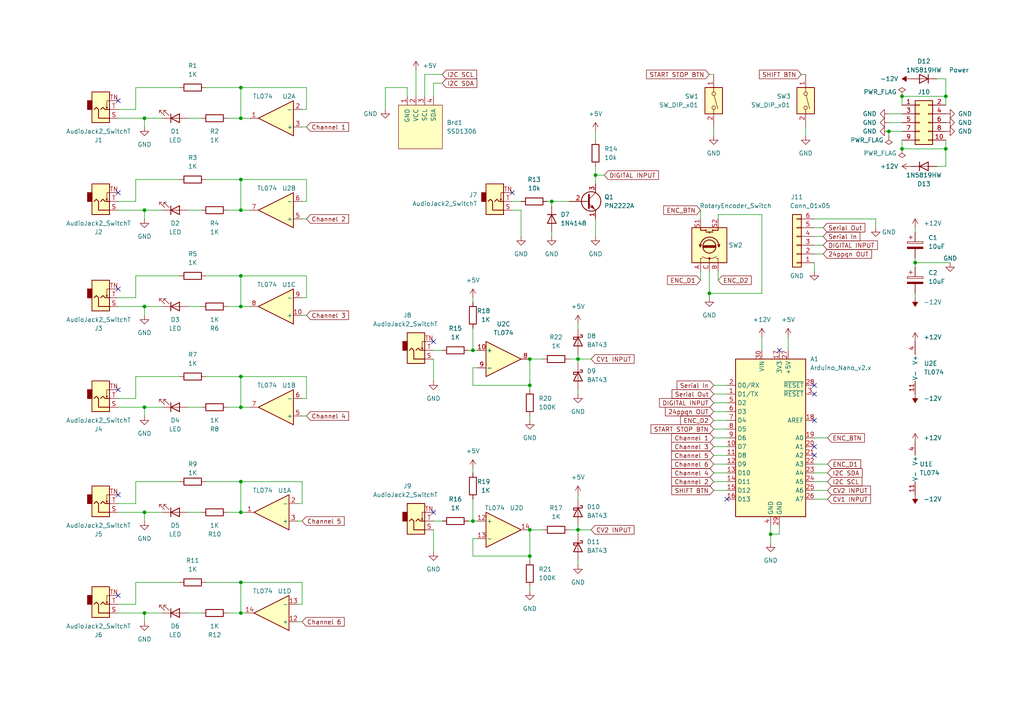
<source format=kicad_sch>
(kicad_sch (version 20211123) (generator eeschema)

  (uuid 939d1fca-3f2c-4183-926a-9b89a029d9a7)

  (paper "A4")

  (title_block
    (title "GToE prototype 2")
    (rev "1")
  )

  

  (junction (at 69.85 168.91) (diameter 0) (color 0 0 0 0)
    (uuid 01bbb586-ef8d-4ddf-8c80-74340115f8c2)
  )
  (junction (at 172.72 50.8) (diameter 0) (color 0 0 0 0)
    (uuid 0fe7b52a-5ab0-49af-9df5-605727fd9629)
  )
  (junction (at 69.85 118.11) (diameter 0) (color 0 0 0 0)
    (uuid 101156d0-eebd-439b-8afc-52eb06cf293a)
  )
  (junction (at 69.85 52.07) (diameter 0) (color 0 0 0 0)
    (uuid 1adea9cc-1a6f-43d0-a0c7-f15f9d142402)
  )
  (junction (at 167.64 104.14) (diameter 0) (color 0 0 0 0)
    (uuid 20ecb220-e95f-4871-989a-3aa80d4eef17)
  )
  (junction (at 69.85 109.22) (diameter 0) (color 0 0 0 0)
    (uuid 2d704435-2b61-45b7-b201-2bf6d837c7d3)
  )
  (junction (at 41.91 34.29) (diameter 0) (color 0 0 0 0)
    (uuid 2f1a07b6-ad76-4a06-853c-dab3ee2850f6)
  )
  (junction (at 160.02 58.42) (diameter 0) (color 0 0 0 0)
    (uuid 3ec454cb-d195-43e0-940e-5dcf3cd11230)
  )
  (junction (at 153.67 111.76) (diameter 0) (color 0 0 0 0)
    (uuid 4aa14007-b987-4914-9145-d43a6afd33b0)
  )
  (junction (at 41.91 148.59) (diameter 0) (color 0 0 0 0)
    (uuid 4c3b6af8-76f0-45ef-8c3f-9df4284c0206)
  )
  (junction (at 137.16 101.6) (diameter 0) (color 0 0 0 0)
    (uuid 6c3ec4a9-2585-4bfa-962d-a446baefbebc)
  )
  (junction (at 153.67 153.67) (diameter 0) (color 0 0 0 0)
    (uuid 6e19bf15-9722-4bb1-870c-8b0b2e38c55b)
  )
  (junction (at 41.91 118.11) (diameter 0) (color 0 0 0 0)
    (uuid 6f8c3b1c-3a38-4d86-9bc2-ad6939358a54)
  )
  (junction (at 69.85 80.01) (diameter 0) (color 0 0 0 0)
    (uuid 7247c85d-9109-4f74-a5f8-073a13ad9b00)
  )
  (junction (at 41.91 177.8) (diameter 0) (color 0 0 0 0)
    (uuid 7831fb5e-123a-46df-a455-7a9508dbe5ab)
  )
  (junction (at 69.85 139.7) (diameter 0) (color 0 0 0 0)
    (uuid 7ce994f6-9837-42f6-8f0e-a33b87846a85)
  )
  (junction (at 257.81 38.1) (diameter 0) (color 0 0 0 0)
    (uuid 80a0f295-48e1-4569-8d26-3102546e0255)
  )
  (junction (at 274.32 27.94) (diameter 0) (color 0 0 0 0)
    (uuid 80b03588-aa23-476a-9d12-a060ede2aafe)
  )
  (junction (at 69.85 25.4) (diameter 0) (color 0 0 0 0)
    (uuid 9e2c980a-19bd-4dcd-85f5-d80d62e3f8cf)
  )
  (junction (at 69.85 88.9) (diameter 0) (color 0 0 0 0)
    (uuid a385c005-d830-4ddd-a9be-1496bd2a2074)
  )
  (junction (at 41.91 60.96) (diameter 0) (color 0 0 0 0)
    (uuid a5a39816-f1ee-4ab9-8314-e277f66dbe27)
  )
  (junction (at 223.52 154.94) (diameter 0) (color 0 0 0 0)
    (uuid ace1d0a5-8f41-47b3-84a2-d13fc43afe5d)
  )
  (junction (at 137.16 151.13) (diameter 0) (color 0 0 0 0)
    (uuid b8da1945-c790-4e3c-9556-0050096580c9)
  )
  (junction (at 261.62 27.94) (diameter 0) (color 0 0 0 0)
    (uuid b919c27a-f637-48d6-8184-7ceb19a616c3)
  )
  (junction (at 69.85 148.59) (diameter 0) (color 0 0 0 0)
    (uuid bc4bd21e-a7e0-479f-99b3-5f3fc29ecbdb)
  )
  (junction (at 274.32 43.18) (diameter 0) (color 0 0 0 0)
    (uuid bdb4e82f-deca-4494-9511-3af4e2c5e381)
  )
  (junction (at 153.67 104.14) (diameter 0) (color 0 0 0 0)
    (uuid c9be0b6e-570c-4034-8542-724ffd35462f)
  )
  (junction (at 261.62 43.18) (diameter 0) (color 0 0 0 0)
    (uuid d3b1a6e1-ba88-4969-a859-28bf08cd9cc9)
  )
  (junction (at 41.91 88.9) (diameter 0) (color 0 0 0 0)
    (uuid dca585e3-e89d-40ba-8154-042e0bc6a9a6)
  )
  (junction (at 265.43 76.2) (diameter 0) (color 0 0 0 0)
    (uuid e8605e95-0637-41f0-a19c-e385856bb70d)
  )
  (junction (at 153.67 161.29) (diameter 0) (color 0 0 0 0)
    (uuid e9395d3f-3997-4881-9464-8e16494f02dd)
  )
  (junction (at 69.85 34.29) (diameter 0) (color 0 0 0 0)
    (uuid ebc09c41-0da4-49f2-b73b-9164d7c17c9c)
  )
  (junction (at 69.85 60.96) (diameter 0) (color 0 0 0 0)
    (uuid f25cb6ee-4a65-4b53-a241-095c6c83fe21)
  )
  (junction (at 167.64 153.67) (diameter 0) (color 0 0 0 0)
    (uuid f2a0cb2a-8c72-467c-9ca7-c53da25df665)
  )
  (junction (at 205.74 85.09) (diameter 0) (color 0 0 0 0)
    (uuid fd1e9dbf-7bbb-42f0-a50d-c2c89c626c2d)
  )
  (junction (at 69.85 177.8) (diameter 0) (color 0 0 0 0)
    (uuid fe57a6cf-999c-40ff-b385-f721b4c2cbc1)
  )

  (no_connect (at 34.29 113.03) (uuid 0d5627fb-5697-4efc-a260-d96ecb9f93c3))
  (no_connect (at 148.59 55.88) (uuid 2654b987-4591-469d-89c7-45b83f14b521))
  (no_connect (at 236.22 111.76) (uuid 27dea4c6-c043-451d-b6c6-fc3d416a6f51))
  (no_connect (at 34.29 172.72) (uuid 3b8ad362-c359-4165-91ec-aadffcf3d978))
  (no_connect (at 236.22 114.3) (uuid 4dea39fc-bb12-4db7-8438-3469730bc7e8))
  (no_connect (at 210.82 144.78) (uuid 5be04ac6-43c5-4261-953a-dd12f2531b6f))
  (no_connect (at 236.22 121.92) (uuid 609e719e-33ca-4634-b65e-d90f2c75c119))
  (no_connect (at 125.73 148.59) (uuid 668d8e58-4c94-4cd2-b4bb-55607d4898af))
  (no_connect (at 34.29 143.51) (uuid 7a2da178-df57-453c-8a4a-28fcdc2f3c50))
  (no_connect (at 34.29 83.82) (uuid 8484e074-dbbf-4a1a-831d-0024b24e16ee))
  (no_connect (at 236.22 132.08) (uuid 89eab1dc-771e-440a-a558-42d123c04925))
  (no_connect (at 34.29 55.88) (uuid 8c00c48a-3885-4e94-a56e-75fdd48c8ac2))
  (no_connect (at 125.73 99.06) (uuid b05fa802-0658-4360-ad3d-4095edb4f4b9))
  (no_connect (at 226.06 101.6) (uuid bab23eb2-2de9-4101-8518-b1550e4ed0ff))
  (no_connect (at 236.22 129.54) (uuid bc5d432a-9a40-4a38-8a20-d7136d6a72cd))
  (no_connect (at 34.29 29.21) (uuid caea21cf-ff3a-459d-ae29-45e99bc93b79))

  (wire (pts (xy 220.98 62.23) (xy 220.98 85.09))
    (stroke (width 0) (type default) (color 0 0 0 0))
    (uuid 00888669-526f-4afc-bbd6-43e3940c23c9)
  )
  (wire (pts (xy 123.19 21.59) (xy 123.19 27.94))
    (stroke (width 0) (type default) (color 0 0 0 0))
    (uuid 02f7a7c9-330b-4799-8e3c-3005ca5a2490)
  )
  (wire (pts (xy 87.63 86.36) (xy 88.9 86.36))
    (stroke (width 0) (type default) (color 0 0 0 0))
    (uuid 0414855a-7fc8-4b76-9a23-03cb9f71325f)
  )
  (wire (pts (xy 207.01 114.3) (xy 210.82 114.3))
    (stroke (width 0) (type default) (color 0 0 0 0))
    (uuid 04548b77-d823-4c1b-9c27-c6ce43c98aa3)
  )
  (wire (pts (xy 207.01 124.46) (xy 210.82 124.46))
    (stroke (width 0) (type default) (color 0 0 0 0))
    (uuid 05b9f1d0-5ff4-4d57-8802-0d2c4eb21316)
  )
  (wire (pts (xy 158.75 58.42) (xy 160.02 58.42))
    (stroke (width 0) (type default) (color 0 0 0 0))
    (uuid 068165ec-6c11-4c02-8e0b-ccfe566a7650)
  )
  (wire (pts (xy 254 66.04) (xy 254 63.5))
    (stroke (width 0) (type default) (color 0 0 0 0))
    (uuid 090f674a-39dc-4d32-abfc-009b9b3755f5)
  )
  (wire (pts (xy 87.63 120.65) (xy 88.9 120.65))
    (stroke (width 0) (type default) (color 0 0 0 0))
    (uuid 0a1efef6-86e3-4954-8941-aa8bdd890447)
  )
  (wire (pts (xy 39.37 58.42) (xy 39.37 52.07))
    (stroke (width 0) (type default) (color 0 0 0 0))
    (uuid 0a2211b4-91f5-4459-8d97-5e8e188af34c)
  )
  (wire (pts (xy 167.64 93.98) (xy 167.64 95.25))
    (stroke (width 0) (type default) (color 0 0 0 0))
    (uuid 0b45849a-34c3-4799-bb24-89e0ee4d5d11)
  )
  (wire (pts (xy 207.01 111.76) (xy 210.82 111.76))
    (stroke (width 0) (type default) (color 0 0 0 0))
    (uuid 0e1ac309-c3ad-4ab1-a03b-2dd118f6d87a)
  )
  (wire (pts (xy 172.72 50.8) (xy 172.72 53.34))
    (stroke (width 0) (type default) (color 0 0 0 0))
    (uuid 0e6c4c43-1c36-439e-a778-2631ebda15e9)
  )
  (wire (pts (xy 54.61 148.59) (xy 58.42 148.59))
    (stroke (width 0) (type default) (color 0 0 0 0))
    (uuid 0ea24428-0de9-41d4-b673-d16d645ec740)
  )
  (wire (pts (xy 148.59 58.42) (xy 151.13 58.42))
    (stroke (width 0) (type default) (color 0 0 0 0))
    (uuid 0fde4400-cc90-4e37-aff0-a829c3566030)
  )
  (wire (pts (xy 265.43 74.93) (xy 265.43 76.2))
    (stroke (width 0) (type default) (color 0 0 0 0))
    (uuid 10048850-4277-4da4-9149-45e2a0417c49)
  )
  (wire (pts (xy 167.64 153.67) (xy 167.64 154.94))
    (stroke (width 0) (type default) (color 0 0 0 0))
    (uuid 10722ce5-f8a5-4eca-b191-f5ea1254bb30)
  )
  (wire (pts (xy 208.28 62.23) (xy 220.98 62.23))
    (stroke (width 0) (type default) (color 0 0 0 0))
    (uuid 12553f91-cba2-4ab1-b10c-9a2c101efbcb)
  )
  (wire (pts (xy 238.76 68.58) (xy 236.22 68.58))
    (stroke (width 0) (type default) (color 0 0 0 0))
    (uuid 15573316-7046-4cb3-be84-b290b3262405)
  )
  (wire (pts (xy 34.29 34.29) (xy 41.91 34.29))
    (stroke (width 0) (type default) (color 0 0 0 0))
    (uuid 1696b3ef-3157-4d71-9b48-209593675872)
  )
  (wire (pts (xy 223.52 154.94) (xy 226.06 154.94))
    (stroke (width 0) (type default) (color 0 0 0 0))
    (uuid 16c74f4f-26d2-4480-a255-55053d75fe30)
  )
  (wire (pts (xy 41.91 34.29) (xy 46.99 34.29))
    (stroke (width 0) (type default) (color 0 0 0 0))
    (uuid 18993a8a-ca5d-407f-848b-defb203a9189)
  )
  (wire (pts (xy 172.72 63.5) (xy 172.72 68.58))
    (stroke (width 0) (type default) (color 0 0 0 0))
    (uuid 18ae432e-29c1-4f82-b5de-08351e122d6b)
  )
  (wire (pts (xy 87.63 91.44) (xy 88.9 91.44))
    (stroke (width 0) (type default) (color 0 0 0 0))
    (uuid 1a217cd9-1cfb-46fe-ad88-bd404e7a2fa3)
  )
  (wire (pts (xy 34.29 88.9) (xy 41.91 88.9))
    (stroke (width 0) (type default) (color 0 0 0 0))
    (uuid 1ab20642-1f70-4b02-85c3-d07b70dfa09f)
  )
  (wire (pts (xy 157.48 153.67) (xy 153.67 153.67))
    (stroke (width 0) (type default) (color 0 0 0 0))
    (uuid 1b09d72d-a60a-404a-8eff-af5928779ca3)
  )
  (wire (pts (xy 274.32 48.26) (xy 274.32 43.18))
    (stroke (width 0) (type default) (color 0 0 0 0))
    (uuid 1f9896e6-b5ae-4280-b574-867cc1543442)
  )
  (wire (pts (xy 88.9 115.57) (xy 88.9 109.22))
    (stroke (width 0) (type default) (color 0 0 0 0))
    (uuid 22b67607-fd33-40bf-9953-aaeb2cc3bff3)
  )
  (wire (pts (xy 69.85 52.07) (xy 69.85 60.96))
    (stroke (width 0) (type default) (color 0 0 0 0))
    (uuid 22ec07c6-1814-4bcc-81fe-8b2a319721d4)
  )
  (wire (pts (xy 125.73 104.14) (xy 125.73 110.49))
    (stroke (width 0) (type default) (color 0 0 0 0))
    (uuid 232f38ec-21ea-4a47-91ea-c85a04889396)
  )
  (wire (pts (xy 203.2 63.5) (xy 203.2 60.96))
    (stroke (width 0) (type default) (color 0 0 0 0))
    (uuid 23cdf0c9-4c44-4333-ad84-40cf9337ba38)
  )
  (wire (pts (xy 207.01 119.38) (xy 210.82 119.38))
    (stroke (width 0) (type default) (color 0 0 0 0))
    (uuid 23dac4f0-812d-4677-88fa-5bdcd3979384)
  )
  (wire (pts (xy 39.37 146.05) (xy 39.37 139.7))
    (stroke (width 0) (type default) (color 0 0 0 0))
    (uuid 2450b13d-1b2c-42e2-9f3c-022c8d283799)
  )
  (wire (pts (xy 118.11 25.4) (xy 118.11 27.94))
    (stroke (width 0) (type default) (color 0 0 0 0))
    (uuid 24898c03-0432-4355-9022-1dd4a494db3b)
  )
  (wire (pts (xy 39.37 175.26) (xy 39.37 168.91))
    (stroke (width 0) (type default) (color 0 0 0 0))
    (uuid 24a77f75-c600-45cb-bf5f-afea87ea647c)
  )
  (wire (pts (xy 128.27 21.59) (xy 123.19 21.59))
    (stroke (width 0) (type default) (color 0 0 0 0))
    (uuid 2687bf03-ffc2-4d48-aa6f-1aef93caa657)
  )
  (wire (pts (xy 71.12 177.8) (xy 69.85 177.8))
    (stroke (width 0) (type default) (color 0 0 0 0))
    (uuid 26ff1a67-a83a-4d99-afa5-130b8ae5b97c)
  )
  (wire (pts (xy 167.64 104.14) (xy 167.64 105.41))
    (stroke (width 0) (type default) (color 0 0 0 0))
    (uuid 2708cad2-c1d4-431c-a491-069abb353cb1)
  )
  (wire (pts (xy 54.61 118.11) (xy 58.42 118.11))
    (stroke (width 0) (type default) (color 0 0 0 0))
    (uuid 275de223-e55c-4595-954a-6b567572e319)
  )
  (wire (pts (xy 39.37 168.91) (xy 52.07 168.91))
    (stroke (width 0) (type default) (color 0 0 0 0))
    (uuid 282549b8-debb-4192-8eb7-5e1fc199c3b2)
  )
  (wire (pts (xy 203.2 81.28) (xy 203.2 78.74))
    (stroke (width 0) (type default) (color 0 0 0 0))
    (uuid 292448f2-9878-48b7-bdaa-bba1bdc524e1)
  )
  (wire (pts (xy 86.36 146.05) (xy 87.63 146.05))
    (stroke (width 0) (type default) (color 0 0 0 0))
    (uuid 299489f1-66f6-4331-afc1-f2ede915f05e)
  )
  (wire (pts (xy 153.67 113.03) (xy 153.67 111.76))
    (stroke (width 0) (type default) (color 0 0 0 0))
    (uuid 29f12c71-1e39-46c9-8468-57b050e8c4e3)
  )
  (wire (pts (xy 265.43 76.2) (xy 265.43 77.47))
    (stroke (width 0) (type default) (color 0 0 0 0))
    (uuid 2bf77205-7bd4-4b19-92a5-403df8997ca4)
  )
  (wire (pts (xy 41.91 60.96) (xy 41.91 63.5))
    (stroke (width 0) (type default) (color 0 0 0 0))
    (uuid 2d2c567f-990e-43de-a45e-07dcf3d574df)
  )
  (wire (pts (xy 39.37 31.75) (xy 39.37 25.4))
    (stroke (width 0) (type default) (color 0 0 0 0))
    (uuid 325ad235-d39c-4894-9060-669ec65da8cf)
  )
  (wire (pts (xy 172.72 38.1) (xy 172.72 40.64))
    (stroke (width 0) (type default) (color 0 0 0 0))
    (uuid 335e260c-544e-4446-b9b4-df9e8330f67c)
  )
  (wire (pts (xy 228.6 97.79) (xy 228.6 101.6))
    (stroke (width 0) (type default) (color 0 0 0 0))
    (uuid 335feb20-1fb8-4c80-a47e-65aa81fbef83)
  )
  (wire (pts (xy 69.85 139.7) (xy 87.63 139.7))
    (stroke (width 0) (type default) (color 0 0 0 0))
    (uuid 33d6f89f-8648-43ab-8211-808a5c2a1de9)
  )
  (wire (pts (xy 34.29 146.05) (xy 39.37 146.05))
    (stroke (width 0) (type default) (color 0 0 0 0))
    (uuid 349d1b17-3ca5-4310-8603-bfcac15d9779)
  )
  (wire (pts (xy 34.29 177.8) (xy 41.91 177.8))
    (stroke (width 0) (type default) (color 0 0 0 0))
    (uuid 35a4bcdd-c017-440b-9dad-75ec8aa47970)
  )
  (wire (pts (xy 59.69 25.4) (xy 69.85 25.4))
    (stroke (width 0) (type default) (color 0 0 0 0))
    (uuid 379f1c28-4a76-4353-90b3-8c03b9cc7732)
  )
  (wire (pts (xy 207.01 21.59) (xy 205.74 21.59))
    (stroke (width 0) (type default) (color 0 0 0 0))
    (uuid 38f018c4-6a5e-41fd-be32-9f1782112fb1)
  )
  (wire (pts (xy 207.01 132.08) (xy 210.82 132.08))
    (stroke (width 0) (type default) (color 0 0 0 0))
    (uuid 3b47171b-f036-4181-ba5d-a340d487b50b)
  )
  (wire (pts (xy 125.73 101.6) (xy 128.27 101.6))
    (stroke (width 0) (type default) (color 0 0 0 0))
    (uuid 3b6a8b02-3ae7-4eaa-b590-43c6b96299ee)
  )
  (wire (pts (xy 54.61 34.29) (xy 58.42 34.29))
    (stroke (width 0) (type default) (color 0 0 0 0))
    (uuid 3d377ce1-a2c5-4d14-9f02-94478caf1282)
  )
  (wire (pts (xy 207.01 127) (xy 210.82 127))
    (stroke (width 0) (type default) (color 0 0 0 0))
    (uuid 41374e30-21cc-4f4c-8141-c6b6b0d1e04c)
  )
  (wire (pts (xy 153.67 153.67) (xy 153.67 161.29))
    (stroke (width 0) (type default) (color 0 0 0 0))
    (uuid 41592a34-b5e0-498e-b3d9-5e683e74e400)
  )
  (wire (pts (xy 167.64 104.14) (xy 171.45 104.14))
    (stroke (width 0) (type default) (color 0 0 0 0))
    (uuid 415f6a2a-0819-4a32-a17d-06a0e8a58036)
  )
  (wire (pts (xy 265.43 66.04) (xy 265.43 67.31))
    (stroke (width 0) (type default) (color 0 0 0 0))
    (uuid 4311a415-97b2-43f6-a81d-718e51e1b859)
  )
  (wire (pts (xy 137.16 161.29) (xy 153.67 161.29))
    (stroke (width 0) (type default) (color 0 0 0 0))
    (uuid 44fdae99-fabc-42c3-b71e-03120ee479ee)
  )
  (wire (pts (xy 167.64 113.03) (xy 167.64 114.3))
    (stroke (width 0) (type default) (color 0 0 0 0))
    (uuid 459710f6-4d7d-40be-9b04-5e9a368b8c00)
  )
  (wire (pts (xy 208.28 63.5) (xy 208.28 62.23))
    (stroke (width 0) (type default) (color 0 0 0 0))
    (uuid 46b304df-4180-4984-9e5d-83e10dcadff4)
  )
  (wire (pts (xy 135.89 101.6) (xy 137.16 101.6))
    (stroke (width 0) (type default) (color 0 0 0 0))
    (uuid 47ac72d4-bd27-4447-b979-99a8986e623d)
  )
  (wire (pts (xy 69.85 60.96) (xy 72.39 60.96))
    (stroke (width 0) (type default) (color 0 0 0 0))
    (uuid 47cec10b-0c77-4132-9949-34d671f04738)
  )
  (wire (pts (xy 167.64 152.4) (xy 167.64 153.67))
    (stroke (width 0) (type default) (color 0 0 0 0))
    (uuid 47e72c91-7c9f-4a84-84d0-c6e4a5768ed8)
  )
  (wire (pts (xy 233.68 39.37) (xy 233.68 36.83))
    (stroke (width 0) (type default) (color 0 0 0 0))
    (uuid 4818a8d1-75bc-44f4-b9ed-2be325375416)
  )
  (wire (pts (xy 157.48 104.14) (xy 153.67 104.14))
    (stroke (width 0) (type default) (color 0 0 0 0))
    (uuid 49cde530-ddc1-4f14-9b13-8d9a2ca10c3a)
  )
  (wire (pts (xy 137.16 156.21) (xy 137.16 161.29))
    (stroke (width 0) (type default) (color 0 0 0 0))
    (uuid 4b70d7be-d0b4-4935-b09f-3578133ba481)
  )
  (wire (pts (xy 86.36 151.13) (xy 87.63 151.13))
    (stroke (width 0) (type default) (color 0 0 0 0))
    (uuid 4bd0f77f-57b9-449a-8716-fb7abb0e4aea)
  )
  (wire (pts (xy 41.91 60.96) (xy 46.99 60.96))
    (stroke (width 0) (type default) (color 0 0 0 0))
    (uuid 4c0b437f-8a01-477d-a6f9-7ec7ce2dc466)
  )
  (wire (pts (xy 238.76 66.04) (xy 236.22 66.04))
    (stroke (width 0) (type default) (color 0 0 0 0))
    (uuid 4d458ee8-d508-40bd-9b92-392330328966)
  )
  (wire (pts (xy 39.37 80.01) (xy 52.07 80.01))
    (stroke (width 0) (type default) (color 0 0 0 0))
    (uuid 4d557d7f-7719-4f80-94ac-5531db91c5c7)
  )
  (wire (pts (xy 226.06 152.4) (xy 226.06 154.94))
    (stroke (width 0) (type default) (color 0 0 0 0))
    (uuid 4d5adbc3-357f-4a75-9468-e5a15ab291e3)
  )
  (wire (pts (xy 88.9 86.36) (xy 88.9 80.01))
    (stroke (width 0) (type default) (color 0 0 0 0))
    (uuid 4e0a158e-f62e-4ad0-b943-3eaefad92067)
  )
  (wire (pts (xy 54.61 60.96) (xy 58.42 60.96))
    (stroke (width 0) (type default) (color 0 0 0 0))
    (uuid 50855149-12eb-4a2e-a48d-3bc78970e17d)
  )
  (wire (pts (xy 207.01 137.16) (xy 210.82 137.16))
    (stroke (width 0) (type default) (color 0 0 0 0))
    (uuid 53ba1ac2-8ba6-4d72-9b59-ebcbc12d18f4)
  )
  (wire (pts (xy 88.9 80.01) (xy 69.85 80.01))
    (stroke (width 0) (type default) (color 0 0 0 0))
    (uuid 55051037-8b31-44b9-8e01-8ae5d0b6424d)
  )
  (wire (pts (xy 34.29 58.42) (xy 39.37 58.42))
    (stroke (width 0) (type default) (color 0 0 0 0))
    (uuid 559ecdd5-7157-4b6e-8365-c80a48a2639c)
  )
  (wire (pts (xy 34.29 86.36) (xy 39.37 86.36))
    (stroke (width 0) (type default) (color 0 0 0 0))
    (uuid 55c0478d-8080-4c1d-8604-65a2d25999fa)
  )
  (wire (pts (xy 167.64 143.51) (xy 167.64 144.78))
    (stroke (width 0) (type default) (color 0 0 0 0))
    (uuid 55f39ab8-c72e-42c1-a690-a397d34d1bc8)
  )
  (wire (pts (xy 120.65 20.32) (xy 120.65 27.94))
    (stroke (width 0) (type default) (color 0 0 0 0))
    (uuid 578b6235-424f-4ef7-a13a-2eb828fdff70)
  )
  (wire (pts (xy 274.32 22.86) (xy 274.32 27.94))
    (stroke (width 0) (type default) (color 0 0 0 0))
    (uuid 5c09703f-6c76-495d-9a58-e2ebc9242342)
  )
  (wire (pts (xy 39.37 109.22) (xy 52.07 109.22))
    (stroke (width 0) (type default) (color 0 0 0 0))
    (uuid 5c400b46-2fcf-4458-9699-ae37dd26bccb)
  )
  (wire (pts (xy 69.85 109.22) (xy 69.85 118.11))
    (stroke (width 0) (type default) (color 0 0 0 0))
    (uuid 5cd6e5fe-4b18-46d6-a3d1-e3ffde24589e)
  )
  (wire (pts (xy 274.32 40.64) (xy 274.32 43.18))
    (stroke (width 0) (type default) (color 0 0 0 0))
    (uuid 5d5ced92-faf8-444e-981f-4e4ff49b98e7)
  )
  (wire (pts (xy 41.91 34.29) (xy 41.91 36.83))
    (stroke (width 0) (type default) (color 0 0 0 0))
    (uuid 5d93f799-90b6-4c25-98c8-cc4dbc3b1bc0)
  )
  (wire (pts (xy 88.9 58.42) (xy 88.9 52.07))
    (stroke (width 0) (type default) (color 0 0 0 0))
    (uuid 5ec7b1d8-8446-4919-a38c-76210caa1873)
  )
  (wire (pts (xy 167.64 162.56) (xy 167.64 163.83))
    (stroke (width 0) (type default) (color 0 0 0 0))
    (uuid 5f035f85-8c2e-4853-b183-6abac5e2be10)
  )
  (wire (pts (xy 160.02 67.31) (xy 160.02 68.58))
    (stroke (width 0) (type default) (color 0 0 0 0))
    (uuid 629a7aa1-4019-458a-8b5d-0abf66ce0257)
  )
  (wire (pts (xy 34.29 148.59) (xy 41.91 148.59))
    (stroke (width 0) (type default) (color 0 0 0 0))
    (uuid 65958d22-4303-48dd-9fde-306753b42789)
  )
  (wire (pts (xy 87.63 115.57) (xy 88.9 115.57))
    (stroke (width 0) (type default) (color 0 0 0 0))
    (uuid 65bc2d22-8df0-4cea-8782-8f18769f3410)
  )
  (wire (pts (xy 41.91 118.11) (xy 41.91 120.65))
    (stroke (width 0) (type default) (color 0 0 0 0))
    (uuid 662ccf0e-d1d5-4050-8293-3daf044ab08c)
  )
  (wire (pts (xy 257.81 38.1) (xy 261.62 38.1))
    (stroke (width 0) (type default) (color 0 0 0 0))
    (uuid 686830dd-5bd4-421c-97b1-cd04ec112e6f)
  )
  (wire (pts (xy 71.12 148.59) (xy 69.85 148.59))
    (stroke (width 0) (type default) (color 0 0 0 0))
    (uuid 689c3f28-4ef9-402a-ba8a-d262ac795d0f)
  )
  (wire (pts (xy 153.67 121.92) (xy 153.67 120.65))
    (stroke (width 0) (type default) (color 0 0 0 0))
    (uuid 69069406-1963-4170-8560-8104e7e045d7)
  )
  (wire (pts (xy 87.63 31.75) (xy 88.9 31.75))
    (stroke (width 0) (type default) (color 0 0 0 0))
    (uuid 6d67e749-640f-4db9-a197-7031ba61a86d)
  )
  (wire (pts (xy 137.16 95.25) (xy 137.16 101.6))
    (stroke (width 0) (type default) (color 0 0 0 0))
    (uuid 6da6842f-2388-4f5f-9ee2-76bb34632c1b)
  )
  (wire (pts (xy 69.85 25.4) (xy 88.9 25.4))
    (stroke (width 0) (type default) (color 0 0 0 0))
    (uuid 6ef03535-d0d2-4117-ba8a-13b15d291146)
  )
  (wire (pts (xy 41.91 177.8) (xy 46.99 177.8))
    (stroke (width 0) (type default) (color 0 0 0 0))
    (uuid 72a11c15-bc2e-4e4e-b064-0530d656a4f2)
  )
  (wire (pts (xy 125.73 24.13) (xy 125.73 27.94))
    (stroke (width 0) (type default) (color 0 0 0 0))
    (uuid 72d28e7a-0912-41d1-8bf0-5186c787f495)
  )
  (wire (pts (xy 207.01 134.62) (xy 210.82 134.62))
    (stroke (width 0) (type default) (color 0 0 0 0))
    (uuid 73e12313-b101-48b6-8494-4e929b937ba9)
  )
  (wire (pts (xy 34.29 115.57) (xy 39.37 115.57))
    (stroke (width 0) (type default) (color 0 0 0 0))
    (uuid 7454f9be-a252-4e64-8cb6-659f28a46b4e)
  )
  (wire (pts (xy 165.1 153.67) (xy 167.64 153.67))
    (stroke (width 0) (type default) (color 0 0 0 0))
    (uuid 746457c5-4533-496b-b839-879422eb2f82)
  )
  (wire (pts (xy 207.01 121.92) (xy 210.82 121.92))
    (stroke (width 0) (type default) (color 0 0 0 0))
    (uuid 78087d34-36cd-40f9-8df6-88f39a8e923c)
  )
  (wire (pts (xy 87.63 175.26) (xy 87.63 168.91))
    (stroke (width 0) (type default) (color 0 0 0 0))
    (uuid 78e786de-043d-4f36-a95b-827ecfd3a860)
  )
  (wire (pts (xy 151.13 60.96) (xy 151.13 68.58))
    (stroke (width 0) (type default) (color 0 0 0 0))
    (uuid 7bd72df4-68a1-4663-8001-035714ea1d46)
  )
  (wire (pts (xy 137.16 106.68) (xy 137.16 111.76))
    (stroke (width 0) (type default) (color 0 0 0 0))
    (uuid 7d009995-14e6-4e3a-a6bf-75ca9be73436)
  )
  (wire (pts (xy 236.22 134.62) (xy 240.03 134.62))
    (stroke (width 0) (type default) (color 0 0 0 0))
    (uuid 7dd53853-47b4-4ad4-b60a-12406caceae9)
  )
  (wire (pts (xy 34.29 31.75) (xy 39.37 31.75))
    (stroke (width 0) (type default) (color 0 0 0 0))
    (uuid 7f1a47e9-e606-4559-b3a6-98d8056eafbb)
  )
  (wire (pts (xy 69.85 52.07) (xy 88.9 52.07))
    (stroke (width 0) (type default) (color 0 0 0 0))
    (uuid 8087cf9e-a59e-49ee-959e-1547ad310f68)
  )
  (wire (pts (xy 205.74 78.74) (xy 205.74 85.09))
    (stroke (width 0) (type default) (color 0 0 0 0))
    (uuid 8209c98c-ad4a-4de7-8d4d-31929f244f93)
  )
  (wire (pts (xy 207.01 139.7) (xy 210.82 139.7))
    (stroke (width 0) (type default) (color 0 0 0 0))
    (uuid 82aa347f-f6de-4a6e-9a8d-2159085eb3e7)
  )
  (wire (pts (xy 111.76 31.75) (xy 111.76 25.4))
    (stroke (width 0) (type default) (color 0 0 0 0))
    (uuid 84628db2-78f4-455d-935c-669b74635348)
  )
  (wire (pts (xy 69.85 118.11) (xy 66.04 118.11))
    (stroke (width 0) (type default) (color 0 0 0 0))
    (uuid 84cd1643-db67-46fc-bdb3-0f8472565395)
  )
  (wire (pts (xy 172.72 50.8) (xy 175.26 50.8))
    (stroke (width 0) (type default) (color 0 0 0 0))
    (uuid 8a527247-4e86-49ac-96b2-0b9ba94da524)
  )
  (wire (pts (xy 66.04 60.96) (xy 69.85 60.96))
    (stroke (width 0) (type default) (color 0 0 0 0))
    (uuid 8bd5fd7f-cf6e-425c-b9d6-3c826368fb4d)
  )
  (wire (pts (xy 153.67 104.14) (xy 153.67 111.76))
    (stroke (width 0) (type default) (color 0 0 0 0))
    (uuid 8db87abd-78a8-4707-b998-35d91c31dc52)
  )
  (wire (pts (xy 87.63 58.42) (xy 88.9 58.42))
    (stroke (width 0) (type default) (color 0 0 0 0))
    (uuid 8f98c614-1836-44c5-950e-a28323bf6d35)
  )
  (wire (pts (xy 137.16 86.36) (xy 137.16 87.63))
    (stroke (width 0) (type default) (color 0 0 0 0))
    (uuid 92dcd119-522b-416d-afb9-fe804b794444)
  )
  (wire (pts (xy 41.91 148.59) (xy 41.91 151.13))
    (stroke (width 0) (type default) (color 0 0 0 0))
    (uuid 9411389b-89e4-4fd9-b197-1fd897880c74)
  )
  (wire (pts (xy 160.02 58.42) (xy 160.02 59.69))
    (stroke (width 0) (type default) (color 0 0 0 0))
    (uuid 97d4dc22-cea2-4f31-ab47-48954521c9ea)
  )
  (wire (pts (xy 207.01 39.37) (xy 207.01 36.83))
    (stroke (width 0) (type default) (color 0 0 0 0))
    (uuid 982c0a71-fbd6-4ace-8adb-04279f3ab267)
  )
  (wire (pts (xy 236.22 139.7) (xy 240.03 139.7))
    (stroke (width 0) (type default) (color 0 0 0 0))
    (uuid 998fda77-4469-4506-86ca-bb382e8ee04b)
  )
  (wire (pts (xy 41.91 148.59) (xy 46.99 148.59))
    (stroke (width 0) (type default) (color 0 0 0 0))
    (uuid 9b42f2d5-ac7c-41cd-8133-c33ded91e5a9)
  )
  (wire (pts (xy 69.85 109.22) (xy 88.9 109.22))
    (stroke (width 0) (type default) (color 0 0 0 0))
    (uuid 9e5805ba-ef35-49a1-8625-91fc1a2d8c02)
  )
  (wire (pts (xy 137.16 135.89) (xy 137.16 137.16))
    (stroke (width 0) (type default) (color 0 0 0 0))
    (uuid 9ec202d2-54e7-4767-8d5f-5508e7b44543)
  )
  (wire (pts (xy 137.16 151.13) (xy 138.43 151.13))
    (stroke (width 0) (type default) (color 0 0 0 0))
    (uuid a26a554f-d823-40e8-8c62-a1c72570da3d)
  )
  (wire (pts (xy 261.62 30.48) (xy 261.62 27.94))
    (stroke (width 0) (type default) (color 0 0 0 0))
    (uuid a32d7af7-caa5-4fcd-b940-60312a23b93a)
  )
  (wire (pts (xy 271.78 48.26) (xy 274.32 48.26))
    (stroke (width 0) (type default) (color 0 0 0 0))
    (uuid a3ae5fe0-aa32-4413-85be-83d64b712b8c)
  )
  (wire (pts (xy 148.59 60.96) (xy 151.13 60.96))
    (stroke (width 0) (type default) (color 0 0 0 0))
    (uuid a419472a-c519-42af-a7a7-8d55731ad33e)
  )
  (wire (pts (xy 207.01 116.84) (xy 210.82 116.84))
    (stroke (width 0) (type default) (color 0 0 0 0))
    (uuid a437b42a-de25-44ea-bd82-78ea4050bd94)
  )
  (wire (pts (xy 233.68 21.59) (xy 232.41 21.59))
    (stroke (width 0) (type default) (color 0 0 0 0))
    (uuid a49154d7-98cd-42dc-b035-8363e6ed42ef)
  )
  (wire (pts (xy 208.28 81.28) (xy 208.28 78.74))
    (stroke (width 0) (type default) (color 0 0 0 0))
    (uuid a4f3d41a-af65-423d-b75c-3a4dfb401018)
  )
  (wire (pts (xy 86.36 175.26) (xy 87.63 175.26))
    (stroke (width 0) (type default) (color 0 0 0 0))
    (uuid a5249d8d-621d-4707-8c20-72474edd30f0)
  )
  (wire (pts (xy 69.85 168.91) (xy 87.63 168.91))
    (stroke (width 0) (type default) (color 0 0 0 0))
    (uuid a570fd45-915c-413d-8511-67112ddbfb1b)
  )
  (wire (pts (xy 39.37 25.4) (xy 52.07 25.4))
    (stroke (width 0) (type default) (color 0 0 0 0))
    (uuid a60d0abd-cac5-40ce-8146-e36e1abaeddf)
  )
  (wire (pts (xy 125.73 151.13) (xy 128.27 151.13))
    (stroke (width 0) (type default) (color 0 0 0 0))
    (uuid a6821adb-6787-40f0-882c-45474cd6d035)
  )
  (wire (pts (xy 39.37 115.57) (xy 39.37 109.22))
    (stroke (width 0) (type default) (color 0 0 0 0))
    (uuid a6f31cf3-8dc0-4e1e-a3a6-c76df8c6e2cb)
  )
  (wire (pts (xy 34.29 60.96) (xy 41.91 60.96))
    (stroke (width 0) (type default) (color 0 0 0 0))
    (uuid a80042cf-f0d4-4045-bfe4-04f7525272ec)
  )
  (wire (pts (xy 69.85 148.59) (xy 66.04 148.59))
    (stroke (width 0) (type default) (color 0 0 0 0))
    (uuid a8514681-196b-44d0-b279-cbd6f9496f12)
  )
  (wire (pts (xy 205.74 86.36) (xy 205.74 85.09))
    (stroke (width 0) (type default) (color 0 0 0 0))
    (uuid a88aa39c-ab01-48f4-b52c-72379da3c07b)
  )
  (wire (pts (xy 54.61 88.9) (xy 58.42 88.9))
    (stroke (width 0) (type default) (color 0 0 0 0))
    (uuid ab21b72a-c65b-436b-a024-420f0e1bd5fb)
  )
  (wire (pts (xy 205.74 85.09) (xy 220.98 85.09))
    (stroke (width 0) (type default) (color 0 0 0 0))
    (uuid ab393c6b-5fda-4897-ae5b-77fc0d49af67)
  )
  (wire (pts (xy 41.91 88.9) (xy 46.99 88.9))
    (stroke (width 0) (type default) (color 0 0 0 0))
    (uuid ac927798-764a-470d-8e32-ab188c3be9d9)
  )
  (wire (pts (xy 236.22 71.12) (xy 238.76 71.12))
    (stroke (width 0) (type default) (color 0 0 0 0))
    (uuid ac977693-55e6-4f2b-9336-0acabaf5e6cc)
  )
  (wire (pts (xy 160.02 58.42) (xy 165.1 58.42))
    (stroke (width 0) (type default) (color 0 0 0 0))
    (uuid acb04d4a-6e28-4197-b96d-cca961b9a352)
  )
  (wire (pts (xy 261.62 40.64) (xy 261.62 43.18))
    (stroke (width 0) (type default) (color 0 0 0 0))
    (uuid ad83ea93-a261-44af-9ce9-44f34c926f1f)
  )
  (wire (pts (xy 165.1 104.14) (xy 167.64 104.14))
    (stroke (width 0) (type default) (color 0 0 0 0))
    (uuid b02b8fe2-ffcf-4399-8d32-f085295ae9be)
  )
  (wire (pts (xy 137.16 156.21) (xy 138.43 156.21))
    (stroke (width 0) (type default) (color 0 0 0 0))
    (uuid b073963f-a9d4-4190-ae2a-d0ecaa7d1999)
  )
  (wire (pts (xy 69.85 34.29) (xy 66.04 34.29))
    (stroke (width 0) (type default) (color 0 0 0 0))
    (uuid b3ffacae-4877-4f3c-b330-37753bcfeef2)
  )
  (wire (pts (xy 257.81 38.1) (xy 257.81 39.37))
    (stroke (width 0) (type default) (color 0 0 0 0))
    (uuid b45d2437-4231-4393-9853-61e2810e8eef)
  )
  (wire (pts (xy 59.69 52.07) (xy 69.85 52.07))
    (stroke (width 0) (type default) (color 0 0 0 0))
    (uuid b55c7749-7442-4e0e-81bc-0a478cb0ac8a)
  )
  (wire (pts (xy 41.91 118.11) (xy 46.99 118.11))
    (stroke (width 0) (type default) (color 0 0 0 0))
    (uuid b7ba5590-bcbc-4d3a-bb2b-67ef3ff01bf9)
  )
  (wire (pts (xy 167.64 102.87) (xy 167.64 104.14))
    (stroke (width 0) (type default) (color 0 0 0 0))
    (uuid b8b96b86-9f26-4791-8fab-c0012a9204d0)
  )
  (wire (pts (xy 69.85 118.11) (xy 72.39 118.11))
    (stroke (width 0) (type default) (color 0 0 0 0))
    (uuid b8dded32-6acb-45a8-80fa-f6b8cea2c48b)
  )
  (wire (pts (xy 137.16 101.6) (xy 138.43 101.6))
    (stroke (width 0) (type default) (color 0 0 0 0))
    (uuid b8f9cdc4-1c49-4c75-b8db-fd1a96174c0d)
  )
  (wire (pts (xy 172.72 48.26) (xy 172.72 50.8))
    (stroke (width 0) (type default) (color 0 0 0 0))
    (uuid b913c3b8-7e72-4c0b-bda2-34fe7b55ab25)
  )
  (wire (pts (xy 236.22 137.16) (xy 240.03 137.16))
    (stroke (width 0) (type default) (color 0 0 0 0))
    (uuid baf9089a-117f-477e-b388-59d85cc068a1)
  )
  (wire (pts (xy 69.85 25.4) (xy 69.85 34.29))
    (stroke (width 0) (type default) (color 0 0 0 0))
    (uuid bd0ecbaa-0107-4713-afad-9631d70470c9)
  )
  (wire (pts (xy 257.81 35.56) (xy 261.62 35.56))
    (stroke (width 0) (type default) (color 0 0 0 0))
    (uuid be717b8a-a24e-4b1a-8c07-d2cb4a8b44a0)
  )
  (wire (pts (xy 59.69 139.7) (xy 69.85 139.7))
    (stroke (width 0) (type default) (color 0 0 0 0))
    (uuid be91969f-27d0-4896-bda7-89479ff2c6f0)
  )
  (wire (pts (xy 261.62 27.94) (xy 274.32 27.94))
    (stroke (width 0) (type default) (color 0 0 0 0))
    (uuid bfd39b38-25cc-4208-85be-c343c956d624)
  )
  (wire (pts (xy 207.01 129.54) (xy 210.82 129.54))
    (stroke (width 0) (type default) (color 0 0 0 0))
    (uuid c08d6292-e81e-41b3-9397-f43cc682b053)
  )
  (wire (pts (xy 41.91 177.8) (xy 41.91 180.34))
    (stroke (width 0) (type default) (color 0 0 0 0))
    (uuid c1344527-bf12-418e-bb93-1ab1cbcbc765)
  )
  (wire (pts (xy 69.85 80.01) (xy 69.85 88.9))
    (stroke (width 0) (type default) (color 0 0 0 0))
    (uuid c3958be8-3003-4b81-a0e5-084b481ac3e8)
  )
  (wire (pts (xy 223.52 152.4) (xy 223.52 154.94))
    (stroke (width 0) (type default) (color 0 0 0 0))
    (uuid c50581b5-4447-4088-bf17-173a09e402d5)
  )
  (wire (pts (xy 69.85 88.9) (xy 66.04 88.9))
    (stroke (width 0) (type default) (color 0 0 0 0))
    (uuid c6adff6e-82e1-42de-a1d3-c2320961301b)
  )
  (wire (pts (xy 153.67 162.56) (xy 153.67 161.29))
    (stroke (width 0) (type default) (color 0 0 0 0))
    (uuid cb58872e-1637-4041-9a9c-462d58f60489)
  )
  (wire (pts (xy 41.91 88.9) (xy 41.91 91.44))
    (stroke (width 0) (type default) (color 0 0 0 0))
    (uuid cd7749a7-ea7a-4254-8d13-3fc0af54ac1a)
  )
  (wire (pts (xy 86.36 180.34) (xy 87.63 180.34))
    (stroke (width 0) (type default) (color 0 0 0 0))
    (uuid cf4c9546-b3a4-43ce-992a-dc594c25fb0e)
  )
  (wire (pts (xy 135.89 151.13) (xy 137.16 151.13))
    (stroke (width 0) (type default) (color 0 0 0 0))
    (uuid d0f348b7-a7a5-4cb3-b9f1-72c15c41a42d)
  )
  (wire (pts (xy 54.61 177.8) (xy 58.42 177.8))
    (stroke (width 0) (type default) (color 0 0 0 0))
    (uuid d2ed7317-658a-4865-bf5f-b2b3135a861d)
  )
  (wire (pts (xy 236.22 73.66) (xy 238.76 73.66))
    (stroke (width 0) (type default) (color 0 0 0 0))
    (uuid d3b10b90-4fd7-4a10-aadc-d707d0767705)
  )
  (wire (pts (xy 72.39 88.9) (xy 69.85 88.9))
    (stroke (width 0) (type default) (color 0 0 0 0))
    (uuid d44c48a5-2105-4bfd-adaa-5b931b35bd6a)
  )
  (wire (pts (xy 69.85 34.29) (xy 72.39 34.29))
    (stroke (width 0) (type default) (color 0 0 0 0))
    (uuid d590aade-8d1f-48d4-8e93-dd4b98257a59)
  )
  (wire (pts (xy 88.9 36.83) (xy 87.63 36.83))
    (stroke (width 0) (type default) (color 0 0 0 0))
    (uuid d768d49f-3551-47f2-8ccb-15aa2acc25b9)
  )
  (wire (pts (xy 167.64 153.67) (xy 171.45 153.67))
    (stroke (width 0) (type default) (color 0 0 0 0))
    (uuid d7a22843-b5aa-4dcb-9f83-e0b93ec1d932)
  )
  (wire (pts (xy 39.37 52.07) (xy 52.07 52.07))
    (stroke (width 0) (type default) (color 0 0 0 0))
    (uuid d80078b3-94d9-48bf-85f9-0552f3304675)
  )
  (wire (pts (xy 111.76 25.4) (xy 118.11 25.4))
    (stroke (width 0) (type default) (color 0 0 0 0))
    (uuid d8c2b0e0-464d-4f8a-a354-013c2fcd2746)
  )
  (wire (pts (xy 220.98 97.79) (xy 220.98 101.6))
    (stroke (width 0) (type default) (color 0 0 0 0))
    (uuid d9290646-90b7-4fbd-83fc-19591b512599)
  )
  (wire (pts (xy 261.62 43.18) (xy 274.32 43.18))
    (stroke (width 0) (type default) (color 0 0 0 0))
    (uuid da781abc-ee6e-4d62-971b-a28621e7f9c0)
  )
  (wire (pts (xy 137.16 111.76) (xy 153.67 111.76))
    (stroke (width 0) (type default) (color 0 0 0 0))
    (uuid dbc9e6c0-7a33-4ae4-9d9e-73c07879ba5d)
  )
  (wire (pts (xy 34.29 118.11) (xy 41.91 118.11))
    (stroke (width 0) (type default) (color 0 0 0 0))
    (uuid dc0c3e8e-4506-4ec8-9e3d-629192ad61d8)
  )
  (wire (pts (xy 236.22 142.24) (xy 240.03 142.24))
    (stroke (width 0) (type default) (color 0 0 0 0))
    (uuid de7fdbfa-a282-4f9d-a244-075c3a0e9b98)
  )
  (wire (pts (xy 59.69 109.22) (xy 69.85 109.22))
    (stroke (width 0) (type default) (color 0 0 0 0))
    (uuid df7516ee-ff61-4db9-89ba-5c412ec89d3d)
  )
  (wire (pts (xy 236.22 78.74) (xy 236.22 76.2))
    (stroke (width 0) (type default) (color 0 0 0 0))
    (uuid e02effa1-3de0-4ede-a8d0-c732a20fc74f)
  )
  (wire (pts (xy 236.22 127) (xy 240.03 127))
    (stroke (width 0) (type default) (color 0 0 0 0))
    (uuid e10d78c8-bc65-4a97-b811-fa8e485f78af)
  )
  (wire (pts (xy 236.22 144.78) (xy 240.03 144.78))
    (stroke (width 0) (type default) (color 0 0 0 0))
    (uuid e501891d-8877-41ec-9061-b1ed5f555caf)
  )
  (wire (pts (xy 34.29 175.26) (xy 39.37 175.26))
    (stroke (width 0) (type default) (color 0 0 0 0))
    (uuid e5137e87-aafe-4a66-8e8a-00ecf77e5822)
  )
  (wire (pts (xy 271.78 22.86) (xy 274.32 22.86))
    (stroke (width 0) (type default) (color 0 0 0 0))
    (uuid e5cc527c-7c22-4bc4-9478-79f22af81342)
  )
  (wire (pts (xy 69.85 139.7) (xy 69.85 148.59))
    (stroke (width 0) (type default) (color 0 0 0 0))
    (uuid e64ef4a2-9524-4343-aff1-00c177a81ec0)
  )
  (wire (pts (xy 265.43 85.09) (xy 265.43 86.36))
    (stroke (width 0) (type default) (color 0 0 0 0))
    (uuid e6e66dc7-1aee-4cac-811d-1595812a31eb)
  )
  (wire (pts (xy 87.63 63.5) (xy 88.9 63.5))
    (stroke (width 0) (type default) (color 0 0 0 0))
    (uuid e86556e1-a9d5-41b5-a5a2-7ff9e084c1f9)
  )
  (wire (pts (xy 88.9 31.75) (xy 88.9 25.4))
    (stroke (width 0) (type default) (color 0 0 0 0))
    (uuid e904f6ec-a5c8-4543-b6fd-3f6e319ee11f)
  )
  (wire (pts (xy 275.59 76.2) (xy 265.43 76.2))
    (stroke (width 0) (type default) (color 0 0 0 0))
    (uuid ea5e64c5-de9e-426a-8163-477b4ab6c3af)
  )
  (wire (pts (xy 59.69 168.91) (xy 69.85 168.91))
    (stroke (width 0) (type default) (color 0 0 0 0))
    (uuid eccdcaa1-196e-4da9-93df-22871ab227e4)
  )
  (wire (pts (xy 153.67 171.45) (xy 153.67 170.18))
    (stroke (width 0) (type default) (color 0 0 0 0))
    (uuid edb34f50-21d7-48c4-a591-fa7e1cf3936e)
  )
  (wire (pts (xy 257.81 33.02) (xy 261.62 33.02))
    (stroke (width 0) (type default) (color 0 0 0 0))
    (uuid edbfec5f-792f-4d72-a9b3-c785ca15edc6)
  )
  (wire (pts (xy 128.27 24.13) (xy 125.73 24.13))
    (stroke (width 0) (type default) (color 0 0 0 0))
    (uuid f3cfd946-5506-454f-be6b-f33cc891d633)
  )
  (wire (pts (xy 87.63 146.05) (xy 87.63 139.7))
    (stroke (width 0) (type default) (color 0 0 0 0))
    (uuid f4e61a2c-c030-4ac1-9706-982cd511d7df)
  )
  (wire (pts (xy 223.52 154.94) (xy 223.52 157.48))
    (stroke (width 0) (type default) (color 0 0 0 0))
    (uuid f5e8264b-9b68-4427-8c75-2842df767dac)
  )
  (wire (pts (xy 137.16 144.78) (xy 137.16 151.13))
    (stroke (width 0) (type default) (color 0 0 0 0))
    (uuid f606dc30-d11c-4363-876e-ff6819b53b93)
  )
  (wire (pts (xy 69.85 168.91) (xy 69.85 177.8))
    (stroke (width 0) (type default) (color 0 0 0 0))
    (uuid f8481e02-da91-4968-a9ed-6f01e186219f)
  )
  (wire (pts (xy 39.37 139.7) (xy 52.07 139.7))
    (stroke (width 0) (type default) (color 0 0 0 0))
    (uuid f864f0c5-c0d1-4877-a6f4-44d2ed9246f9)
  )
  (wire (pts (xy 137.16 106.68) (xy 138.43 106.68))
    (stroke (width 0) (type default) (color 0 0 0 0))
    (uuid f898ca9f-14e7-4fd2-a3b1-2516b8fa97d4)
  )
  (wire (pts (xy 207.01 142.24) (xy 210.82 142.24))
    (stroke (width 0) (type default) (color 0 0 0 0))
    (uuid f9e900c1-7c4f-48c1-995b-aa77f74963af)
  )
  (wire (pts (xy 125.73 153.67) (xy 125.73 160.02))
    (stroke (width 0) (type default) (color 0 0 0 0))
    (uuid fa59d2e2-3f00-4fa2-a8b3-57c15075ed6d)
  )
  (wire (pts (xy 59.69 80.01) (xy 69.85 80.01))
    (stroke (width 0) (type default) (color 0 0 0 0))
    (uuid fa68e183-14f0-4d54-a1bc-75cd122e6200)
  )
  (wire (pts (xy 39.37 86.36) (xy 39.37 80.01))
    (stroke (width 0) (type default) (color 0 0 0 0))
    (uuid fb2252ba-bbcf-47f2-ac5e-ea286245dbb4)
  )
  (wire (pts (xy 236.22 63.5) (xy 254 63.5))
    (stroke (width 0) (type default) (color 0 0 0 0))
    (uuid fbd877e4-4f40-4cab-9c7e-acd39ba0c4bd)
  )
  (wire (pts (xy 274.32 27.94) (xy 274.32 30.48))
    (stroke (width 0) (type default) (color 0 0 0 0))
    (uuid fed0662f-321b-4469-b503-9027372b80ec)
  )
  (wire (pts (xy 69.85 177.8) (xy 66.04 177.8))
    (stroke (width 0) (type default) (color 0 0 0 0))
    (uuid ffb029d0-1e8f-4995-834b-e49d98738e3f)
  )

  (global_label "START STOP BTN" (shape input) (at 205.74 21.59 180) (fields_autoplaced)
    (effects (font (size 1.27 1.27)) (justify right))
    (uuid 08502c49-a9e0-4374-8676-59a1d6002e4a)
    (property "Intersheet References" "${INTERSHEET_REFS}" (id 0) (at 187.5426 21.5106 0)
      (effects (font (size 1.27 1.27)) (justify right) hide)
    )
  )
  (global_label "CV2 INPUT" (shape input) (at 240.03 142.24 0) (fields_autoplaced)
    (effects (font (size 1.27 1.27)) (justify left))
    (uuid 0f4105ff-19b1-4fc5-8164-b0461096926d)
    (property "Intersheet References" "${INTERSHEET_REFS}" (id 0) (at 252.4821 142.1606 0)
      (effects (font (size 1.27 1.27)) (justify left) hide)
    )
  )
  (global_label "Channel 5" (shape input) (at 207.01 132.08 180) (fields_autoplaced)
    (effects (font (size 1.27 1.27)) (justify right))
    (uuid 16ef7a41-e299-44d8-93af-ef8631727ac5)
    (property "Intersheet References" "${INTERSHEET_REFS}" (id 0) (at 194.7998 132.0006 0)
      (effects (font (size 1.27 1.27)) (justify right) hide)
    )
  )
  (global_label "Channel 1" (shape input) (at 207.01 127 180) (fields_autoplaced)
    (effects (font (size 1.27 1.27)) (justify right))
    (uuid 1b3be18b-05f2-43da-8bc8-11dfafd3bd42)
    (property "Intersheet References" "${INTERSHEET_REFS}" (id 0) (at 194.7998 127.0794 0)
      (effects (font (size 1.27 1.27)) (justify right) hide)
    )
  )
  (global_label "Channel 4" (shape input) (at 207.01 137.16 180) (fields_autoplaced)
    (effects (font (size 1.27 1.27)) (justify right))
    (uuid 1dcf1e91-4789-4465-a501-45f3d715fc38)
    (property "Intersheet References" "${INTERSHEET_REFS}" (id 0) (at 194.7998 137.0806 0)
      (effects (font (size 1.27 1.27)) (justify right) hide)
    )
  )
  (global_label "ENC_BTN" (shape input) (at 240.03 127 0) (fields_autoplaced)
    (effects (font (size 1.27 1.27)) (justify left))
    (uuid 1e2d858b-fa79-4a1e-a4b0-d58ee9543d64)
    (property "Intersheet References" "${INTERSHEET_REFS}" (id 0) (at 250.7283 126.9206 0)
      (effects (font (size 1.27 1.27)) (justify left) hide)
    )
  )
  (global_label "START STOP BTN" (shape input) (at 207.01 124.46 180) (fields_autoplaced)
    (effects (font (size 1.27 1.27)) (justify right))
    (uuid 296bfe79-fc97-45ca-aa06-74f69106e732)
    (property "Intersheet References" "${INTERSHEET_REFS}" (id 0) (at 188.8126 124.3806 0)
      (effects (font (size 1.27 1.27)) (justify right) hide)
    )
  )
  (global_label "DIGITAL INPUT" (shape input) (at 238.76 71.12 0) (fields_autoplaced)
    (effects (font (size 1.27 1.27)) (justify left))
    (uuid 2b773878-cfc5-4d0e-b764-72a3b179111e)
    (property "Intersheet References" "${INTERSHEET_REFS}" (id 0) (at 254.4779 71.1994 0)
      (effects (font (size 1.27 1.27)) (justify left) hide)
    )
  )
  (global_label "Channel 5" (shape input) (at 87.63 151.13 0) (fields_autoplaced)
    (effects (font (size 1.27 1.27)) (justify left))
    (uuid 2bff8a0c-66d5-48e5-bd4a-d9f0495e1d92)
    (property "Intersheet References" "${INTERSHEET_REFS}" (id 0) (at 99.8402 151.0506 0)
      (effects (font (size 1.27 1.27)) (justify left) hide)
    )
  )
  (global_label "ENC_D2" (shape input) (at 208.28 81.28 0) (fields_autoplaced)
    (effects (font (size 1.27 1.27)) (justify left))
    (uuid 2f4a47d1-8652-4e94-9cce-2712cd5b6b84)
    (property "Intersheet References" "${INTERSHEET_REFS}" (id 0) (at 217.8898 81.3594 0)
      (effects (font (size 1.27 1.27)) (justify left) hide)
    )
  )
  (global_label "CV1 INPUT" (shape input) (at 171.45 104.14 0) (fields_autoplaced)
    (effects (font (size 1.27 1.27)) (justify left))
    (uuid 2f5d2e9a-c2b1-4fa4-8989-e4278fd14368)
    (property "Intersheet References" "${INTERSHEET_REFS}" (id 0) (at 183.9021 104.0606 0)
      (effects (font (size 1.27 1.27)) (justify left) hide)
    )
  )
  (global_label "SHIFT BTN" (shape input) (at 232.41 21.59 180) (fields_autoplaced)
    (effects (font (size 1.27 1.27)) (justify right))
    (uuid 3c3b3145-f2b7-4dd3-98a3-57539d177323)
    (property "Intersheet References" "${INTERSHEET_REFS}" (id 0) (at 220.2602 21.5106 0)
      (effects (font (size 1.27 1.27)) (justify right) hide)
    )
  )
  (global_label "Channel 3" (shape input) (at 207.01 129.54 180) (fields_autoplaced)
    (effects (font (size 1.27 1.27)) (justify right))
    (uuid 4e903d60-441d-4d69-847d-4692830423fd)
    (property "Intersheet References" "${INTERSHEET_REFS}" (id 0) (at 194.7998 129.4606 0)
      (effects (font (size 1.27 1.27)) (justify right) hide)
    )
  )
  (global_label "Channel 3" (shape input) (at 88.9 91.44 0) (fields_autoplaced)
    (effects (font (size 1.27 1.27)) (justify left))
    (uuid 670c3855-952e-4842-960b-356694f6af0a)
    (property "Intersheet References" "${INTERSHEET_REFS}" (id 0) (at 101.1102 91.3606 0)
      (effects (font (size 1.27 1.27)) (justify left) hide)
    )
  )
  (global_label "SHIFT BTN" (shape input) (at 207.01 142.24 180) (fields_autoplaced)
    (effects (font (size 1.27 1.27)) (justify right))
    (uuid 6b72106b-fde8-465c-8654-fcd5b7a3a93a)
    (property "Intersheet References" "${INTERSHEET_REFS}" (id 0) (at 194.8602 142.1606 0)
      (effects (font (size 1.27 1.27)) (justify right) hide)
    )
  )
  (global_label "ENC_BTN" (shape input) (at 203.2 60.96 180) (fields_autoplaced)
    (effects (font (size 1.27 1.27)) (justify right))
    (uuid 6e22e70c-1d82-40e1-b637-028b907c8ec0)
    (property "Intersheet References" "${INTERSHEET_REFS}" (id 0) (at 192.5017 61.0394 0)
      (effects (font (size 1.27 1.27)) (justify right) hide)
    )
  )
  (global_label "DIGITAL INPUT" (shape input) (at 207.01 116.84 180) (fields_autoplaced)
    (effects (font (size 1.27 1.27)) (justify right))
    (uuid 955ee3f4-5775-4b5b-8f02-05d4cd211b31)
    (property "Intersheet References" "${INTERSHEET_REFS}" (id 0) (at 191.2921 116.7606 0)
      (effects (font (size 1.27 1.27)) (justify right) hide)
    )
  )
  (global_label "I2C SDA" (shape input) (at 240.03 137.16 0) (fields_autoplaced)
    (effects (font (size 1.27 1.27)) (justify left))
    (uuid 99f7ab83-6cf7-4fec-b141-49c2020d8285)
    (property "Intersheet References" "${INTERSHEET_REFS}" (id 0) (at 250.0631 137.0806 0)
      (effects (font (size 1.27 1.27)) (justify left) hide)
    )
  )
  (global_label "Serial Out" (shape input) (at 207.01 114.3 180) (fields_autoplaced)
    (effects (font (size 1.27 1.27)) (justify right))
    (uuid 9ff881b5-f2e0-4fdd-bf90-64bb70f422e5)
    (property "Intersheet References" "${INTERSHEET_REFS}" (id 0) (at 194.9207 114.2206 0)
      (effects (font (size 1.27 1.27)) (justify right) hide)
    )
  )
  (global_label "Channel 6" (shape input) (at 87.63 180.34 0) (fields_autoplaced)
    (effects (font (size 1.27 1.27)) (justify left))
    (uuid a519ba4c-05a6-4fe9-a717-010abc58ab4a)
    (property "Intersheet References" "${INTERSHEET_REFS}" (id 0) (at 99.8402 180.2606 0)
      (effects (font (size 1.27 1.27)) (justify left) hide)
    )
  )
  (global_label "Channel 1" (shape input) (at 88.9 36.83 0) (fields_autoplaced)
    (effects (font (size 1.27 1.27)) (justify left))
    (uuid a5f7acf2-be98-454e-8311-66406ea5ef47)
    (property "Intersheet References" "${INTERSHEET_REFS}" (id 0) (at 101.1102 36.9094 0)
      (effects (font (size 1.27 1.27)) (justify left) hide)
    )
  )
  (global_label "DIGITAL INPUT" (shape input) (at 175.26 50.8 0) (fields_autoplaced)
    (effects (font (size 1.27 1.27)) (justify left))
    (uuid a83c7113-f848-459b-bdbb-0fea1c809240)
    (property "Intersheet References" "${INTERSHEET_REFS}" (id 0) (at 190.9779 50.7206 0)
      (effects (font (size 1.27 1.27)) (justify left) hide)
    )
  )
  (global_label "24ppqn OUT" (shape input) (at 238.76 73.66 0) (fields_autoplaced)
    (effects (font (size 1.27 1.27)) (justify left))
    (uuid b00754b5-1b0a-4ce3-88c7-7008bcd369ea)
    (property "Intersheet References" "${INTERSHEET_REFS}" (id 0) (at 252.7845 73.7394 0)
      (effects (font (size 1.27 1.27)) (justify left) hide)
    )
  )
  (global_label "Serial In" (shape input) (at 238.76 68.58 0) (fields_autoplaced)
    (effects (font (size 1.27 1.27)) (justify left))
    (uuid b3dc6832-efcd-4a73-b286-17dffd1c4e06)
    (property "Intersheet References" "${INTERSHEET_REFS}" (id 0) (at 249.3979 68.6594 0)
      (effects (font (size 1.27 1.27)) (justify left) hide)
    )
  )
  (global_label "ENC_D2" (shape input) (at 207.01 121.92 180) (fields_autoplaced)
    (effects (font (size 1.27 1.27)) (justify right))
    (uuid b43e5a49-34ec-4361-ab63-eac6426d11da)
    (property "Intersheet References" "${INTERSHEET_REFS}" (id 0) (at 197.4002 121.8406 0)
      (effects (font (size 1.27 1.27)) (justify right) hide)
    )
  )
  (global_label "Serial In" (shape input) (at 207.01 111.76 180) (fields_autoplaced)
    (effects (font (size 1.27 1.27)) (justify right))
    (uuid c62d43e5-1143-4f01-bf7e-e8217a05be5f)
    (property "Intersheet References" "${INTERSHEET_REFS}" (id 0) (at 196.3721 111.6806 0)
      (effects (font (size 1.27 1.27)) (justify right) hide)
    )
  )
  (global_label "ENC_D1" (shape input) (at 203.2 81.28 180) (fields_autoplaced)
    (effects (font (size 1.27 1.27)) (justify right))
    (uuid c95863d9-bcd1-4397-a92d-4172c205ad70)
    (property "Intersheet References" "${INTERSHEET_REFS}" (id 0) (at 193.5902 81.2006 0)
      (effects (font (size 1.27 1.27)) (justify right) hide)
    )
  )
  (global_label "Channel 2" (shape input) (at 88.9 63.5 0) (fields_autoplaced)
    (effects (font (size 1.27 1.27)) (justify left))
    (uuid c97087c6-1d05-4217-8ab9-41c9aae2a9f5)
    (property "Intersheet References" "${INTERSHEET_REFS}" (id 0) (at 101.1102 63.4206 0)
      (effects (font (size 1.27 1.27)) (justify left) hide)
    )
  )
  (global_label "Channel 4" (shape input) (at 88.9 120.65 0) (fields_autoplaced)
    (effects (font (size 1.27 1.27)) (justify left))
    (uuid cad0cd36-a1ad-43c8-bd7e-a92f94c59d80)
    (property "Intersheet References" "${INTERSHEET_REFS}" (id 0) (at 101.1102 120.5706 0)
      (effects (font (size 1.27 1.27)) (justify left) hide)
    )
  )
  (global_label "ENC_D1" (shape input) (at 240.03 134.62 0) (fields_autoplaced)
    (effects (font (size 1.27 1.27)) (justify left))
    (uuid cc230acd-d729-4ee1-b7d2-43e0ca118e0c)
    (property "Intersheet References" "${INTERSHEET_REFS}" (id 0) (at 249.6398 134.6994 0)
      (effects (font (size 1.27 1.27)) (justify left) hide)
    )
  )
  (global_label "Channel 2" (shape input) (at 207.01 139.7 180) (fields_autoplaced)
    (effects (font (size 1.27 1.27)) (justify right))
    (uuid d2580a57-6d22-4e66-a2b2-fc50c2247e88)
    (property "Intersheet References" "${INTERSHEET_REFS}" (id 0) (at 194.7998 139.7794 0)
      (effects (font (size 1.27 1.27)) (justify right) hide)
    )
  )
  (global_label "I2C SCL" (shape input) (at 128.27 21.59 0) (fields_autoplaced)
    (effects (font (size 1.27 1.27)) (justify left))
    (uuid dcdc363f-2ef2-4d10-9454-938591e28501)
    (property "Intersheet References" "${INTERSHEET_REFS}" (id 0) (at 138.2426 21.5106 0)
      (effects (font (size 1.27 1.27)) (justify left) hide)
    )
  )
  (global_label "I2C SDA" (shape input) (at 128.27 24.13 0) (fields_autoplaced)
    (effects (font (size 1.27 1.27)) (justify left))
    (uuid e25bc814-1635-4f2a-9ce5-9421e47606a9)
    (property "Intersheet References" "${INTERSHEET_REFS}" (id 0) (at 138.3031 24.0506 0)
      (effects (font (size 1.27 1.27)) (justify left) hide)
    )
  )
  (global_label "CV2 INPUT" (shape input) (at 171.45 153.67 0) (fields_autoplaced)
    (effects (font (size 1.27 1.27)) (justify left))
    (uuid f27d5e1c-ed59-4e0a-a3b4-38d7de0271d1)
    (property "Intersheet References" "${INTERSHEET_REFS}" (id 0) (at 183.9021 153.5906 0)
      (effects (font (size 1.27 1.27)) (justify left) hide)
    )
  )
  (global_label "Serial Out" (shape input) (at 238.76 66.04 0) (fields_autoplaced)
    (effects (font (size 1.27 1.27)) (justify left))
    (uuid f3281dd4-f462-4bd0-8120-ab4a82e2ee10)
    (property "Intersheet References" "${INTERSHEET_REFS}" (id 0) (at 250.8493 66.1194 0)
      (effects (font (size 1.27 1.27)) (justify left) hide)
    )
  )
  (global_label "24ppqn OUT" (shape input) (at 207.01 119.38 180) (fields_autoplaced)
    (effects (font (size 1.27 1.27)) (justify right))
    (uuid f86254a4-9545-467b-a06a-25c288851abb)
    (property "Intersheet References" "${INTERSHEET_REFS}" (id 0) (at 192.9855 119.3006 0)
      (effects (font (size 1.27 1.27)) (justify right) hide)
    )
  )
  (global_label "I2C SCL" (shape input) (at 240.03 139.7 0) (fields_autoplaced)
    (effects (font (size 1.27 1.27)) (justify left))
    (uuid fb609f01-e397-494c-972d-98310b7239ab)
    (property "Intersheet References" "${INTERSHEET_REFS}" (id 0) (at 250.0026 139.6206 0)
      (effects (font (size 1.27 1.27)) (justify left) hide)
    )
  )
  (global_label "Channel 6" (shape input) (at 207.01 134.62 180) (fields_autoplaced)
    (effects (font (size 1.27 1.27)) (justify right))
    (uuid fdf191d3-54c4-415b-a89c-9cf894283150)
    (property "Intersheet References" "${INTERSHEET_REFS}" (id 0) (at 194.7998 134.5406 0)
      (effects (font (size 1.27 1.27)) (justify right) hide)
    )
  )
  (global_label "CV1 INPUT" (shape input) (at 240.03 144.78 0) (fields_autoplaced)
    (effects (font (size 1.27 1.27)) (justify left))
    (uuid ff0486a3-88c4-4c1d-954f-02b23b1d7bf5)
    (property "Intersheet References" "${INTERSHEET_REFS}" (id 0) (at 252.4821 144.7006 0)
      (effects (font (size 1.27 1.27)) (justify left) hide)
    )
  )

  (symbol (lib_id "power:GND") (at 172.72 68.58 0) (unit 1)
    (in_bom yes) (on_board yes) (fields_autoplaced)
    (uuid 01609d3f-dccb-4e46-a81f-4d5d483d5981)
    (property "Reference" "#PWR0133" (id 0) (at 172.72 74.93 0)
      (effects (font (size 1.27 1.27)) hide)
    )
    (property "Value" "GND" (id 1) (at 172.72 73.66 0))
    (property "Footprint" "" (id 2) (at 172.72 68.58 0)
      (effects (font (size 1.27 1.27)) hide)
    )
    (property "Datasheet" "" (id 3) (at 172.72 68.58 0)
      (effects (font (size 1.27 1.27)) hide)
    )
    (pin "1" (uuid bef493d7-9fe4-4ac1-a80c-cbf670a48529))
  )

  (symbol (lib_id "power:GND") (at 223.52 157.48 0) (unit 1)
    (in_bom yes) (on_board yes) (fields_autoplaced)
    (uuid 035b2ae3-d867-47c3-bf19-9eb9de2fbc56)
    (property "Reference" "#PWR0115" (id 0) (at 223.52 163.83 0)
      (effects (font (size 1.27 1.27)) hide)
    )
    (property "Value" "GND" (id 1) (at 223.52 162.56 0))
    (property "Footprint" "" (id 2) (at 223.52 157.48 0)
      (effects (font (size 1.27 1.27)) hide)
    )
    (property "Datasheet" "" (id 3) (at 223.52 157.48 0)
      (effects (font (size 1.27 1.27)) hide)
    )
    (pin "1" (uuid d1e725cd-7935-44c3-ab0a-51394d341c81))
  )

  (symbol (lib_id "power:-12V") (at 265.43 114.3 180) (unit 1)
    (in_bom yes) (on_board yes)
    (uuid 053febef-9d43-4bc4-abe1-237b35a375a1)
    (property "Reference" "#PWR0146" (id 0) (at 265.43 116.84 0)
      (effects (font (size 1.27 1.27)) hide)
    )
    (property "Value" "-12V" (id 1) (at 270.51 115.57 0))
    (property "Footprint" "" (id 2) (at 265.43 114.3 0)
      (effects (font (size 1.27 1.27)) hide)
    )
    (property "Datasheet" "" (id 3) (at 265.43 114.3 0)
      (effects (font (size 1.27 1.27)) hide)
    )
    (pin "1" (uuid e0e7399c-b5e8-43b9-b1d1-394aaeec849d))
  )

  (symbol (lib_id "Amplifier_Operational:TL074") (at 78.74 148.59 180) (unit 1)
    (in_bom yes) (on_board yes)
    (uuid 06c1495e-fed8-4f99-b33f-915e32fd560b)
    (property "Reference" "U1" (id 0) (at 82.55 142.24 0))
    (property "Value" "TL074" (id 1) (at 76.2 142.24 0))
    (property "Footprint" "Package_SO:SO-14_3.9x8.65mm_P1.27mm" (id 2) (at 80.01 151.13 0)
      (effects (font (size 1.27 1.27)) hide)
    )
    (property "Datasheet" "http://www.ti.com/lit/ds/symlink/tl071.pdf" (id 3) (at 77.47 153.67 0)
      (effects (font (size 1.27 1.27)) hide)
    )
    (pin "1" (uuid bd109fd4-c5cf-4a3a-9354-aa457d96628b))
    (pin "2" (uuid 44b6f1bb-fba9-49ad-8dd0-b966b3690efb))
    (pin "3" (uuid 30af9420-1a21-4caf-a5c4-3bfd9b3ad7f2))
    (pin "5" (uuid d504fa86-c7d1-4247-b969-5241cf8ef7c2))
    (pin "6" (uuid ea5a6421-4ad6-4ff0-95b0-e10175d62a72))
    (pin "7" (uuid 11e99262-25e1-4e87-9bda-19d610e839f2))
    (pin "10" (uuid c54b88a8-c901-418f-a926-9726b0c0a816))
    (pin "8" (uuid f74e3afc-80c2-44be-88b7-6092a775d5b7))
    (pin "9" (uuid dc918d9b-1f17-455a-a1cb-7141753244fc))
    (pin "12" (uuid 32fdee3a-d16a-4771-8971-21b5b211eaa2))
    (pin "13" (uuid dfc57c41-39f3-49be-ad16-60d3d2f3324e))
    (pin "14" (uuid 607265fb-ebda-46ae-9e05-aceda0159dda))
    (pin "11" (uuid 52477527-04c0-4566-9239-bcfd5c8fba5e))
    (pin "4" (uuid a45dcd45-9a80-40f0-975d-f51ba833d93a))
  )

  (symbol (lib_id "Connector:AudioJack2_SwitchT") (at 29.21 31.75 0) (mirror x) (unit 1)
    (in_bom yes) (on_board yes) (fields_autoplaced)
    (uuid 070c4b9a-144a-46b4-9868-f12213eed226)
    (property "Reference" "J1" (id 0) (at 28.575 40.64 0))
    (property "Value" "AudioJack2_SwitchT" (id 1) (at 28.575 38.1 0))
    (property "Footprint" "gtoe:thonkiconn" (id 2) (at 29.21 31.75 0)
      (effects (font (size 1.27 1.27)) hide)
    )
    (property "Datasheet" "~" (id 3) (at 29.21 31.75 0)
      (effects (font (size 1.27 1.27)) hide)
    )
    (pin "S" (uuid cf5eeb89-89c8-408f-b835-790ab2fdf014))
    (pin "T" (uuid e9d8e077-6fe3-4306-8a62-7bdb525cea6b))
    (pin "TN" (uuid b29a8de0-4516-4f60-8cfe-52c9ea5cf956))
  )

  (symbol (lib_id "power:GND") (at 274.32 38.1 90) (unit 1)
    (in_bom yes) (on_board yes)
    (uuid 078c0c43-2074-4e17-8be8-0dc08453b9de)
    (property "Reference" "#PWR0121" (id 0) (at 280.67 38.1 0)
      (effects (font (size 1.27 1.27)) hide)
    )
    (property "Value" "GND" (id 1) (at 281.94 38.1 90)
      (effects (font (size 1.27 1.27)) (justify left))
    )
    (property "Footprint" "" (id 2) (at 274.32 38.1 0)
      (effects (font (size 1.27 1.27)) hide)
    )
    (property "Datasheet" "" (id 3) (at 274.32 38.1 0)
      (effects (font (size 1.27 1.27)) hide)
    )
    (pin "1" (uuid 49dd3cae-a9c6-47e4-a01d-4ad96f10fc57))
  )

  (symbol (lib_id "Device:LED") (at 50.8 88.9 0) (mirror x) (unit 1)
    (in_bom yes) (on_board yes)
    (uuid 0ef8035d-aa03-4916-b018-8338de8bee3c)
    (property "Reference" "D3" (id 0) (at 50.8 92.71 0))
    (property "Value" "LED" (id 1) (at 50.8 95.25 0))
    (property "Footprint" "gtoe:FlatTopLed" (id 2) (at 50.8 88.9 0)
      (effects (font (size 1.27 1.27)) hide)
    )
    (property "Datasheet" "~" (id 3) (at 50.8 88.9 0)
      (effects (font (size 1.27 1.27)) hide)
    )
    (pin "1" (uuid cad38931-d941-4eda-97b5-d5b7412cc401))
    (pin "2" (uuid c84aee84-b128-41ff-b4db-05d0ac4385ae))
  )

  (symbol (lib_id "power:PWR_FLAG") (at 261.62 43.18 180) (unit 1)
    (in_bom yes) (on_board yes)
    (uuid 115cbf13-6f24-470a-9942-577dda4c7193)
    (property "Reference" "#FLG0103" (id 0) (at 261.62 45.085 0)
      (effects (font (size 1.27 1.27)) hide)
    )
    (property "Value" "PWR_FLAG" (id 1) (at 255.27 44.45 0))
    (property "Footprint" "" (id 2) (at 261.62 43.18 0)
      (effects (font (size 1.27 1.27)) hide)
    )
    (property "Datasheet" "~" (id 3) (at 261.62 43.18 0)
      (effects (font (size 1.27 1.27)) hide)
    )
    (pin "1" (uuid 58f08b23-f729-4e26-9eb6-84084488a485))
  )

  (symbol (lib_id "power:+5V") (at 172.72 38.1 0) (unit 1)
    (in_bom yes) (on_board yes) (fields_autoplaced)
    (uuid 1c569410-c5ee-4e12-8704-315f48d7e4e7)
    (property "Reference" "#PWR0134" (id 0) (at 172.72 41.91 0)
      (effects (font (size 1.27 1.27)) hide)
    )
    (property "Value" "+5V" (id 1) (at 172.72 33.02 0))
    (property "Footprint" "" (id 2) (at 172.72 38.1 0)
      (effects (font (size 1.27 1.27)) hide)
    )
    (property "Datasheet" "" (id 3) (at 172.72 38.1 0)
      (effects (font (size 1.27 1.27)) hide)
    )
    (pin "1" (uuid d2a1e8c1-d88f-416a-9a95-b0fd3890ea9e))
  )

  (symbol (lib_id "Device:R") (at 153.67 166.37 0) (mirror y) (unit 1)
    (in_bom yes) (on_board yes) (fields_autoplaced)
    (uuid 1d7d73ec-1d58-465c-8010-c3c0ed8b69db)
    (property "Reference" "R21" (id 0) (at 156.21 165.0999 0)
      (effects (font (size 1.27 1.27)) (justify right))
    )
    (property "Value" "100K" (id 1) (at 156.21 167.6399 0)
      (effects (font (size 1.27 1.27)) (justify right))
    )
    (property "Footprint" "Resistor_SMD:R_0805_2012Metric" (id 2) (at 155.448 166.37 90)
      (effects (font (size 1.27 1.27)) hide)
    )
    (property "Datasheet" "~" (id 3) (at 153.67 166.37 0)
      (effects (font (size 1.27 1.27)) hide)
    )
    (pin "1" (uuid f3994b5e-1c2e-4498-9eb9-9f3fcdfdc703))
    (pin "2" (uuid 32fe75ac-4d5d-4f4c-a2a2-238a9d6d7334))
  )

  (symbol (lib_id "power:-12V") (at 265.43 86.36 180) (unit 1)
    (in_bom yes) (on_board yes)
    (uuid 243f59d3-62ac-44dd-a2ae-34812adab945)
    (property "Reference" "#PWR0137" (id 0) (at 265.43 88.9 0)
      (effects (font (size 1.27 1.27)) hide)
    )
    (property "Value" "-12V" (id 1) (at 270.51 87.63 0))
    (property "Footprint" "" (id 2) (at 265.43 86.36 0)
      (effects (font (size 1.27 1.27)) hide)
    )
    (property "Datasheet" "" (id 3) (at 265.43 86.36 0)
      (effects (font (size 1.27 1.27)) hide)
    )
    (pin "1" (uuid 3c3c457d-cb65-4c9e-b33e-982500b08436))
  )

  (symbol (lib_id "Device:R") (at 161.29 104.14 270) (mirror x) (unit 1)
    (in_bom yes) (on_board yes) (fields_autoplaced)
    (uuid 253f4696-2095-4df6-a8b3-2b741b836b16)
    (property "Reference" "R22" (id 0) (at 161.29 97.79 90))
    (property "Value" "1K" (id 1) (at 161.29 100.33 90))
    (property "Footprint" "Resistor_SMD:R_0805_2012Metric" (id 2) (at 161.29 105.918 90)
      (effects (font (size 1.27 1.27)) hide)
    )
    (property "Datasheet" "~" (id 3) (at 161.29 104.14 0)
      (effects (font (size 1.27 1.27)) hide)
    )
    (pin "1" (uuid cf659fb7-61d7-490c-88dc-a017f1fa43b3))
    (pin "2" (uuid fb65bfdf-70de-4c20-980a-457aa224bd02))
  )

  (symbol (lib_id "power:GND") (at 41.91 120.65 0) (mirror y) (unit 1)
    (in_bom yes) (on_board yes) (fields_autoplaced)
    (uuid 25cd1fa7-814a-4e02-ab24-3d0e980390af)
    (property "Reference" "#PWR0104" (id 0) (at 41.91 127 0)
      (effects (font (size 1.27 1.27)) hide)
    )
    (property "Value" "GND" (id 1) (at 41.91 125.73 0))
    (property "Footprint" "" (id 2) (at 41.91 120.65 0)
      (effects (font (size 1.27 1.27)) hide)
    )
    (property "Datasheet" "" (id 3) (at 41.91 120.65 0)
      (effects (font (size 1.27 1.27)) hide)
    )
    (pin "1" (uuid f431883c-f5bf-4a41-a503-ce9ba57e99f5))
  )

  (symbol (lib_id "power:GND") (at 254 66.04 0) (unit 1)
    (in_bom yes) (on_board yes)
    (uuid 260a3fd8-313b-4a9e-8440-803cf0a5f65e)
    (property "Reference" "#PWR0109" (id 0) (at 254 72.39 0)
      (effects (font (size 1.27 1.27)) hide)
    )
    (property "Value" "GND" (id 1) (at 257.81 67.31 0))
    (property "Footprint" "" (id 2) (at 254 66.04 0)
      (effects (font (size 1.27 1.27)) hide)
    )
    (property "Datasheet" "" (id 3) (at 254 66.04 0)
      (effects (font (size 1.27 1.27)) hide)
    )
    (pin "1" (uuid 96f5e47a-966d-4135-8f30-500c430e569f))
  )

  (symbol (lib_id "power:GND") (at 167.64 163.83 0) (mirror y) (unit 1)
    (in_bom yes) (on_board yes) (fields_autoplaced)
    (uuid 29bed306-5048-43ff-849c-7d57c7e3f851)
    (property "Reference" "#PWR0108" (id 0) (at 167.64 170.18 0)
      (effects (font (size 1.27 1.27)) hide)
    )
    (property "Value" "GND" (id 1) (at 167.64 168.91 0))
    (property "Footprint" "" (id 2) (at 167.64 163.83 0)
      (effects (font (size 1.27 1.27)) hide)
    )
    (property "Datasheet" "" (id 3) (at 167.64 163.83 0)
      (effects (font (size 1.27 1.27)) hide)
    )
    (pin "1" (uuid 6ddedadb-1789-49d5-927a-4fbc5b828fa5))
  )

  (symbol (lib_id "Connector:AudioJack2_SwitchT") (at 29.21 175.26 0) (mirror x) (unit 1)
    (in_bom yes) (on_board yes) (fields_autoplaced)
    (uuid 2bcddbf3-87a2-45eb-8579-9f92d37ed23c)
    (property "Reference" "J6" (id 0) (at 28.575 184.15 0))
    (property "Value" "AudioJack2_SwitchT" (id 1) (at 28.575 181.61 0))
    (property "Footprint" "gtoe:thonkiconn" (id 2) (at 29.21 175.26 0)
      (effects (font (size 1.27 1.27)) hide)
    )
    (property "Datasheet" "~" (id 3) (at 29.21 175.26 0)
      (effects (font (size 1.27 1.27)) hide)
    )
    (pin "S" (uuid 560e5ef7-30d1-476d-a8f9-c66aff8d8312))
    (pin "T" (uuid 143d77fc-c614-4943-8feb-88225103089c))
    (pin "TN" (uuid 3dcbb894-b554-4bcc-ba6b-9aeeaa527d44))
  )

  (symbol (lib_id "power:+12V") (at 220.98 97.79 0) (unit 1)
    (in_bom yes) (on_board yes) (fields_autoplaced)
    (uuid 2d7c068f-7aee-47bc-89f8-bdd241fd2ece)
    (property "Reference" "#PWR0116" (id 0) (at 220.98 101.6 0)
      (effects (font (size 1.27 1.27)) hide)
    )
    (property "Value" "+12V" (id 1) (at 220.98 92.71 0))
    (property "Footprint" "" (id 2) (at 220.98 97.79 0)
      (effects (font (size 1.27 1.27)) hide)
    )
    (property "Datasheet" "" (id 3) (at 220.98 97.79 0)
      (effects (font (size 1.27 1.27)) hide)
    )
    (pin "1" (uuid 89efd7c0-a6c5-4ce9-b2dc-e6f87dfca314))
  )

  (symbol (lib_id "power:GND") (at 257.81 33.02 270) (unit 1)
    (in_bom yes) (on_board yes)
    (uuid 2da6c588-b66c-4c5c-8249-6c2ceb681034)
    (property "Reference" "#PWR0130" (id 0) (at 251.46 33.02 0)
      (effects (font (size 1.27 1.27)) hide)
    )
    (property "Value" "GND" (id 1) (at 250.19 33.02 90)
      (effects (font (size 1.27 1.27)) (justify left))
    )
    (property "Footprint" "" (id 2) (at 257.81 33.02 0)
      (effects (font (size 1.27 1.27)) hide)
    )
    (property "Datasheet" "" (id 3) (at 257.81 33.02 0)
      (effects (font (size 1.27 1.27)) hide)
    )
    (pin "1" (uuid 7cd6c880-a128-403a-9c10-ec94d9f512e3))
  )

  (symbol (lib_id "power:PWR_FLAG") (at 261.62 27.94 0) (unit 1)
    (in_bom yes) (on_board yes)
    (uuid 2fdfe9ad-24d1-4315-b1c7-da6ff6337137)
    (property "Reference" "#FLG0101" (id 0) (at 261.62 26.035 0)
      (effects (font (size 1.27 1.27)) hide)
    )
    (property "Value" "PWR_FLAG" (id 1) (at 255.27 26.67 0))
    (property "Footprint" "" (id 2) (at 261.62 27.94 0)
      (effects (font (size 1.27 1.27)) hide)
    )
    (property "Datasheet" "~" (id 3) (at 261.62 27.94 0)
      (effects (font (size 1.27 1.27)) hide)
    )
    (pin "1" (uuid 0844c76b-d383-4c51-8aa6-58eb1671923d))
  )

  (symbol (lib_id "Amplifier_Operational:TL074") (at 80.01 88.9 180) (unit 3)
    (in_bom yes) (on_board yes)
    (uuid 34440245-2ff6-4ebc-a72b-31a720b75124)
    (property "Reference" "U1" (id 0) (at 83.82 82.55 0))
    (property "Value" "TL074" (id 1) (at 77.47 82.55 0))
    (property "Footprint" "Package_SO:SO-14_3.9x8.65mm_P1.27mm" (id 2) (at 81.28 91.44 0)
      (effects (font (size 1.27 1.27)) hide)
    )
    (property "Datasheet" "http://www.ti.com/lit/ds/symlink/tl071.pdf" (id 3) (at 78.74 93.98 0)
      (effects (font (size 1.27 1.27)) hide)
    )
    (pin "1" (uuid 69142da4-818a-4ba1-be8f-1fc0a590f9e7))
    (pin "2" (uuid 9eac116a-9b8d-431c-ab07-3fe229075615))
    (pin "3" (uuid 84e8822d-34bf-46db-95ee-996dfd3cd581))
    (pin "5" (uuid 8bdd690d-14a4-4c26-9933-8df71db7f0c7))
    (pin "6" (uuid 138ade9e-59d9-4c73-bf41-6ed723023289))
    (pin "7" (uuid 16c2ebf9-82c7-4244-95ec-20bc209c4a84))
    (pin "10" (uuid 0e1585b2-d62d-4004-85bc-bc928348f0b4))
    (pin "8" (uuid ee051353-2587-4159-9b09-dc6701f83aa4))
    (pin "9" (uuid c1c93b41-c10d-4962-bca8-2679975ff854))
    (pin "12" (uuid 3ec95c6f-c9a7-4936-b321-da73b3272b14))
    (pin "13" (uuid 78eda6d3-7866-4b23-bc77-8d828172ce7e))
    (pin "14" (uuid 9d2d0f31-1c11-4828-9288-f6f0618c12a4))
    (pin "11" (uuid 56311a4e-3d4c-408b-964f-619277ce6c9d))
    (pin "4" (uuid 8523b8ae-8dfa-4ed9-a92a-ca69644c45b5))
  )

  (symbol (lib_id "Device:LED") (at 50.8 118.11 0) (mirror x) (unit 1)
    (in_bom yes) (on_board yes)
    (uuid 3466482f-a3b4-45fc-afa4-631533ab9859)
    (property "Reference" "D4" (id 0) (at 50.8 121.92 0))
    (property "Value" "LED" (id 1) (at 50.8 124.46 0))
    (property "Footprint" "gtoe:FlatTopLed" (id 2) (at 50.8 118.11 0)
      (effects (font (size 1.27 1.27)) hide)
    )
    (property "Datasheet" "~" (id 3) (at 50.8 118.11 0)
      (effects (font (size 1.27 1.27)) hide)
    )
    (pin "1" (uuid 5c0361ce-de0d-445f-af0d-e7daa53e3612))
    (pin "2" (uuid 8934e0a6-600e-4e18-ae1d-7c62d8927779))
  )

  (symbol (lib_id "Device:R") (at 153.67 116.84 0) (mirror y) (unit 1)
    (in_bom yes) (on_board yes) (fields_autoplaced)
    (uuid 36a43187-2977-45cb-ac83-5c8cf3a89dac)
    (property "Reference" "R20" (id 0) (at 156.21 115.5699 0)
      (effects (font (size 1.27 1.27)) (justify right))
    )
    (property "Value" "100K" (id 1) (at 156.21 118.1099 0)
      (effects (font (size 1.27 1.27)) (justify right))
    )
    (property "Footprint" "Resistor_SMD:R_0805_2012Metric" (id 2) (at 155.448 116.84 90)
      (effects (font (size 1.27 1.27)) hide)
    )
    (property "Datasheet" "~" (id 3) (at 153.67 116.84 0)
      (effects (font (size 1.27 1.27)) hide)
    )
    (pin "1" (uuid b8ad2532-c5df-44e8-a438-50c42c26ef12))
    (pin "2" (uuid 736970a5-9319-4682-84eb-eb4e49a270c6))
  )

  (symbol (lib_id "power:PWR_FLAG") (at 257.81 39.37 180) (unit 1)
    (in_bom yes) (on_board yes)
    (uuid 38e98b78-fd5e-43b5-9dca-4c3cdd5ff229)
    (property "Reference" "#FLG0102" (id 0) (at 257.81 41.275 0)
      (effects (font (size 1.27 1.27)) hide)
    )
    (property "Value" "PWR_FLAG" (id 1) (at 251.46 40.64 0))
    (property "Footprint" "" (id 2) (at 257.81 39.37 0)
      (effects (font (size 1.27 1.27)) hide)
    )
    (property "Datasheet" "~" (id 3) (at 257.81 39.37 0)
      (effects (font (size 1.27 1.27)) hide)
    )
    (pin "1" (uuid 0760bd79-9735-41ef-869d-81e76d18b164))
  )

  (symbol (lib_id "Device:D") (at 267.97 48.26 0) (unit 1)
    (in_bom yes) (on_board yes)
    (uuid 394df1df-ab67-4cd9-b1fc-ace870a7a27d)
    (property "Reference" "D13" (id 0) (at 267.97 53.34 0))
    (property "Value" "1N5819HW" (id 1) (at 267.97 50.8 0))
    (property "Footprint" "Diode_SMD:D_SOD-123" (id 2) (at 267.97 48.26 0)
      (effects (font (size 1.27 1.27)) hide)
    )
    (property "Datasheet" "~" (id 3) (at 267.97 48.26 0)
      (effects (font (size 1.27 1.27)) hide)
    )
    (pin "1" (uuid 9d50a59e-f270-4124-83c5-ae1bcaa18ecc))
    (pin "2" (uuid e8d1363b-808f-49b9-9ba9-84bd21e87b73))
  )

  (symbol (lib_id "power:GND") (at 275.59 76.2 0) (unit 1)
    (in_bom yes) (on_board yes)
    (uuid 3a9f9db6-a257-453e-af78-b6a17d84ce98)
    (property "Reference" "#PWR0125" (id 0) (at 275.59 82.55 0)
      (effects (font (size 1.27 1.27)) hide)
    )
    (property "Value" "GND" (id 1) (at 275.59 74.93 0))
    (property "Footprint" "" (id 2) (at 275.59 76.2 0)
      (effects (font (size 1.27 1.27)) hide)
    )
    (property "Datasheet" "" (id 3) (at 275.59 76.2 0)
      (effects (font (size 1.27 1.27)) hide)
    )
    (pin "1" (uuid f6b8a1c2-1359-4f07-a654-fb1455545c11))
  )

  (symbol (lib_id "power:GND") (at 153.67 121.92 0) (mirror y) (unit 1)
    (in_bom yes) (on_board yes) (fields_autoplaced)
    (uuid 436652c0-02eb-4c35-9fc8-03bd4ba28be9)
    (property "Reference" "#PWR04" (id 0) (at 153.67 128.27 0)
      (effects (font (size 1.27 1.27)) hide)
    )
    (property "Value" "GND" (id 1) (at 153.67 127 0))
    (property "Footprint" "" (id 2) (at 153.67 121.92 0)
      (effects (font (size 1.27 1.27)) hide)
    )
    (property "Datasheet" "" (id 3) (at 153.67 121.92 0)
      (effects (font (size 1.27 1.27)) hide)
    )
    (pin "1" (uuid 09893d40-7c5a-49b1-a214-4908c438b8ab))
  )

  (symbol (lib_id "power:+12V") (at 265.43 99.06 0) (unit 1)
    (in_bom yes) (on_board yes)
    (uuid 449d001d-321a-47da-bca7-1cd86dcf6ddd)
    (property "Reference" "#PWR0147" (id 0) (at 265.43 102.87 0)
      (effects (font (size 1.27 1.27)) hide)
    )
    (property "Value" "+12V" (id 1) (at 270.51 97.79 0))
    (property "Footprint" "" (id 2) (at 265.43 99.06 0)
      (effects (font (size 1.27 1.27)) hide)
    )
    (property "Datasheet" "" (id 3) (at 265.43 99.06 0)
      (effects (font (size 1.27 1.27)) hide)
    )
    (pin "1" (uuid baa46906-7e09-4599-99e1-65098f608541))
  )

  (symbol (lib_id "MCU_Module:Arduino_Nano_v2.x") (at 223.52 127 0) (unit 1)
    (in_bom yes) (on_board yes)
    (uuid 4c634076-2117-4c1d-92ba-39f5c41f33db)
    (property "Reference" "A1" (id 0) (at 234.95 104.14 0)
      (effects (font (size 1.27 1.27)) (justify left))
    )
    (property "Value" "Arduino_Nano_v2.x" (id 1) (at 234.95 106.68 0)
      (effects (font (size 1.27 1.27)) (justify left))
    )
    (property "Footprint" "gtoe:Arduino_Nano (adjusted courtyard)" (id 2) (at 223.52 127 0)
      (effects (font (size 1.27 1.27) italic) hide)
    )
    (property "Datasheet" "https://www.arduino.cc/en/uploads/Main/ArduinoNanoManual23.pdf" (id 3) (at 223.52 127 0)
      (effects (font (size 1.27 1.27)) hide)
    )
    (pin "1" (uuid 9d629238-2fb9-4548-b420-3d32a7173c1f))
    (pin "10" (uuid e5c247a4-c142-4662-9b49-9ed68fbf93a8))
    (pin "11" (uuid 0383d565-0567-4c7b-a591-8d4504f7c599))
    (pin "12" (uuid e37346d5-6787-46ef-b2dd-ed21c96e0820))
    (pin "13" (uuid f6faab41-2cab-4f9c-9f27-8f9e03a60f0b))
    (pin "14" (uuid aa974bb3-2040-4ba7-a0ac-ee75f4f48076))
    (pin "15" (uuid d08bbf31-a637-4eec-ae19-0e09e132e715))
    (pin "16" (uuid b24793fb-edbe-48df-bdb1-83f19145b1da))
    (pin "17" (uuid 98259c21-75bb-47be-a614-563a22466425))
    (pin "18" (uuid 0ec5239a-955b-436e-9b57-80cc8ca60995))
    (pin "19" (uuid 2766e1ed-0651-44a8-9511-e8817355d47e))
    (pin "2" (uuid 9066abb8-483f-4b9d-bf82-ed66db06c70d))
    (pin "20" (uuid 247cf940-f54d-4227-96be-7ccc11d5d2b2))
    (pin "21" (uuid c2db8d7c-fc4d-4e0f-9fac-7bba4a37b9a4))
    (pin "22" (uuid 14c49c60-49e0-4603-bc4a-14d9fb963d52))
    (pin "23" (uuid 041cbc6c-2114-437a-9ebc-b170d8ad31f3))
    (pin "24" (uuid f12297f4-8222-45bc-910b-8f7b6a9da9cc))
    (pin "25" (uuid dc6463b0-a59b-4f17-b67e-990c0b8bea9f))
    (pin "26" (uuid a915e1b4-c758-4584-a170-cf06356d7255))
    (pin "27" (uuid 465fd226-c05d-497b-8187-309cef532563))
    (pin "28" (uuid 553af0a9-d604-4aca-8661-060b6878ff0a))
    (pin "29" (uuid 4e5dff65-173e-43a2-bf7f-bf342ab28065))
    (pin "3" (uuid f9bea554-b49b-42ea-8c90-38cf2efdc6c3))
    (pin "30" (uuid b2f10d10-ee56-4d53-a5cd-9665920d5914))
    (pin "4" (uuid f636624a-9b20-445d-9d31-b5b70d55f649))
    (pin "5" (uuid 9ed0fb6c-14c1-4810-a01b-f94a941f3aea))
    (pin "6" (uuid 920ac09c-e2c8-47b9-b2f4-d168b210f2c0))
    (pin "7" (uuid 1d2a66fb-920e-4059-a2c0-6d1061e3abd4))
    (pin "8" (uuid b7e9da87-5c6c-4f4a-8023-7a111f6f6747))
    (pin "9" (uuid 9a60dd27-5b10-4036-a057-8c0b2ef6bab8))
  )

  (symbol (lib_id "Device:D_Schottky") (at 167.64 99.06 270) (unit 1)
    (in_bom yes) (on_board yes) (fields_autoplaced)
    (uuid 4e16b51b-02be-4ae3-b3fe-68bf187e24e4)
    (property "Reference" "D8" (id 0) (at 170.18 97.4724 90)
      (effects (font (size 1.27 1.27)) (justify left))
    )
    (property "Value" "BAT43" (id 1) (at 170.18 100.0124 90)
      (effects (font (size 1.27 1.27)) (justify left))
    )
    (property "Footprint" "Diode_SMD:D_SOD-123" (id 2) (at 167.64 99.06 0)
      (effects (font (size 1.27 1.27)) hide)
    )
    (property "Datasheet" "~" (id 3) (at 167.64 99.06 0)
      (effects (font (size 1.27 1.27)) hide)
    )
    (pin "1" (uuid 46697424-512d-44f8-8e9b-639fb19893dd))
    (pin "2" (uuid d50ef7cc-66d6-41c8-8b67-ec2dbd8f4ad0))
  )

  (symbol (lib_id "power:-12V") (at 264.16 22.86 90) (unit 1)
    (in_bom yes) (on_board yes)
    (uuid 50870f12-df43-4e96-8060-6ebfb55ee450)
    (property "Reference" "#PWR0118" (id 0) (at 261.62 22.86 0)
      (effects (font (size 1.27 1.27)) hide)
    )
    (property "Value" "-12V" (id 1) (at 255.27 22.86 90)
      (effects (font (size 1.27 1.27)) (justify right))
    )
    (property "Footprint" "" (id 2) (at 264.16 22.86 0)
      (effects (font (size 1.27 1.27)) hide)
    )
    (property "Datasheet" "" (id 3) (at 264.16 22.86 0)
      (effects (font (size 1.27 1.27)) hide)
    )
    (pin "1" (uuid b467de53-afa7-4cb9-878b-c8ca651e8d4e))
  )

  (symbol (lib_id "Device:R") (at 137.16 140.97 0) (mirror x) (unit 1)
    (in_bom yes) (on_board yes)
    (uuid 515a6ea9-2a57-487d-9100-68388e32f66b)
    (property "Reference" "R19" (id 0) (at 142.24 139.7 0)
      (effects (font (size 1.27 1.27)) (justify right))
    )
    (property "Value" "1K" (id 1) (at 142.24 142.24 0)
      (effects (font (size 1.27 1.27)) (justify right))
    )
    (property "Footprint" "Resistor_SMD:R_0805_2012Metric" (id 2) (at 135.382 140.97 90)
      (effects (font (size 1.27 1.27)) hide)
    )
    (property "Datasheet" "~" (id 3) (at 137.16 140.97 0)
      (effects (font (size 1.27 1.27)) hide)
    )
    (pin "1" (uuid 8fc7bd3a-6012-42d3-a480-40193c0ad4f2))
    (pin "2" (uuid 21a1aa58-4b2d-45e7-8811-5090b5aa5d60))
  )

  (symbol (lib_id "Device:R") (at 62.23 88.9 90) (mirror x) (unit 1)
    (in_bom yes) (on_board yes) (fields_autoplaced)
    (uuid 51e6f8b0-6612-4c85-8220-ddb7f1f4a523)
    (property "Reference" "R6" (id 0) (at 62.23 95.25 90))
    (property "Value" "1K" (id 1) (at 62.23 92.71 90))
    (property "Footprint" "Resistor_SMD:R_0805_2012Metric" (id 2) (at 62.23 87.122 90)
      (effects (font (size 1.27 1.27)) hide)
    )
    (property "Datasheet" "~" (id 3) (at 62.23 88.9 0)
      (effects (font (size 1.27 1.27)) hide)
    )
    (pin "1" (uuid 23c315eb-f5f4-46e2-bc69-aa1af6e01ffd))
    (pin "2" (uuid 6ab76a0f-d770-4ce3-b10e-89f11d657b20))
  )

  (symbol (lib_id "power:-12V") (at 265.43 143.51 180) (unit 1)
    (in_bom yes) (on_board yes)
    (uuid 543ee201-5edd-42f5-b88b-bce6748683d4)
    (property "Reference" "#PWR0144" (id 0) (at 265.43 146.05 0)
      (effects (font (size 1.27 1.27)) hide)
    )
    (property "Value" "-12V" (id 1) (at 270.51 144.78 0))
    (property "Footprint" "" (id 2) (at 265.43 143.51 0)
      (effects (font (size 1.27 1.27)) hide)
    )
    (property "Datasheet" "" (id 3) (at 265.43 143.51 0)
      (effects (font (size 1.27 1.27)) hide)
    )
    (pin "1" (uuid 780f10ba-03f5-4f7f-8d17-f15667e59569))
  )

  (symbol (lib_id "power:+12V") (at 265.43 128.27 0) (unit 1)
    (in_bom yes) (on_board yes)
    (uuid 552625ad-aa15-429c-83f2-1ffbc88d1f82)
    (property "Reference" "#PWR0145" (id 0) (at 265.43 132.08 0)
      (effects (font (size 1.27 1.27)) hide)
    )
    (property "Value" "+12V" (id 1) (at 270.51 127 0))
    (property "Footprint" "" (id 2) (at 265.43 128.27 0)
      (effects (font (size 1.27 1.27)) hide)
    )
    (property "Datasheet" "" (id 3) (at 265.43 128.27 0)
      (effects (font (size 1.27 1.27)) hide)
    )
    (pin "1" (uuid 5929747d-3e6e-43b9-b816-7749aac520a1))
  )

  (symbol (lib_id "Amplifier_Operational:TL074") (at 80.01 34.29 180) (unit 1)
    (in_bom yes) (on_board yes)
    (uuid 571f8a68-5de9-4788-baf7-92173b183ab6)
    (property "Reference" "U2" (id 0) (at 83.82 27.94 0))
    (property "Value" "TL074" (id 1) (at 76.2 27.94 0))
    (property "Footprint" "Package_SO:SO-14_3.9x8.65mm_P1.27mm" (id 2) (at 81.28 36.83 0)
      (effects (font (size 1.27 1.27)) hide)
    )
    (property "Datasheet" "http://www.ti.com/lit/ds/symlink/tl071.pdf" (id 3) (at 78.74 39.37 0)
      (effects (font (size 1.27 1.27)) hide)
    )
    (pin "1" (uuid ea0943da-f7f2-4315-a234-15c973b2e050))
    (pin "2" (uuid c034a2ea-2a69-4d3a-b769-078f444b645d))
    (pin "3" (uuid 7298ce7c-bdf5-4196-a862-6555dc46ac6b))
    (pin "5" (uuid c87f733a-0a2c-46b5-90aa-14033aa07f6c))
    (pin "6" (uuid dec0c18c-4cd2-4407-a2cb-1c94ee27940d))
    (pin "7" (uuid dfb61f00-3772-4051-8df1-ac9d39ed0728))
    (pin "10" (uuid 9b750b1f-9257-4107-9e95-72f52685b599))
    (pin "8" (uuid 6330c91f-9c88-4893-a705-f5b7d884c7ee))
    (pin "9" (uuid c775717c-faa4-4fff-bf19-0e0a4426e6a7))
    (pin "12" (uuid 6e98d6e0-5132-452e-b3c5-626a7368f878))
    (pin "13" (uuid aa864efc-8689-4be1-b5b1-28c052092a4b))
    (pin "14" (uuid c4a688f7-e768-4255-9afe-6c2ced3875d6))
    (pin "11" (uuid 10be55f7-1a07-4978-8230-03d92eb3df20))
    (pin "4" (uuid b16b7c0f-7e36-4c80-9170-f67eacb7b206))
  )

  (symbol (lib_id "power:GND") (at 160.02 68.58 0) (unit 1)
    (in_bom yes) (on_board yes) (fields_autoplaced)
    (uuid 5917b5a7-469b-4428-9c03-01928ed66472)
    (property "Reference" "#PWR0132" (id 0) (at 160.02 74.93 0)
      (effects (font (size 1.27 1.27)) hide)
    )
    (property "Value" "GND" (id 1) (at 160.02 73.66 0))
    (property "Footprint" "" (id 2) (at 160.02 68.58 0)
      (effects (font (size 1.27 1.27)) hide)
    )
    (property "Datasheet" "" (id 3) (at 160.02 68.58 0)
      (effects (font (size 1.27 1.27)) hide)
    )
    (pin "1" (uuid 7d6e2aad-da4e-4f7a-8214-ca372074356c))
  )

  (symbol (lib_id "power:GND") (at 257.81 38.1 270) (unit 1)
    (in_bom yes) (on_board yes)
    (uuid 597c32f2-24ed-45d0-9536-7d901c7d412c)
    (property "Reference" "#PWR0129" (id 0) (at 251.46 38.1 0)
      (effects (font (size 1.27 1.27)) hide)
    )
    (property "Value" "GND" (id 1) (at 250.19 38.1 90)
      (effects (font (size 1.27 1.27)) (justify left))
    )
    (property "Footprint" "" (id 2) (at 257.81 38.1 0)
      (effects (font (size 1.27 1.27)) hide)
    )
    (property "Datasheet" "" (id 3) (at 257.81 38.1 0)
      (effects (font (size 1.27 1.27)) hide)
    )
    (pin "1" (uuid f5f04236-85e9-459a-96a7-29074a775ffc))
  )

  (symbol (lib_id "Device:R") (at 62.23 148.59 90) (mirror x) (unit 1)
    (in_bom yes) (on_board yes) (fields_autoplaced)
    (uuid 5ca8a51b-9e91-4a8d-91e1-7c127ca86307)
    (property "Reference" "R10" (id 0) (at 62.23 154.94 90))
    (property "Value" "1K" (id 1) (at 62.23 152.4 90))
    (property "Footprint" "Resistor_SMD:R_0805_2012Metric" (id 2) (at 62.23 146.812 90)
      (effects (font (size 1.27 1.27)) hide)
    )
    (property "Datasheet" "~" (id 3) (at 62.23 148.59 0)
      (effects (font (size 1.27 1.27)) hide)
    )
    (pin "1" (uuid b1bb7c5c-1499-4813-a45c-c3fff8d811cd))
    (pin "2" (uuid bd85ab90-1e48-4ecd-b97c-c8726540b25e))
  )

  (symbol (lib_id "Device:LED") (at 50.8 34.29 0) (mirror x) (unit 1)
    (in_bom yes) (on_board yes)
    (uuid 5ce96cc0-207f-4cf6-9061-7ef14feff85a)
    (property "Reference" "D1" (id 0) (at 50.8 38.1 0))
    (property "Value" "LED" (id 1) (at 50.8 40.64 0))
    (property "Footprint" "gtoe:FlatTopLed" (id 2) (at 50.8 34.29 0)
      (effects (font (size 1.27 1.27)) hide)
    )
    (property "Datasheet" "~" (id 3) (at 50.8 34.29 0)
      (effects (font (size 1.27 1.27)) hide)
    )
    (pin "1" (uuid 3bafb543-1a38-4035-90e4-8bc7264db188))
    (pin "2" (uuid 3055a645-db27-456c-8d8c-fb9f5ae32bfe))
  )

  (symbol (lib_id "Connector:AudioJack2_SwitchT") (at 120.65 101.6 0) (mirror x) (unit 1)
    (in_bom yes) (on_board yes)
    (uuid 5d2e02ac-1ed2-4194-a3bd-ce1cf286fd34)
    (property "Reference" "J8" (id 0) (at 119.38 91.44 0)
      (effects (font (size 1.27 1.27)) (justify right))
    )
    (property "Value" "AudioJack2_SwitchT" (id 1) (at 127 93.98 0)
      (effects (font (size 1.27 1.27)) (justify right))
    )
    (property "Footprint" "gtoe:thonkiconn" (id 2) (at 120.65 101.6 0)
      (effects (font (size 1.27 1.27)) hide)
    )
    (property "Datasheet" "~" (id 3) (at 120.65 101.6 0)
      (effects (font (size 1.27 1.27)) hide)
    )
    (pin "S" (uuid d7d3394c-7884-4bb8-a2cd-755b5698e2e7))
    (pin "T" (uuid 39df28f9-8ca0-4cab-a615-e5323bed6205))
    (pin "TN" (uuid b3717b98-b114-4c7a-9b87-04e8a7adedc6))
  )

  (symbol (lib_id "Device:R") (at 154.94 58.42 90) (unit 1)
    (in_bom yes) (on_board yes) (fields_autoplaced)
    (uuid 5ef4cf9d-9862-4a03-b36b-0379b5874efb)
    (property "Reference" "R13" (id 0) (at 154.94 52.07 90))
    (property "Value" "10k" (id 1) (at 154.94 54.61 90))
    (property "Footprint" "Resistor_SMD:R_0805_2012Metric" (id 2) (at 154.94 60.198 90)
      (effects (font (size 1.27 1.27)) hide)
    )
    (property "Datasheet" "~" (id 3) (at 154.94 58.42 0)
      (effects (font (size 1.27 1.27)) hide)
    )
    (pin "1" (uuid 0b8b5282-afe4-4304-b795-408145e07040))
    (pin "2" (uuid 35cad84c-ae12-4fb8-8cbc-373d0846f281))
  )

  (symbol (lib_id "power:GND") (at 125.73 110.49 0) (mirror y) (unit 1)
    (in_bom yes) (on_board yes) (fields_autoplaced)
    (uuid 612c0140-3c15-4767-93a6-dd8d2996597c)
    (property "Reference" "#PWR01" (id 0) (at 125.73 116.84 0)
      (effects (font (size 1.27 1.27)) hide)
    )
    (property "Value" "GND" (id 1) (at 125.73 115.57 0))
    (property "Footprint" "" (id 2) (at 125.73 110.49 0)
      (effects (font (size 1.27 1.27)) hide)
    )
    (property "Datasheet" "" (id 3) (at 125.73 110.49 0)
      (effects (font (size 1.27 1.27)) hide)
    )
    (pin "1" (uuid b80ac3b0-5132-48f5-a2c7-9c84c0a909f2))
  )

  (symbol (lib_id "power:+5V") (at 167.64 93.98 0) (mirror y) (unit 1)
    (in_bom yes) (on_board yes) (fields_autoplaced)
    (uuid 63167e5a-af65-4df7-8894-2e2e8d9a85ca)
    (property "Reference" "#PWR05" (id 0) (at 167.64 97.79 0)
      (effects (font (size 1.27 1.27)) hide)
    )
    (property "Value" "+5V" (id 1) (at 167.64 88.9 0))
    (property "Footprint" "" (id 2) (at 167.64 93.98 0)
      (effects (font (size 1.27 1.27)) hide)
    )
    (property "Datasheet" "" (id 3) (at 167.64 93.98 0)
      (effects (font (size 1.27 1.27)) hide)
    )
    (pin "1" (uuid 05798b88-09ec-4fa7-b3f2-38985a90b1c5))
  )

  (symbol (lib_id "Device:R") (at 55.88 80.01 270) (mirror x) (unit 1)
    (in_bom yes) (on_board yes) (fields_autoplaced)
    (uuid 6531f44c-be45-4ce2-9295-7226491db535)
    (property "Reference" "R5" (id 0) (at 55.88 73.66 90))
    (property "Value" "1K" (id 1) (at 55.88 76.2 90))
    (property "Footprint" "Resistor_SMD:R_0805_2012Metric" (id 2) (at 55.88 81.788 90)
      (effects (font (size 1.27 1.27)) hide)
    )
    (property "Datasheet" "~" (id 3) (at 55.88 80.01 0)
      (effects (font (size 1.27 1.27)) hide)
    )
    (pin "1" (uuid 778ee692-0b61-402c-91e4-3af04d197735))
    (pin "2" (uuid 4a74ec2b-e07f-47b8-b5a7-16b7e53ee050))
  )

  (symbol (lib_id "Device:D_Schottky") (at 167.64 109.22 270) (unit 1)
    (in_bom yes) (on_board yes) (fields_autoplaced)
    (uuid 65b381bc-c641-4424-90b4-9987096dad63)
    (property "Reference" "D9" (id 0) (at 170.18 107.6324 90)
      (effects (font (size 1.27 1.27)) (justify left))
    )
    (property "Value" "BAT43" (id 1) (at 170.18 110.1724 90)
      (effects (font (size 1.27 1.27)) (justify left))
    )
    (property "Footprint" "Diode_SMD:D_SOD-123" (id 2) (at 167.64 109.22 0)
      (effects (font (size 1.27 1.27)) hide)
    )
    (property "Datasheet" "~" (id 3) (at 167.64 109.22 0)
      (effects (font (size 1.27 1.27)) hide)
    )
    (pin "1" (uuid e1dac722-521b-4334-aee3-2faed30af267))
    (pin "2" (uuid e02bdf69-dc7b-4e25-b702-c2c3f97f84f0))
  )

  (symbol (lib_id "Device:R") (at 62.23 60.96 90) (mirror x) (unit 1)
    (in_bom yes) (on_board yes)
    (uuid 6827d39b-5c26-4b84-9551-bbe56b3b85d0)
    (property "Reference" "R4" (id 0) (at 62.23 64.77 90))
    (property "Value" "1K" (id 1) (at 62.23 67.31 90))
    (property "Footprint" "Resistor_SMD:R_0805_2012Metric" (id 2) (at 62.23 59.182 90)
      (effects (font (size 1.27 1.27)) hide)
    )
    (property "Datasheet" "~" (id 3) (at 62.23 60.96 0)
      (effects (font (size 1.27 1.27)) hide)
    )
    (pin "1" (uuid 9cbe7461-3baa-4111-950f-5afb11a16489))
    (pin "2" (uuid 68566dce-318f-446a-832e-79901df80b15))
  )

  (symbol (lib_id "Connector:AudioJack2_SwitchT") (at 120.65 151.13 0) (mirror x) (unit 1)
    (in_bom yes) (on_board yes)
    (uuid 6a1e82cd-80d8-407b-a3d0-1a7fc3eeff69)
    (property "Reference" "J9" (id 0) (at 119.38 140.97 0)
      (effects (font (size 1.27 1.27)) (justify right))
    )
    (property "Value" "AudioJack2_SwitchT" (id 1) (at 127 143.51 0)
      (effects (font (size 1.27 1.27)) (justify right))
    )
    (property "Footprint" "gtoe:thonkiconn" (id 2) (at 120.65 151.13 0)
      (effects (font (size 1.27 1.27)) hide)
    )
    (property "Datasheet" "~" (id 3) (at 120.65 151.13 0)
      (effects (font (size 1.27 1.27)) hide)
    )
    (pin "S" (uuid aab2fea9-fe04-45ec-b967-43e21980f0d9))
    (pin "T" (uuid 151b8044-a785-446f-9ea9-de2fc8fa291c))
    (pin "TN" (uuid 3116a71d-f983-4afd-bc4c-066d319fb85d))
  )

  (symbol (lib_id "Device:R") (at 55.88 109.22 270) (mirror x) (unit 1)
    (in_bom yes) (on_board yes)
    (uuid 6b5fa442-710f-48be-b828-655659baaa50)
    (property "Reference" "R7" (id 0) (at 55.88 102.87 90))
    (property "Value" "1K" (id 1) (at 55.88 105.41 90))
    (property "Footprint" "Resistor_SMD:R_0805_2012Metric" (id 2) (at 55.88 110.998 90)
      (effects (font (size 1.27 1.27)) hide)
    )
    (property "Datasheet" "~" (id 3) (at 55.88 109.22 0)
      (effects (font (size 1.27 1.27)) hide)
    )
    (pin "1" (uuid 0e40f91f-d241-4e38-924d-b7d3c4a8ed70))
    (pin "2" (uuid a6b5ec97-f58d-4350-aa4d-0463fd6a0b6b))
  )

  (symbol (lib_id "Device:R") (at 161.29 153.67 270) (mirror x) (unit 1)
    (in_bom yes) (on_board yes) (fields_autoplaced)
    (uuid 6bb73c54-85d2-4d35-b338-f75c4a7afbd6)
    (property "Reference" "R17" (id 0) (at 161.29 147.32 90))
    (property "Value" "1K" (id 1) (at 161.29 149.86 90))
    (property "Footprint" "Resistor_SMD:R_0805_2012Metric" (id 2) (at 161.29 155.448 90)
      (effects (font (size 1.27 1.27)) hide)
    )
    (property "Datasheet" "~" (id 3) (at 161.29 153.67 0)
      (effects (font (size 1.27 1.27)) hide)
    )
    (pin "1" (uuid 876111cf-39ba-4caf-9367-ea6e94a4f521))
    (pin "2" (uuid 78e8e7fc-e4f4-4bd9-a9e7-dbeda4c07c9b))
  )

  (symbol (lib_id "Amplifier_Operational:TL074") (at 267.97 106.68 0) (unit 5)
    (in_bom yes) (on_board yes) (fields_autoplaced)
    (uuid 6bb91064-e027-45da-8a9e-7ec1bcfb304c)
    (property "Reference" "U2" (id 0) (at 267.97 105.4099 0)
      (effects (font (size 1.27 1.27)) (justify left))
    )
    (property "Value" "TL074" (id 1) (at 267.97 107.9499 0)
      (effects (font (size 1.27 1.27)) (justify left))
    )
    (property "Footprint" "Package_SO:SO-14_3.9x8.65mm_P1.27mm" (id 2) (at 266.7 104.14 0)
      (effects (font (size 1.27 1.27)) hide)
    )
    (property "Datasheet" "http://www.ti.com/lit/ds/symlink/tl071.pdf" (id 3) (at 269.24 101.6 0)
      (effects (font (size 1.27 1.27)) hide)
    )
    (pin "1" (uuid 97b8ba17-45a9-42c1-ab47-964aa96a3447))
    (pin "2" (uuid 29625616-6445-4caf-adc9-e7fd9fe3cf98))
    (pin "3" (uuid 70bc10f7-c2b1-4f92-8028-3828b3cdd9c1))
    (pin "5" (uuid b545541c-b109-4a01-95d0-8fc7a43ca5f1))
    (pin "6" (uuid a354bf07-e5b5-4813-bc13-58b7f8254c85))
    (pin "7" (uuid f302b6bf-5480-49cc-8ab6-46fdc00d31aa))
    (pin "10" (uuid a80bbba9-8ed6-4aeb-9dfb-392063cc85da))
    (pin "8" (uuid eea45b0b-fe81-4872-83ef-3e67801d09ab))
    (pin "9" (uuid be7d8ada-988f-4f3a-9c89-8ab167e168c7))
    (pin "12" (uuid fbbdcb15-2439-40b6-a56a-b8e546aabe2d))
    (pin "13" (uuid 4bd16158-2ace-416b-bad0-70b258a68521))
    (pin "14" (uuid 58bb4e44-1ffa-4f54-866b-1d52cc2528ee))
    (pin "11" (uuid c530cdd8-35c1-44ca-b5b8-cf8786b98bbd))
    (pin "4" (uuid 1fb0da6d-41cb-47d2-b7d0-265e6002bf42))
  )

  (symbol (lib_id "power:GND") (at 125.73 160.02 0) (mirror y) (unit 1)
    (in_bom yes) (on_board yes) (fields_autoplaced)
    (uuid 6edab71f-fb18-4ddc-90c0-e99bb304799a)
    (property "Reference" "#PWR0107" (id 0) (at 125.73 166.37 0)
      (effects (font (size 1.27 1.27)) hide)
    )
    (property "Value" "GND" (id 1) (at 125.73 165.1 0))
    (property "Footprint" "" (id 2) (at 125.73 160.02 0)
      (effects (font (size 1.27 1.27)) hide)
    )
    (property "Datasheet" "" (id 3) (at 125.73 160.02 0)
      (effects (font (size 1.27 1.27)) hide)
    )
    (pin "1" (uuid fbecd8bf-d195-419a-b9e8-a73df623232b))
  )

  (symbol (lib_id "power:+12V") (at 264.16 48.26 90) (unit 1)
    (in_bom yes) (on_board yes)
    (uuid 70eb0086-5e7a-45b5-9379-3264d02ec304)
    (property "Reference" "#PWR0128" (id 0) (at 267.97 48.26 0)
      (effects (font (size 1.27 1.27)) hide)
    )
    (property "Value" "+12V" (id 1) (at 255.27 48.26 90)
      (effects (font (size 1.27 1.27)) (justify right))
    )
    (property "Footprint" "" (id 2) (at 264.16 48.26 0)
      (effects (font (size 1.27 1.27)) hide)
    )
    (property "Datasheet" "" (id 3) (at 264.16 48.26 0)
      (effects (font (size 1.27 1.27)) hide)
    )
    (pin "1" (uuid a75d29bd-ee1a-439e-8a41-a74433298b87))
  )

  (symbol (lib_id "power:GND") (at 233.68 39.37 0) (unit 1)
    (in_bom yes) (on_board yes) (fields_autoplaced)
    (uuid 7a91a613-2ada-4fbf-8831-f379bb703ea2)
    (property "Reference" "#PWR0138" (id 0) (at 233.68 45.72 0)
      (effects (font (size 1.27 1.27)) hide)
    )
    (property "Value" "GND" (id 1) (at 233.68 44.45 0))
    (property "Footprint" "" (id 2) (at 233.68 39.37 0)
      (effects (font (size 1.27 1.27)) hide)
    )
    (property "Datasheet" "" (id 3) (at 233.68 39.37 0)
      (effects (font (size 1.27 1.27)) hide)
    )
    (pin "1" (uuid 5d0c2a83-19b9-441f-bc0c-a67f0c4294b1))
  )

  (symbol (lib_id "power:GND") (at 111.76 31.75 0) (unit 1)
    (in_bom yes) (on_board yes)
    (uuid 7b7ad927-3c71-49b5-bc26-0ba2998debe8)
    (property "Reference" "#PWR0126" (id 0) (at 111.76 38.1 0)
      (effects (font (size 1.27 1.27)) hide)
    )
    (property "Value" "GND" (id 1) (at 105.41 33.02 0)
      (effects (font (size 1.27 1.27)) (justify left))
    )
    (property "Footprint" "" (id 2) (at 111.76 31.75 0)
      (effects (font (size 1.27 1.27)) hide)
    )
    (property "Datasheet" "" (id 3) (at 111.76 31.75 0)
      (effects (font (size 1.27 1.27)) hide)
    )
    (pin "1" (uuid d58a4889-37f2-4dd1-ae53-30c5dfe86da8))
  )

  (symbol (lib_id "SSD1306-128x64_OLED:SSD1306") (at 121.92 36.83 0) (unit 1)
    (in_bom yes) (on_board yes) (fields_autoplaced)
    (uuid 7bf92304-c94f-487f-a0a2-64400cc70b48)
    (property "Reference" "Brd1" (id 0) (at 129.54 35.5599 0)
      (effects (font (size 1.27 1.27)) (justify left))
    )
    (property "Value" "SSD1306" (id 1) (at 129.54 38.0999 0)
      (effects (font (size 1.27 1.27)) (justify left))
    )
    (property "Footprint" "gtoe:I2C SSD1306" (id 2) (at 121.92 30.48 0)
      (effects (font (size 1.27 1.27)) hide)
    )
    (property "Datasheet" "" (id 3) (at 121.92 30.48 0)
      (effects (font (size 1.27 1.27)) hide)
    )
    (pin "1" (uuid 5e5814e2-8551-4875-86de-1466c4dc031c))
    (pin "2" (uuid 85119309-c816-4d5b-9b89-da9ac87cd9b9))
    (pin "3" (uuid bf751810-1491-4a40-81d4-7e963e29ca2d))
    (pin "4" (uuid e94ce5fa-c019-4b1d-b49c-dfa8a601ff66))
  )

  (symbol (lib_id "power:GND") (at 41.91 63.5 0) (mirror y) (unit 1)
    (in_bom yes) (on_board yes) (fields_autoplaced)
    (uuid 8297c829-f67e-4615-89ad-30b8ade97c12)
    (property "Reference" "#PWR0103" (id 0) (at 41.91 69.85 0)
      (effects (font (size 1.27 1.27)) hide)
    )
    (property "Value" "GND" (id 1) (at 41.91 68.58 0))
    (property "Footprint" "" (id 2) (at 41.91 63.5 0)
      (effects (font (size 1.27 1.27)) hide)
    )
    (property "Datasheet" "" (id 3) (at 41.91 63.5 0)
      (effects (font (size 1.27 1.27)) hide)
    )
    (pin "1" (uuid c3e45056-c913-4d6f-a1bf-b789ea7ede40))
  )

  (symbol (lib_id "Amplifier_Operational:TL074") (at 78.74 177.8 180) (unit 4)
    (in_bom yes) (on_board yes)
    (uuid 841f081b-7bb9-4feb-9091-11ec509e9fce)
    (property "Reference" "U1" (id 0) (at 82.55 171.45 0))
    (property "Value" "TL074" (id 1) (at 76.2 171.45 0))
    (property "Footprint" "Package_SO:SO-14_3.9x8.65mm_P1.27mm" (id 2) (at 80.01 180.34 0)
      (effects (font (size 1.27 1.27)) hide)
    )
    (property "Datasheet" "http://www.ti.com/lit/ds/symlink/tl071.pdf" (id 3) (at 77.47 182.88 0)
      (effects (font (size 1.27 1.27)) hide)
    )
    (pin "1" (uuid 4b54d24f-4b95-4124-b34e-8697418eefa9))
    (pin "2" (uuid c49a23f4-b24c-457e-8ba2-eccdb268d48b))
    (pin "3" (uuid 1bcd5844-0174-46bb-a65f-58737c55f2fe))
    (pin "5" (uuid 2593101e-a774-4f89-8b3b-7a435be077d9))
    (pin "6" (uuid 260bab00-6cb0-41cb-a1d4-46837ab92632))
    (pin "7" (uuid e3dc145e-2d1f-42fb-9a3a-21e1fa73f98f))
    (pin "10" (uuid 2a45e6ab-31af-4345-ad83-3c7a77d4df7a))
    (pin "8" (uuid 3ff07d75-020f-4215-8ac5-de57afa755d9))
    (pin "9" (uuid 1fd9e012-916a-4e26-9c0e-48e8a378e5b8))
    (pin "12" (uuid dd2307b3-50d6-48ad-9b25-9e96f192b937))
    (pin "13" (uuid d35e803b-2df4-483d-9a13-db9110062d59))
    (pin "14" (uuid c67735c4-d4a9-4e95-8ed3-dc68a8022903))
    (pin "11" (uuid 5f7e3c1c-21cd-4890-8b5e-329ca6cb5e3b))
    (pin "4" (uuid ec7c0131-8b93-43da-b52b-662bf7fd590a))
  )

  (symbol (lib_id "power:GND") (at 274.32 33.02 90) (unit 1)
    (in_bom yes) (on_board yes)
    (uuid 84678fd5-80fd-4324-9e24-fc3bcba30b39)
    (property "Reference" "#PWR0119" (id 0) (at 280.67 33.02 0)
      (effects (font (size 1.27 1.27)) hide)
    )
    (property "Value" "GND" (id 1) (at 281.94 33.02 90)
      (effects (font (size 1.27 1.27)) (justify left))
    )
    (property "Footprint" "" (id 2) (at 274.32 33.02 0)
      (effects (font (size 1.27 1.27)) hide)
    )
    (property "Datasheet" "" (id 3) (at 274.32 33.02 0)
      (effects (font (size 1.27 1.27)) hide)
    )
    (pin "1" (uuid 934b1c30-dff1-448c-8d3f-ebe185820196))
  )

  (symbol (lib_id "power:GND") (at 207.01 39.37 0) (unit 1)
    (in_bom yes) (on_board yes) (fields_autoplaced)
    (uuid 860450f6-b3f5-4bb4-aa49-bdf4ffa7ae00)
    (property "Reference" "#PWR0123" (id 0) (at 207.01 45.72 0)
      (effects (font (size 1.27 1.27)) hide)
    )
    (property "Value" "GND" (id 1) (at 207.01 44.45 0))
    (property "Footprint" "" (id 2) (at 207.01 39.37 0)
      (effects (font (size 1.27 1.27)) hide)
    )
    (property "Datasheet" "" (id 3) (at 207.01 39.37 0)
      (effects (font (size 1.27 1.27)) hide)
    )
    (pin "1" (uuid b3e86913-0783-4c1b-8905-d883ab0f000c))
  )

  (symbol (lib_id "Device:RotaryEncoder_Switch") (at 205.74 71.12 90) (unit 1)
    (in_bom yes) (on_board yes)
    (uuid 86f0b46f-24fa-433e-b846-6054100cdff0)
    (property "Reference" "SW2" (id 0) (at 213.36 71.12 90))
    (property "Value" "RotaryEncoder_Switch" (id 1) (at 213.36 59.69 90))
    (property "Footprint" "gtoe:SwitchEncoder" (id 2) (at 201.676 74.93 0)
      (effects (font (size 1.27 1.27)) hide)
    )
    (property "Datasheet" "~" (id 3) (at 199.136 71.12 0)
      (effects (font (size 1.27 1.27)) hide)
    )
    (pin "A" (uuid 7c102c16-59de-4174-8cc1-e567898864c7))
    (pin "B" (uuid 3ef2284d-c2fd-4c7d-b086-2dc73533605f))
    (pin "C" (uuid 483a02e1-2e59-41b3-bab5-3bc5030bd908))
    (pin "S1" (uuid 8353d635-8c2c-4ddc-a013-8b285a2381af))
    (pin "S2" (uuid 7293d4fc-d26b-49c9-9f38-de1fb7f5db5c))
  )

  (symbol (lib_id "Device:D_Schottky") (at 167.64 148.59 270) (unit 1)
    (in_bom yes) (on_board yes) (fields_autoplaced)
    (uuid 87285d76-70fe-46e4-8507-35b079314275)
    (property "Reference" "D10" (id 0) (at 170.18 147.0024 90)
      (effects (font (size 1.27 1.27)) (justify left))
    )
    (property "Value" "BAT43" (id 1) (at 170.18 149.5424 90)
      (effects (font (size 1.27 1.27)) (justify left))
    )
    (property "Footprint" "Diode_SMD:D_SOD-123" (id 2) (at 167.64 148.59 0)
      (effects (font (size 1.27 1.27)) hide)
    )
    (property "Datasheet" "~" (id 3) (at 167.64 148.59 0)
      (effects (font (size 1.27 1.27)) hide)
    )
    (pin "1" (uuid f43e5678-976e-4579-90e2-ce9d8b6a495b))
    (pin "2" (uuid 3419da81-551a-41cb-956a-814fcaf0a715))
  )

  (symbol (lib_id "Device:LED") (at 50.8 177.8 0) (mirror x) (unit 1)
    (in_bom yes) (on_board yes)
    (uuid 8741e90a-3ed7-47c1-b4ab-16677135ec62)
    (property "Reference" "D6" (id 0) (at 50.8 181.61 0))
    (property "Value" "LED" (id 1) (at 50.8 184.15 0))
    (property "Footprint" "gtoe:FlatTopLed" (id 2) (at 50.8 177.8 0)
      (effects (font (size 1.27 1.27)) hide)
    )
    (property "Datasheet" "~" (id 3) (at 50.8 177.8 0)
      (effects (font (size 1.27 1.27)) hide)
    )
    (pin "1" (uuid 9d1b8258-af05-40e7-a0d1-7e5dd59f3286))
    (pin "2" (uuid 157b7216-7ed9-41c0-ab4c-4bbe0cd5fa0a))
  )

  (symbol (lib_id "Device:C_Polarized") (at 265.43 81.28 0) (unit 1)
    (in_bom yes) (on_board yes) (fields_autoplaced)
    (uuid 87c70d75-b506-468f-8e8e-9bbc54fba500)
    (property "Reference" "C2" (id 0) (at 269.24 79.1209 0)
      (effects (font (size 1.27 1.27)) (justify left))
    )
    (property "Value" "10uF" (id 1) (at 269.24 81.6609 0)
      (effects (font (size 1.27 1.27)) (justify left))
    )
    (property "Footprint" "Capacitor_THT:CP_Radial_D4.0mm_P2.00mm" (id 2) (at 266.3952 85.09 0)
      (effects (font (size 1.27 1.27)) hide)
    )
    (property "Datasheet" "~" (id 3) (at 265.43 81.28 0)
      (effects (font (size 1.27 1.27)) hide)
    )
    (pin "1" (uuid e05614fb-5247-4b6d-9f72-b2383523058f))
    (pin "2" (uuid faa31d82-204c-49e7-8cdc-4fc6d7654886))
  )

  (symbol (lib_id "Device:D") (at 267.97 22.86 180) (unit 1)
    (in_bom yes) (on_board yes)
    (uuid 8ad94fb4-1e0b-49b0-8058-7ef8dfe0b3aa)
    (property "Reference" "D12" (id 0) (at 267.97 17.78 0))
    (property "Value" "1N5819HW" (id 1) (at 267.97 20.32 0))
    (property "Footprint" "Diode_SMD:D_SOD-123" (id 2) (at 267.97 22.86 0)
      (effects (font (size 1.27 1.27)) hide)
    )
    (property "Datasheet" "~" (id 3) (at 267.97 22.86 0)
      (effects (font (size 1.27 1.27)) hide)
    )
    (pin "1" (uuid 761bf2c4-a0f0-4f1d-9050-ac9273537541))
    (pin "2" (uuid fcc8c988-9401-4fd8-bf7b-752c2a39ddc4))
  )

  (symbol (lib_id "Amplifier_Operational:TL074") (at 267.97 135.89 0) (unit 5)
    (in_bom yes) (on_board yes) (fields_autoplaced)
    (uuid 8b53e693-0ac6-4f78-8b42-c20872ccaf69)
    (property "Reference" "U1" (id 0) (at 266.7 134.6199 0)
      (effects (font (size 1.27 1.27)) (justify left))
    )
    (property "Value" "TL074" (id 1) (at 266.7 137.1599 0)
      (effects (font (size 1.27 1.27)) (justify left))
    )
    (property "Footprint" "Package_SO:SO-14_3.9x8.65mm_P1.27mm" (id 2) (at 266.7 133.35 0)
      (effects (font (size 1.27 1.27)) hide)
    )
    (property "Datasheet" "http://www.ti.com/lit/ds/symlink/tl071.pdf" (id 3) (at 269.24 130.81 0)
      (effects (font (size 1.27 1.27)) hide)
    )
    (pin "1" (uuid 9dee9edd-b1e9-44e9-b5d1-1ac436439307))
    (pin "2" (uuid c5c77d80-c243-4937-8759-eb53a2614af8))
    (pin "3" (uuid 1f6c4523-57eb-40fb-89f1-ea790e6aac74))
    (pin "5" (uuid d5b66080-d868-4b6c-902e-4e9b6d86fbfd))
    (pin "6" (uuid 9a76a2af-bdbd-44fd-b6ea-9c5a0f567d7f))
    (pin "7" (uuid 1b3a6590-2934-4493-82f4-641631900904))
    (pin "10" (uuid a8ebbd93-93f4-4279-af99-c7240be72abd))
    (pin "8" (uuid 758a1998-39a1-46a2-b3db-3afa6c061a28))
    (pin "9" (uuid bcd486b1-3194-4a8f-a389-ebd8840f5ab0))
    (pin "12" (uuid 99b67bbe-30e6-43a5-8b70-dd58dc71efa7))
    (pin "13" (uuid c100f052-5396-40bd-92ba-5829c415298b))
    (pin "14" (uuid 705272aa-b9ab-4318-86dd-18e044a686fc))
    (pin "11" (uuid a49e99d1-6cab-42a6-9aa0-070b2d3578b4))
    (pin "4" (uuid c2788d74-5a01-4297-9f71-1ac9954c49a5))
  )

  (symbol (lib_id "Device:R") (at 62.23 34.29 90) (mirror x) (unit 1)
    (in_bom yes) (on_board yes)
    (uuid 8f7e437f-3c6c-4c13-acf2-d64dd9e7a541)
    (property "Reference" "R2" (id 0) (at 62.23 38.1 90))
    (property "Value" "1K" (id 1) (at 62.23 40.64 90))
    (property "Footprint" "Resistor_SMD:R_0805_2012Metric" (id 2) (at 62.23 32.512 90)
      (effects (font (size 1.27 1.27)) hide)
    )
    (property "Datasheet" "~" (id 3) (at 62.23 34.29 0)
      (effects (font (size 1.27 1.27)) hide)
    )
    (pin "1" (uuid e1199dd2-b02b-4b7b-9b07-4d7dbbd6007b))
    (pin "2" (uuid 38ffb1cf-7a9d-4de8-99bc-7bf4b971910b))
  )

  (symbol (lib_id "Amplifier_Operational:TL074") (at 80.01 118.11 180) (unit 2)
    (in_bom yes) (on_board yes)
    (uuid 939408f8-42bd-4eef-8681-efb42ae6e13c)
    (property "Reference" "U1" (id 0) (at 83.82 111.76 0))
    (property "Value" "TL074" (id 1) (at 77.47 111.76 0))
    (property "Footprint" "Package_SO:SO-14_3.9x8.65mm_P1.27mm" (id 2) (at 81.28 120.65 0)
      (effects (font (size 1.27 1.27)) hide)
    )
    (property "Datasheet" "http://www.ti.com/lit/ds/symlink/tl071.pdf" (id 3) (at 78.74 123.19 0)
      (effects (font (size 1.27 1.27)) hide)
    )
    (pin "1" (uuid 9fab5545-bc3d-49f9-aa38-16fe04fb57d9))
    (pin "2" (uuid 21879601-51ff-4920-9c99-09032c1f5f83))
    (pin "3" (uuid b4e0aaa5-073e-4438-9f01-3120a1da3bca))
    (pin "5" (uuid 4154f3ff-5aab-45b7-858b-6ccd33990331))
    (pin "6" (uuid d5aff31a-7c83-4c19-b1b9-c26e7fbc8203))
    (pin "7" (uuid ecc64ed5-660e-46ba-8677-998b0db9393a))
    (pin "10" (uuid 0f698f0f-2a46-4a53-b06a-c754dfb0d4ed))
    (pin "8" (uuid 37b2c708-339e-455b-a9d1-82c5b8d53b8d))
    (pin "9" (uuid f16d0967-a643-4c23-99d1-800b4b9ed554))
    (pin "12" (uuid 2183f7a6-4118-449a-aa42-4cc29c0e2278))
    (pin "13" (uuid 3ad2cfae-ecf3-4fdf-a6da-51dd89198cbc))
    (pin "14" (uuid bac8705b-7bb3-4764-a65e-61677237b567))
    (pin "11" (uuid 9c293df8-53de-4eb7-a68c-f120552d7224))
    (pin "4" (uuid 34e6dbe3-35ce-4ffe-baae-c13a288094aa))
  )

  (symbol (lib_id "Connector:AudioJack2_SwitchT") (at 29.21 58.42 0) (mirror x) (unit 1)
    (in_bom yes) (on_board yes) (fields_autoplaced)
    (uuid 9438aa71-7a65-4c05-9cf4-f469d60d5c39)
    (property "Reference" "J2" (id 0) (at 28.575 67.31 0))
    (property "Value" "AudioJack2_SwitchT" (id 1) (at 28.575 64.77 0))
    (property "Footprint" "gtoe:thonkiconn" (id 2) (at 29.21 58.42 0)
      (effects (font (size 1.27 1.27)) hide)
    )
    (property "Datasheet" "~" (id 3) (at 29.21 58.42 0)
      (effects (font (size 1.27 1.27)) hide)
    )
    (pin "S" (uuid 514cbb13-3df7-404c-9669-5c9b68f7ef59))
    (pin "T" (uuid 61e76423-23ed-43c9-8c31-652d5f82e9e7))
    (pin "TN" (uuid 7d107977-2cb4-4828-b989-6f745be12c91))
  )

  (symbol (lib_id "Device:R") (at 55.88 25.4 270) (mirror x) (unit 1)
    (in_bom yes) (on_board yes) (fields_autoplaced)
    (uuid 999a483e-55ad-40c2-8e64-648a0c807be2)
    (property "Reference" "R1" (id 0) (at 55.88 19.05 90))
    (property "Value" "1K" (id 1) (at 55.88 21.59 90))
    (property "Footprint" "Resistor_SMD:R_0805_2012Metric" (id 2) (at 55.88 27.178 90)
      (effects (font (size 1.27 1.27)) hide)
    )
    (property "Datasheet" "~" (id 3) (at 55.88 25.4 0)
      (effects (font (size 1.27 1.27)) hide)
    )
    (pin "1" (uuid bbad4517-d7f5-4004-aa6b-582437655627))
    (pin "2" (uuid c0c6c045-34ed-498d-9759-76edd4304f60))
  )

  (symbol (lib_id "power:GND") (at 41.91 36.83 0) (mirror y) (unit 1)
    (in_bom yes) (on_board yes) (fields_autoplaced)
    (uuid 9f3a5a8b-d40f-4bf8-824b-e7d8b64a752c)
    (property "Reference" "#PWR0102" (id 0) (at 41.91 43.18 0)
      (effects (font (size 1.27 1.27)) hide)
    )
    (property "Value" "GND" (id 1) (at 41.91 41.91 0))
    (property "Footprint" "" (id 2) (at 41.91 36.83 0)
      (effects (font (size 1.27 1.27)) hide)
    )
    (property "Datasheet" "" (id 3) (at 41.91 36.83 0)
      (effects (font (size 1.27 1.27)) hide)
    )
    (pin "1" (uuid 21d63ad9-ee7c-45bb-bd54-265dd9b18f85))
  )

  (symbol (lib_id "power:+5V") (at 167.64 143.51 0) (mirror y) (unit 1)
    (in_bom yes) (on_board yes) (fields_autoplaced)
    (uuid 9f711cd0-2862-4822-bd4f-c3e5ec41cb3a)
    (property "Reference" "#PWR0112" (id 0) (at 167.64 147.32 0)
      (effects (font (size 1.27 1.27)) hide)
    )
    (property "Value" "+5V" (id 1) (at 167.64 138.43 0))
    (property "Footprint" "" (id 2) (at 167.64 143.51 0)
      (effects (font (size 1.27 1.27)) hide)
    )
    (property "Datasheet" "" (id 3) (at 167.64 143.51 0)
      (effects (font (size 1.27 1.27)) hide)
    )
    (pin "1" (uuid ef7525fe-28fc-4eb2-8cd0-40d69a298de0))
  )

  (symbol (lib_id "power:+12V") (at 265.43 66.04 0) (unit 1)
    (in_bom yes) (on_board yes)
    (uuid 9fece9c7-d85b-4e2f-9722-30dfa3f80773)
    (property "Reference" "#PWR0124" (id 0) (at 265.43 69.85 0)
      (effects (font (size 1.27 1.27)) hide)
    )
    (property "Value" "+12V" (id 1) (at 270.51 64.77 0))
    (property "Footprint" "" (id 2) (at 265.43 66.04 0)
      (effects (font (size 1.27 1.27)) hide)
    )
    (property "Datasheet" "" (id 3) (at 265.43 66.04 0)
      (effects (font (size 1.27 1.27)) hide)
    )
    (pin "1" (uuid 155da672-1389-4303-bce6-3f1bfeff18e6))
  )

  (symbol (lib_id "Device:R") (at 62.23 177.8 90) (mirror x) (unit 1)
    (in_bom yes) (on_board yes) (fields_autoplaced)
    (uuid a28a485b-3e61-4755-b079-fb806cd43fc7)
    (property "Reference" "R12" (id 0) (at 62.23 184.15 90))
    (property "Value" "1K" (id 1) (at 62.23 181.61 90))
    (property "Footprint" "Resistor_SMD:R_0805_2012Metric" (id 2) (at 62.23 176.022 90)
      (effects (font (size 1.27 1.27)) hide)
    )
    (property "Datasheet" "~" (id 3) (at 62.23 177.8 0)
      (effects (font (size 1.27 1.27)) hide)
    )
    (pin "1" (uuid b055a5df-7eca-4999-b430-2799c6a6fefd))
    (pin "2" (uuid d5fdde1c-7ecf-4b3c-9a40-ab7b404b9e10))
  )

  (symbol (lib_id "power:GND") (at 205.74 86.36 0) (unit 1)
    (in_bom yes) (on_board yes) (fields_autoplaced)
    (uuid a68220e0-3af4-48c2-b7fe-c8527b65fc2c)
    (property "Reference" "#PWR0135" (id 0) (at 205.74 92.71 0)
      (effects (font (size 1.27 1.27)) hide)
    )
    (property "Value" "GND" (id 1) (at 205.74 91.44 0))
    (property "Footprint" "" (id 2) (at 205.74 86.36 0)
      (effects (font (size 1.27 1.27)) hide)
    )
    (property "Datasheet" "" (id 3) (at 205.74 86.36 0)
      (effects (font (size 1.27 1.27)) hide)
    )
    (pin "1" (uuid a77df635-30c3-4230-a2d4-9bdbf14563bb))
  )

  (symbol (lib_id "power:GND") (at 257.81 35.56 270) (unit 1)
    (in_bom yes) (on_board yes)
    (uuid a746479f-0e4c-4131-9c4e-ed32506e811d)
    (property "Reference" "#PWR0127" (id 0) (at 251.46 35.56 0)
      (effects (font (size 1.27 1.27)) hide)
    )
    (property "Value" "GND" (id 1) (at 250.19 35.56 90)
      (effects (font (size 1.27 1.27)) (justify left))
    )
    (property "Footprint" "" (id 2) (at 257.81 35.56 0)
      (effects (font (size 1.27 1.27)) hide)
    )
    (property "Datasheet" "" (id 3) (at 257.81 35.56 0)
      (effects (font (size 1.27 1.27)) hide)
    )
    (pin "1" (uuid 5cb2bb0d-3ab8-45e7-ad7c-849a136eb425))
  )

  (symbol (lib_id "Device:R") (at 132.08 151.13 90) (mirror x) (unit 1)
    (in_bom yes) (on_board yes) (fields_autoplaced)
    (uuid aa809784-41f6-4722-b8db-035cb8e26edc)
    (property "Reference" "R16" (id 0) (at 132.08 144.78 90))
    (property "Value" "1K" (id 1) (at 132.08 147.32 90))
    (property "Footprint" "Resistor_SMD:R_0805_2012Metric" (id 2) (at 132.08 149.352 90)
      (effects (font (size 1.27 1.27)) hide)
    )
    (property "Datasheet" "~" (id 3) (at 132.08 151.13 0)
      (effects (font (size 1.27 1.27)) hide)
    )
    (pin "1" (uuid b5a3f632-b08d-40cb-aceb-1aed64b1f260))
    (pin "2" (uuid ed469010-3d31-4c7d-bed3-da6356660f6b))
  )

  (symbol (lib_id "power:GND") (at 41.91 151.13 0) (mirror y) (unit 1)
    (in_bom yes) (on_board yes) (fields_autoplaced)
    (uuid aab6c997-db1a-4cbb-adcb-849d4972b31e)
    (property "Reference" "#PWR0105" (id 0) (at 41.91 157.48 0)
      (effects (font (size 1.27 1.27)) hide)
    )
    (property "Value" "GND" (id 1) (at 41.91 156.21 0))
    (property "Footprint" "" (id 2) (at 41.91 151.13 0)
      (effects (font (size 1.27 1.27)) hide)
    )
    (property "Datasheet" "" (id 3) (at 41.91 151.13 0)
      (effects (font (size 1.27 1.27)) hide)
    )
    (pin "1" (uuid 3c6e278d-d021-4b6c-864e-a91a5020a84d))
  )

  (symbol (lib_id "power:GND") (at 236.22 78.74 0) (unit 1)
    (in_bom yes) (on_board yes)
    (uuid ab89d681-949f-4c7d-b0eb-52bb500d7dfe)
    (property "Reference" "#PWR07" (id 0) (at 236.22 85.09 0)
      (effects (font (size 1.27 1.27)) hide)
    )
    (property "Value" "GND" (id 1) (at 231.14 80.01 0))
    (property "Footprint" "" (id 2) (at 236.22 78.74 0)
      (effects (font (size 1.27 1.27)) hide)
    )
    (property "Datasheet" "" (id 3) (at 236.22 78.74 0)
      (effects (font (size 1.27 1.27)) hide)
    )
    (pin "1" (uuid ea63f69e-74b6-467e-ac24-e4fdb4652518))
  )

  (symbol (lib_id "Device:D_Schottky") (at 167.64 158.75 270) (unit 1)
    (in_bom yes) (on_board yes) (fields_autoplaced)
    (uuid afc078cf-7bf0-4fa4-9cf9-0941ed6bd739)
    (property "Reference" "D11" (id 0) (at 170.18 157.1624 90)
      (effects (font (size 1.27 1.27)) (justify left))
    )
    (property "Value" "BAT43" (id 1) (at 170.18 159.7024 90)
      (effects (font (size 1.27 1.27)) (justify left))
    )
    (property "Footprint" "Diode_SMD:D_SOD-123" (id 2) (at 167.64 158.75 0)
      (effects (font (size 1.27 1.27)) hide)
    )
    (property "Datasheet" "~" (id 3) (at 167.64 158.75 0)
      (effects (font (size 1.27 1.27)) hide)
    )
    (pin "1" (uuid a80dd771-0baa-49ff-87c1-df6e0516faf6))
    (pin "2" (uuid 2a224cb1-3646-4341-b8d4-01b3f7cd15c8))
  )

  (symbol (lib_id "Connector:AudioJack2_SwitchT") (at 29.21 146.05 0) (mirror x) (unit 1)
    (in_bom yes) (on_board yes) (fields_autoplaced)
    (uuid afe0cca5-8697-4241-8e33-7f8e54656ae2)
    (property "Reference" "J5" (id 0) (at 28.575 154.94 0))
    (property "Value" "AudioJack2_SwitchT" (id 1) (at 28.575 152.4 0))
    (property "Footprint" "gtoe:thonkiconn" (id 2) (at 29.21 146.05 0)
      (effects (font (size 1.27 1.27)) hide)
    )
    (property "Datasheet" "~" (id 3) (at 29.21 146.05 0)
      (effects (font (size 1.27 1.27)) hide)
    )
    (pin "S" (uuid 1091a55f-91ab-470a-8a17-3f7869b4fed0))
    (pin "T" (uuid 3b72c057-7d14-4cff-9f47-ca2375451148))
    (pin "TN" (uuid b6355293-19e2-4e01-af0a-3076bfe2ab2e))
  )

  (symbol (lib_id "Connector:AudioJack2_SwitchT") (at 29.21 86.36 0) (mirror x) (unit 1)
    (in_bom yes) (on_board yes) (fields_autoplaced)
    (uuid b1ffe0ab-2868-4cce-9d4e-048b5cd75c33)
    (property "Reference" "J3" (id 0) (at 28.575 95.25 0))
    (property "Value" "AudioJack2_SwitchT" (id 1) (at 28.575 92.71 0))
    (property "Footprint" "gtoe:thonkiconn" (id 2) (at 29.21 86.36 0)
      (effects (font (size 1.27 1.27)) hide)
    )
    (property "Datasheet" "~" (id 3) (at 29.21 86.36 0)
      (effects (font (size 1.27 1.27)) hide)
    )
    (pin "S" (uuid 08d0b470-c866-44bd-9539-fdd1628a027f))
    (pin "T" (uuid f695e4ab-5060-416d-97c8-ba1046424c4e))
    (pin "TN" (uuid 40b9543f-7476-4f8c-8e6c-44b1b4dad92e))
  )

  (symbol (lib_id "Connector:AudioJack2_SwitchT") (at 29.21 115.57 0) (mirror x) (unit 1)
    (in_bom yes) (on_board yes) (fields_autoplaced)
    (uuid b6381f35-d7ad-4658-bf5e-6acd106edb73)
    (property "Reference" "J4" (id 0) (at 28.575 124.46 0))
    (property "Value" "AudioJack2_SwitchT" (id 1) (at 28.575 121.92 0))
    (property "Footprint" "gtoe:thonkiconn" (id 2) (at 29.21 115.57 0)
      (effects (font (size 1.27 1.27)) hide)
    )
    (property "Datasheet" "~" (id 3) (at 29.21 115.57 0)
      (effects (font (size 1.27 1.27)) hide)
    )
    (pin "S" (uuid 4713cf1f-9041-48d8-8b90-aad14e5d145d))
    (pin "T" (uuid 6d9aacdb-1bff-4a63-995c-7ce6e3a23090))
    (pin "TN" (uuid 7e8f8f3a-3212-4b04-b1dd-aef0c302dc95))
  )

  (symbol (lib_id "Amplifier_Operational:TL074") (at 146.05 104.14 0) (unit 3)
    (in_bom yes) (on_board yes) (fields_autoplaced)
    (uuid b7eb331a-6afd-4763-a646-85f270657bc6)
    (property "Reference" "U2" (id 0) (at 146.05 93.98 0))
    (property "Value" "TL074" (id 1) (at 146.05 96.52 0))
    (property "Footprint" "Package_SO:SO-14_3.9x8.65mm_P1.27mm" (id 2) (at 144.78 101.6 0)
      (effects (font (size 1.27 1.27)) hide)
    )
    (property "Datasheet" "http://www.ti.com/lit/ds/symlink/tl071.pdf" (id 3) (at 147.32 99.06 0)
      (effects (font (size 1.27 1.27)) hide)
    )
    (pin "1" (uuid d4e7aa53-33bc-4ddc-bcae-0e657cbc32f5))
    (pin "2" (uuid 208586b0-5207-4d4e-bf85-efeaf1d07e36))
    (pin "3" (uuid 0f7de8aa-9f52-429b-b40a-b43542afc26e))
    (pin "5" (uuid 3d01354c-7b21-4b86-a39b-3613123e0252))
    (pin "6" (uuid ff83a82f-7380-4adc-b472-04cab337bda2))
    (pin "7" (uuid ce73df11-2567-4818-be10-0e67772e1842))
    (pin "10" (uuid e01eee25-d6c0-4b32-8f1a-f24972ac6920))
    (pin "8" (uuid f7789ce4-96f4-4433-9d59-dbd1293e6f9c))
    (pin "9" (uuid cf1502a5-e2ec-42cc-908f-6cc7a2543740))
    (pin "12" (uuid 33acdf72-f98f-4cc2-b670-3d53278806a0))
    (pin "13" (uuid be49bea1-276b-487b-adec-4bfbf4af0f63))
    (pin "14" (uuid a823b6e4-5f05-4d7d-8aa0-fd6e8af68165))
    (pin "11" (uuid e6131cae-ce82-4925-86fa-833bc55fa940))
    (pin "4" (uuid 6dbf6e00-02da-4755-aa59-3cb32e2be2ec))
  )

  (symbol (lib_id "power:+5V") (at 120.65 20.32 0) (unit 1)
    (in_bom yes) (on_board yes) (fields_autoplaced)
    (uuid c04ba119-585c-4bfe-a8b5-9f8155289443)
    (property "Reference" "#PWR0122" (id 0) (at 120.65 24.13 0)
      (effects (font (size 1.27 1.27)) hide)
    )
    (property "Value" "+5V" (id 1) (at 122.555 19.0499 0)
      (effects (font (size 1.27 1.27)) (justify left))
    )
    (property "Footprint" "" (id 2) (at 120.65 20.32 0)
      (effects (font (size 1.27 1.27)) hide)
    )
    (property "Datasheet" "" (id 3) (at 120.65 20.32 0)
      (effects (font (size 1.27 1.27)) hide)
    )
    (pin "1" (uuid ac14a4b0-7aa9-4651-a8e0-fa67805451ec))
  )

  (symbol (lib_id "Device:R") (at 132.08 101.6 90) (mirror x) (unit 1)
    (in_bom yes) (on_board yes) (fields_autoplaced)
    (uuid c1e6857b-08c9-4a5c-982e-d5434b2bc721)
    (property "Reference" "R15" (id 0) (at 132.08 95.25 90))
    (property "Value" "1K" (id 1) (at 132.08 97.79 90))
    (property "Footprint" "Resistor_SMD:R_0805_2012Metric" (id 2) (at 132.08 99.822 90)
      (effects (font (size 1.27 1.27)) hide)
    )
    (property "Datasheet" "~" (id 3) (at 132.08 101.6 0)
      (effects (font (size 1.27 1.27)) hide)
    )
    (pin "1" (uuid e5f96468-1cae-4b8b-8dfc-2b993fa5fcfa))
    (pin "2" (uuid 246650df-2e89-4205-8341-1442890524b4))
  )

  (symbol (lib_id "Connector:AudioJack2_SwitchT") (at 143.51 58.42 0) (mirror x) (unit 1)
    (in_bom yes) (on_board yes) (fields_autoplaced)
    (uuid c3d1c957-6f20-425e-a663-6ba11d4885be)
    (property "Reference" "J7" (id 0) (at 138.43 56.5149 0)
      (effects (font (size 1.27 1.27)) (justify right))
    )
    (property "Value" "AudioJack2_SwitchT" (id 1) (at 138.43 59.0549 0)
      (effects (font (size 1.27 1.27)) (justify right))
    )
    (property "Footprint" "gtoe:thonkiconn" (id 2) (at 143.51 58.42 0)
      (effects (font (size 1.27 1.27)) hide)
    )
    (property "Datasheet" "~" (id 3) (at 143.51 58.42 0)
      (effects (font (size 1.27 1.27)) hide)
    )
    (pin "S" (uuid 799c5f16-ee85-4b3b-ba1a-e1eb8984e526))
    (pin "T" (uuid 0086b08f-ed70-41e2-98f1-e7c318f8c8b7))
    (pin "TN" (uuid 0279eb80-dab6-4800-8bc2-5c583bce7363))
  )

  (symbol (lib_id "Connector_Generic:Conn_01x06") (at 231.14 71.12 180) (unit 1)
    (in_bom yes) (on_board yes)
    (uuid c6cc233c-14fd-4c7c-94bb-99dd887ea0f6)
    (property "Reference" "J11" (id 0) (at 231.14 57.15 0))
    (property "Value" "Conn_01x05" (id 1) (at 234.95 59.69 0))
    (property "Footprint" "Connector_PinHeader_2.54mm:PinHeader_1x06_P2.54mm_Vertical" (id 2) (at 231.14 71.12 0)
      (effects (font (size 1.27 1.27)) hide)
    )
    (property "Datasheet" "~" (id 3) (at 231.14 71.12 0)
      (effects (font (size 1.27 1.27)) hide)
    )
    (pin "1" (uuid 6e642493-b026-41b7-bb16-a90f9d083726))
    (pin "2" (uuid 81f92fb7-e28e-4e98-81a2-837dc566fa97))
    (pin "3" (uuid 830218a9-14a0-40cb-9a89-9f801cab1e82))
    (pin "4" (uuid b844ae78-764b-4231-831f-1accfd15223d))
    (pin "5" (uuid a0eca2b8-395e-4455-bce4-9dea2574e696))
    (pin "6" (uuid 0c5aecf9-f7dc-47b5-ac34-cdeab25fe4f2))
  )

  (symbol (lib_id "Device:C_Polarized") (at 265.43 71.12 0) (unit 1)
    (in_bom yes) (on_board yes) (fields_autoplaced)
    (uuid c76da21c-1f4b-43d9-83f0-b73a1ab63890)
    (property "Reference" "C1" (id 0) (at 269.24 68.9609 0)
      (effects (font (size 1.27 1.27)) (justify left))
    )
    (property "Value" "10uF" (id 1) (at 269.24 71.5009 0)
      (effects (font (size 1.27 1.27)) (justify left))
    )
    (property "Footprint" "Capacitor_THT:CP_Radial_D4.0mm_P2.00mm" (id 2) (at 266.3952 74.93 0)
      (effects (font (size 1.27 1.27)) hide)
    )
    (property "Datasheet" "~" (id 3) (at 265.43 71.12 0)
      (effects (font (size 1.27 1.27)) hide)
    )
    (pin "1" (uuid 421e5099-aab9-4727-b34a-0b5d81ee2145))
    (pin "2" (uuid 4300064c-689a-4ed8-b9ae-87b45ca129f6))
  )

  (symbol (lib_id "power:GND") (at 274.32 35.56 90) (unit 1)
    (in_bom yes) (on_board yes)
    (uuid c8b6370a-ef4b-4c32-8227-72307ccbf8c7)
    (property "Reference" "#PWR0120" (id 0) (at 280.67 35.56 0)
      (effects (font (size 1.27 1.27)) hide)
    )
    (property "Value" "GND" (id 1) (at 281.94 35.56 90)
      (effects (font (size 1.27 1.27)) (justify left))
    )
    (property "Footprint" "" (id 2) (at 274.32 35.56 0)
      (effects (font (size 1.27 1.27)) hide)
    )
    (property "Datasheet" "" (id 3) (at 274.32 35.56 0)
      (effects (font (size 1.27 1.27)) hide)
    )
    (pin "1" (uuid 149df314-bd54-499a-b79c-69c1cd7f9887))
  )

  (symbol (lib_id "Device:LED") (at 50.8 60.96 0) (mirror x) (unit 1)
    (in_bom yes) (on_board yes)
    (uuid cad244b9-8c7e-448e-aebd-6ccebd00d4d0)
    (property "Reference" "D2" (id 0) (at 50.8 64.77 0))
    (property "Value" "LED" (id 1) (at 50.8 67.31 0))
    (property "Footprint" "gtoe:FlatTopLed" (id 2) (at 50.8 60.96 0)
      (effects (font (size 1.27 1.27)) hide)
    )
    (property "Datasheet" "~" (id 3) (at 50.8 60.96 0)
      (effects (font (size 1.27 1.27)) hide)
    )
    (pin "1" (uuid e71b7601-5642-45bf-a9b7-bbc1a8777860))
    (pin "2" (uuid fe578afc-e1b2-42b8-839b-5c3d84abeb6e))
  )

  (symbol (lib_id "power:+5V") (at 137.16 135.89 0) (mirror y) (unit 1)
    (in_bom yes) (on_board yes) (fields_autoplaced)
    (uuid cda060ba-f724-4dd3-bd59-d6c37bddff36)
    (property "Reference" "#PWR03" (id 0) (at 137.16 139.7 0)
      (effects (font (size 1.27 1.27)) hide)
    )
    (property "Value" "+5V" (id 1) (at 137.16 130.81 0))
    (property "Footprint" "" (id 2) (at 137.16 135.89 0)
      (effects (font (size 1.27 1.27)) hide)
    )
    (property "Datasheet" "" (id 3) (at 137.16 135.89 0)
      (effects (font (size 1.27 1.27)) hide)
    )
    (pin "1" (uuid cd97314a-9234-49cd-a851-1bd4b9453e47))
  )

  (symbol (lib_id "power:+5V") (at 137.16 86.36 0) (mirror y) (unit 1)
    (in_bom yes) (on_board yes)
    (uuid cdb0fdf5-c3c9-4a96-8502-85cc34838991)
    (property "Reference" "#PWR02" (id 0) (at 137.16 90.17 0)
      (effects (font (size 1.27 1.27)) hide)
    )
    (property "Value" "+5V" (id 1) (at 137.16 81.28 0))
    (property "Footprint" "" (id 2) (at 137.16 86.36 0)
      (effects (font (size 1.27 1.27)) hide)
    )
    (property "Datasheet" "" (id 3) (at 137.16 86.36 0)
      (effects (font (size 1.27 1.27)) hide)
    )
    (pin "1" (uuid 59aedc37-23e7-4681-b7a0-f0eb0ae08cdc))
  )

  (symbol (lib_id "Device:R") (at 137.16 91.44 0) (mirror x) (unit 1)
    (in_bom yes) (on_board yes)
    (uuid cf13dd64-dd1e-40ff-a3dd-c0ea9498e304)
    (property "Reference" "R18" (id 0) (at 142.24 90.17 0)
      (effects (font (size 1.27 1.27)) (justify right))
    )
    (property "Value" "1K" (id 1) (at 142.24 92.71 0)
      (effects (font (size 1.27 1.27)) (justify right))
    )
    (property "Footprint" "Resistor_SMD:R_0805_2012Metric" (id 2) (at 135.382 91.44 90)
      (effects (font (size 1.27 1.27)) hide)
    )
    (property "Datasheet" "~" (id 3) (at 137.16 91.44 0)
      (effects (font (size 1.27 1.27)) hide)
    )
    (pin "1" (uuid 9d831d2e-51af-4cdb-a82c-0dcdbd2aac12))
    (pin "2" (uuid 97bfda2f-2b23-4361-92e1-410d56324fbe))
  )

  (symbol (lib_id "Connector_Generic:Conn_02x05_Odd_Even") (at 266.7 35.56 0) (unit 1)
    (in_bom yes) (on_board yes)
    (uuid cfacf08c-d7f6-49e7-ab77-ddac5a3ad490)
    (property "Reference" "J10" (id 0) (at 267.97 26.67 0))
    (property "Value" "Power" (id 1) (at 278.13 20.32 0))
    (property "Footprint" "Connector_PinHeader_2.54mm:PinHeader_2x05_P2.54mm_Vertical" (id 2) (at 266.7 35.56 0)
      (effects (font (size 1.27 1.27)) hide)
    )
    (property "Datasheet" "~" (id 3) (at 266.7 35.56 0)
      (effects (font (size 1.27 1.27)) hide)
    )
    (pin "1" (uuid 8441c456-ee99-4dd2-9d4b-4704548bec62))
    (pin "10" (uuid 4abc067e-3c94-4669-b5e8-0ecb1abd8e4e))
    (pin "2" (uuid 36e84aa0-3015-47a2-ba28-b6456fa6c7d4))
    (pin "3" (uuid 3998cefc-6545-456c-ab9f-83723761e34d))
    (pin "4" (uuid 7f33f6c4-dbab-442e-a087-a796cc17fbe2))
    (pin "5" (uuid e657e515-1c72-4b2b-9152-06d53c0e4dd6))
    (pin "6" (uuid b69a4bdd-1a20-4dda-bb5e-c333bad88d41))
    (pin "7" (uuid 5a8d7eba-f0ed-44a7-b3a0-2b086c4ee698))
    (pin "8" (uuid d84c5a5d-304e-4080-99c5-dc517dd9e990))
    (pin "9" (uuid aceca513-d81e-4cd4-957f-ee8f3b47550a))
  )

  (symbol (lib_id "Switch:SW_DIP_x01") (at 207.01 29.21 270) (unit 1)
    (in_bom yes) (on_board yes)
    (uuid cff43d85-5a6a-4172-aa6b-f5c376e0732f)
    (property "Reference" "SW1" (id 0) (at 200.66 27.94 90))
    (property "Value" "SW_DIP_x01" (id 1) (at 196.85 30.48 90))
    (property "Footprint" "gtoe:button" (id 2) (at 207.01 29.21 0)
      (effects (font (size 1.27 1.27)) hide)
    )
    (property "Datasheet" "~" (id 3) (at 207.01 29.21 0)
      (effects (font (size 1.27 1.27)) hide)
    )
    (pin "1" (uuid 17148275-c83a-4e93-9c5d-82141364b0dc))
    (pin "2" (uuid 95778bfe-f5eb-404c-8f35-59fd155e630b))
  )

  (symbol (lib_id "Amplifier_Operational:TL074") (at 80.01 60.96 180) (unit 2)
    (in_bom yes) (on_board yes)
    (uuid d07efcb0-5fb6-4c43-9156-ca142a459cc2)
    (property "Reference" "U2" (id 0) (at 83.82 54.61 0))
    (property "Value" "TL074" (id 1) (at 77.47 54.61 0))
    (property "Footprint" "Package_SO:SO-14_3.9x8.65mm_P1.27mm" (id 2) (at 81.28 63.5 0)
      (effects (font (size 1.27 1.27)) hide)
    )
    (property "Datasheet" "http://www.ti.com/lit/ds/symlink/tl071.pdf" (id 3) (at 78.74 66.04 0)
      (effects (font (size 1.27 1.27)) hide)
    )
    (pin "1" (uuid 4fcefaa6-e826-4f04-a236-fd5d78727077))
    (pin "2" (uuid f3d9594f-17c8-43fd-930f-67b602c9786f))
    (pin "3" (uuid e9b207b4-d8fd-402d-8010-57841cf42889))
    (pin "5" (uuid d20d03ca-405e-49cc-99e1-ae4ee475bcfc))
    (pin "6" (uuid f9e97357-2743-4d5d-bf54-5fd72ce1f9de))
    (pin "7" (uuid 8cabbac0-60d3-4fdd-bb6b-34c2a8889a1f))
    (pin "10" (uuid eac7abe4-2208-4e7c-8d1c-4bf2b790abe8))
    (pin "8" (uuid 216c2306-819b-44b4-8d60-a1ccf074df0c))
    (pin "9" (uuid abb92510-3b1e-4d9e-8058-c9892b47fe42))
    (pin "12" (uuid 4d416673-a0a1-4b5d-a6c1-d1d7b4e3cbc1))
    (pin "13" (uuid 40de92fd-e184-40e9-83ae-23ebda9e460e))
    (pin "14" (uuid 28715c42-fe5f-4b95-bf38-9361fc7aa7aa))
    (pin "11" (uuid 6fba49b9-80a0-4f0f-bbde-0c18d6da6bd5))
    (pin "4" (uuid 8cce16a8-70c9-4954-b48c-4acdcf84f342))
  )

  (symbol (lib_id "power:+5V") (at 228.6 97.79 0) (unit 1)
    (in_bom yes) (on_board yes) (fields_autoplaced)
    (uuid d35e992f-6cb3-4231-9706-59e7f9efe092)
    (property "Reference" "#PWR0117" (id 0) (at 228.6 101.6 0)
      (effects (font (size 1.27 1.27)) hide)
    )
    (property "Value" "+5V" (id 1) (at 228.6 92.71 0))
    (property "Footprint" "" (id 2) (at 228.6 97.79 0)
      (effects (font (size 1.27 1.27)) hide)
    )
    (property "Datasheet" "" (id 3) (at 228.6 97.79 0)
      (effects (font (size 1.27 1.27)) hide)
    )
    (pin "1" (uuid a744064e-0f6d-49f1-a909-f5d8c1f07438))
  )

  (symbol (lib_id "Amplifier_Operational:TL074") (at 146.05 153.67 0) (unit 4)
    (in_bom yes) (on_board yes)
    (uuid d47ac152-d17b-4f2f-933f-6654a2e48f98)
    (property "Reference" "U2" (id 0) (at 149.86 147.32 0))
    (property "Value" "TL074" (id 1) (at 143.51 147.32 0))
    (property "Footprint" "Package_SO:SO-14_3.9x8.65mm_P1.27mm" (id 2) (at 144.78 151.13 0)
      (effects (font (size 1.27 1.27)) hide)
    )
    (property "Datasheet" "http://www.ti.com/lit/ds/symlink/tl071.pdf" (id 3) (at 147.32 148.59 0)
      (effects (font (size 1.27 1.27)) hide)
    )
    (pin "1" (uuid 773c6b89-154b-4a87-b55c-d618d9e102e0))
    (pin "2" (uuid 4b9f5ea1-2d6b-49f9-8642-323125c2d34a))
    (pin "3" (uuid a1dfd204-4db7-450b-9e3c-0815dfefad01))
    (pin "5" (uuid ba48b883-b5f5-4f66-94dd-2e8028f06c1e))
    (pin "6" (uuid a75e95b7-4059-439e-93a6-e59fc98acfa5))
    (pin "7" (uuid 2eaae7bc-1791-4bf1-8224-88847dfd8c7b))
    (pin "10" (uuid 40e5131d-6230-4fd3-bbf1-2893d89346ee))
    (pin "8" (uuid 580b7efb-16b3-4a38-996f-7ab4fdfd25fb))
    (pin "9" (uuid c65e63cd-6388-4483-8b13-c529c14df1e2))
    (pin "12" (uuid 4c01e6c3-31a7-4ac9-bb9e-41a98c4aedd8))
    (pin "13" (uuid fd953a54-fc3f-4c28-834f-2e747be1ebef))
    (pin "14" (uuid 98c466cb-0e0b-41a6-88e8-2b8c794b278b))
    (pin "11" (uuid 100ea5d4-3342-4209-8753-e69ad3ad1ede))
    (pin "4" (uuid 7662e5df-4620-493a-a49b-805835e9ce3e))
  )

  (symbol (lib_id "power:GND") (at 41.91 180.34 0) (mirror y) (unit 1)
    (in_bom yes) (on_board yes) (fields_autoplaced)
    (uuid d54811a7-aa90-4e93-889c-741985110c51)
    (property "Reference" "#PWR0106" (id 0) (at 41.91 186.69 0)
      (effects (font (size 1.27 1.27)) hide)
    )
    (property "Value" "GND" (id 1) (at 41.91 185.42 0))
    (property "Footprint" "" (id 2) (at 41.91 180.34 0)
      (effects (font (size 1.27 1.27)) hide)
    )
    (property "Datasheet" "" (id 3) (at 41.91 180.34 0)
      (effects (font (size 1.27 1.27)) hide)
    )
    (pin "1" (uuid e54dc961-7ab7-4a6d-bb81-ee481a0d4a40))
  )

  (symbol (lib_id "Device:D") (at 160.02 63.5 270) (unit 1)
    (in_bom yes) (on_board yes) (fields_autoplaced)
    (uuid d6fd6a2a-f868-4ff0-bf2e-bbfad28d344b)
    (property "Reference" "D7" (id 0) (at 162.56 62.2299 90)
      (effects (font (size 1.27 1.27)) (justify left))
    )
    (property "Value" "1N4148" (id 1) (at 162.56 64.7699 90)
      (effects (font (size 1.27 1.27)) (justify left))
    )
    (property "Footprint" "Diode_SMD:D_SOD-123" (id 2) (at 160.02 63.5 0)
      (effects (font (size 1.27 1.27)) hide)
    )
    (property "Datasheet" "~" (id 3) (at 160.02 63.5 0)
      (effects (font (size 1.27 1.27)) hide)
    )
    (pin "1" (uuid 8f1959f4-3616-418c-b1e2-fa7763518563))
    (pin "2" (uuid ba0be5b2-e743-4a48-88c5-5c32b34283a9))
  )

  (symbol (lib_id "power:GND") (at 151.13 68.58 0) (unit 1)
    (in_bom yes) (on_board yes) (fields_autoplaced)
    (uuid d7253366-7c91-42ff-b134-6e5b1af6e054)
    (property "Reference" "#PWR0131" (id 0) (at 151.13 74.93 0)
      (effects (font (size 1.27 1.27)) hide)
    )
    (property "Value" "GND" (id 1) (at 151.13 73.66 0))
    (property "Footprint" "" (id 2) (at 151.13 68.58 0)
      (effects (font (size 1.27 1.27)) hide)
    )
    (property "Datasheet" "" (id 3) (at 151.13 68.58 0)
      (effects (font (size 1.27 1.27)) hide)
    )
    (pin "1" (uuid 58126e28-a2d5-49dd-822b-6d421a0b98c5))
  )

  (symbol (lib_id "Device:R") (at 172.72 44.45 180) (unit 1)
    (in_bom yes) (on_board yes) (fields_autoplaced)
    (uuid d7aae2cf-ea30-423a-bd36-51aaefaeb3c9)
    (property "Reference" "R14" (id 0) (at 175.26 43.1799 0)
      (effects (font (size 1.27 1.27)) (justify right))
    )
    (property "Value" "10k" (id 1) (at 175.26 45.7199 0)
      (effects (font (size 1.27 1.27)) (justify right))
    )
    (property "Footprint" "Resistor_SMD:R_0805_2012Metric" (id 2) (at 174.498 44.45 90)
      (effects (font (size 1.27 1.27)) hide)
    )
    (property "Datasheet" "~" (id 3) (at 172.72 44.45 0)
      (effects (font (size 1.27 1.27)) hide)
    )
    (pin "1" (uuid 9d5d4afb-e7ed-4298-b693-5ec94db1fde2))
    (pin "2" (uuid c6ffa2df-d84f-49e8-a254-edba191363d6))
  )

  (symbol (lib_id "Device:LED") (at 50.8 148.59 0) (mirror x) (unit 1)
    (in_bom yes) (on_board yes)
    (uuid de364a20-a2bd-42c3-9306-7cfe4c65bcd1)
    (property "Reference" "D5" (id 0) (at 50.8 152.4 0))
    (property "Value" "LED" (id 1) (at 50.8 154.94 0))
    (property "Footprint" "gtoe:FlatTopLed" (id 2) (at 50.8 148.59 0)
      (effects (font (size 1.27 1.27)) hide)
    )
    (property "Datasheet" "~" (id 3) (at 50.8 148.59 0)
      (effects (font (size 1.27 1.27)) hide)
    )
    (pin "1" (uuid c68b8a48-db66-468c-aa43-db4eea3ff733))
    (pin "2" (uuid 504c7f97-0e44-4a7f-ab24-02bf4a53447d))
  )

  (symbol (lib_id "Device:R") (at 62.23 118.11 90) (mirror x) (unit 1)
    (in_bom yes) (on_board yes) (fields_autoplaced)
    (uuid e2c67a4f-6590-4e1e-a2a4-3d4914b611b2)
    (property "Reference" "R8" (id 0) (at 62.23 124.46 90))
    (property "Value" "1K" (id 1) (at 62.23 121.92 90))
    (property "Footprint" "Resistor_SMD:R_0805_2012Metric" (id 2) (at 62.23 116.332 90)
      (effects (font (size 1.27 1.27)) hide)
    )
    (property "Datasheet" "~" (id 3) (at 62.23 118.11 0)
      (effects (font (size 1.27 1.27)) hide)
    )
    (pin "1" (uuid 4d30073d-e1b4-489d-a461-ab619bb5b69f))
    (pin "2" (uuid 218273d0-2ac0-4293-a7e2-986e20cfac14))
  )

  (symbol (lib_id "Transistor_BJT:PN2222A") (at 170.18 58.42 0) (unit 1)
    (in_bom yes) (on_board yes) (fields_autoplaced)
    (uuid e49f288e-02e2-4c18-bba4-27f7b024e641)
    (property "Reference" "Q1" (id 0) (at 175.26 57.1499 0)
      (effects (font (size 1.27 1.27)) (justify left))
    )
    (property "Value" "PN2222A" (id 1) (at 175.26 59.6899 0)
      (effects (font (size 1.27 1.27)) (justify left))
    )
    (property "Footprint" "Package_TO_SOT_THT:TO-92_Inline" (id 2) (at 175.26 60.325 0)
      (effects (font (size 1.27 1.27) italic) (justify left) hide)
    )
    (property "Datasheet" "https://www.onsemi.com/pub/Collateral/PN2222-D.PDF" (id 3) (at 170.18 58.42 0)
      (effects (font (size 1.27 1.27)) (justify left) hide)
    )
    (pin "1" (uuid 47153d0f-a5c3-401a-b24a-a75dab6cb561))
    (pin "2" (uuid 38fa85df-9e9d-454d-b952-6bf20d9f0866))
    (pin "3" (uuid a3102ed7-f888-435a-807d-4bee349966af))
  )

  (symbol (lib_id "Device:R") (at 55.88 168.91 270) (mirror x) (unit 1)
    (in_bom yes) (on_board yes)
    (uuid eaf04bf4-de39-496c-a088-aba1df96f817)
    (property "Reference" "R11" (id 0) (at 55.88 162.56 90))
    (property "Value" "1K" (id 1) (at 55.88 165.1 90))
    (property "Footprint" "Resistor_SMD:R_0805_2012Metric" (id 2) (at 55.88 170.688 90)
      (effects (font (size 1.27 1.27)) hide)
    )
    (property "Datasheet" "~" (id 3) (at 55.88 168.91 0)
      (effects (font (size 1.27 1.27)) hide)
    )
    (pin "1" (uuid 92f0e848-7de0-4ec3-966e-2f1f536367b2))
    (pin "2" (uuid 1779d91b-6f66-436c-890c-d8e12517ec74))
  )

  (symbol (lib_id "Device:R") (at 55.88 52.07 270) (mirror x) (unit 1)
    (in_bom yes) (on_board yes) (fields_autoplaced)
    (uuid ec442082-4365-452c-b59c-9a99cae1f5a0)
    (property "Reference" "R3" (id 0) (at 55.88 45.72 90))
    (property "Value" "1K" (id 1) (at 55.88 48.26 90))
    (property "Footprint" "Resistor_SMD:R_0805_2012Metric" (id 2) (at 55.88 53.848 90)
      (effects (font (size 1.27 1.27)) hide)
    )
    (property "Datasheet" "~" (id 3) (at 55.88 52.07 0)
      (effects (font (size 1.27 1.27)) hide)
    )
    (pin "1" (uuid 8971cd86-8255-49c4-9f0f-85ac5a25f8e9))
    (pin "2" (uuid 2834f9a0-b32f-4636-a7da-568c555c5375))
  )

  (symbol (lib_id "power:GND") (at 167.64 114.3 0) (mirror y) (unit 1)
    (in_bom yes) (on_board yes) (fields_autoplaced)
    (uuid f151ed10-4825-41db-a975-9d022c95029d)
    (property "Reference" "#PWR06" (id 0) (at 167.64 120.65 0)
      (effects (font (size 1.27 1.27)) hide)
    )
    (property "Value" "GND" (id 1) (at 167.64 119.38 0))
    (property "Footprint" "" (id 2) (at 167.64 114.3 0)
      (effects (font (size 1.27 1.27)) hide)
    )
    (property "Datasheet" "" (id 3) (at 167.64 114.3 0)
      (effects (font (size 1.27 1.27)) hide)
    )
    (pin "1" (uuid 7a679708-2692-4566-a784-d1331ffa4697))
  )

  (symbol (lib_id "Device:R") (at 55.88 139.7 270) (mirror x) (unit 1)
    (in_bom yes) (on_board yes)
    (uuid f1f0fd56-c5bd-4a27-b91d-0254ad08af2c)
    (property "Reference" "R9" (id 0) (at 55.88 134.62 90))
    (property "Value" "1K" (id 1) (at 55.88 137.16 90))
    (property "Footprint" "Resistor_SMD:R_0805_2012Metric" (id 2) (at 55.88 141.478 90)
      (effects (font (size 1.27 1.27)) hide)
    )
    (property "Datasheet" "~" (id 3) (at 55.88 139.7 0)
      (effects (font (size 1.27 1.27)) hide)
    )
    (pin "1" (uuid 45c63069-86d2-41dc-8e27-a9ef0b27ec6b))
    (pin "2" (uuid 0392e896-5b7e-4d1a-9d17-4f665bc038ed))
  )

  (symbol (lib_id "Switch:SW_DIP_x01") (at 233.68 29.21 270) (unit 1)
    (in_bom yes) (on_board yes)
    (uuid f5964381-8920-42f2-919e-27d0eebf9adc)
    (property "Reference" "SW3" (id 0) (at 227.33 27.94 90))
    (property "Value" "SW_DIP_x01" (id 1) (at 223.52 30.48 90))
    (property "Footprint" "gtoe:button" (id 2) (at 233.68 29.21 0)
      (effects (font (size 1.27 1.27)) hide)
    )
    (property "Datasheet" "~" (id 3) (at 233.68 29.21 0)
      (effects (font (size 1.27 1.27)) hide)
    )
    (pin "1" (uuid cc1ae672-6781-4f3a-951d-f359541e3b38))
    (pin "2" (uuid 2b322c30-2d4c-4036-b3a0-5f2664a9406e))
  )

  (symbol (lib_id "power:GND") (at 41.91 91.44 0) (mirror y) (unit 1)
    (in_bom yes) (on_board yes) (fields_autoplaced)
    (uuid f6d489ad-265c-4722-a754-e898ab2107cb)
    (property "Reference" "#PWR0101" (id 0) (at 41.91 97.79 0)
      (effects (font (size 1.27 1.27)) hide)
    )
    (property "Value" "GND" (id 1) (at 41.91 96.52 0))
    (property "Footprint" "" (id 2) (at 41.91 91.44 0)
      (effects (font (size 1.27 1.27)) hide)
    )
    (property "Datasheet" "" (id 3) (at 41.91 91.44 0)
      (effects (font (size 1.27 1.27)) hide)
    )
    (pin "1" (uuid b4eb0b75-ba86-4505-8edd-f8750197d17b))
  )

  (symbol (lib_id "power:GND") (at 153.67 171.45 0) (mirror y) (unit 1)
    (in_bom yes) (on_board yes) (fields_autoplaced)
    (uuid f92bd2b4-0ead-4f3f-bbf9-b01cf688b592)
    (property "Reference" "#PWR0113" (id 0) (at 153.67 177.8 0)
      (effects (font (size 1.27 1.27)) hide)
    )
    (property "Value" "GND" (id 1) (at 153.67 176.53 0))
    (property "Footprint" "" (id 2) (at 153.67 171.45 0)
      (effects (font (size 1.27 1.27)) hide)
    )
    (property "Datasheet" "" (id 3) (at 153.67 171.45 0)
      (effects (font (size 1.27 1.27)) hide)
    )
    (pin "1" (uuid 01931916-1bd1-431b-80e2-9fce2d8f8ab6))
  )

  (sheet (at 307.34 87.63) (size 22.86 6.35) (fields_autoplaced)
    (stroke (width 0.1524) (type solid) (color 0 0 0 0))
    (fill (color 0 0 0 0.0000))
    (uuid 5117c6fe-f3f1-4c76-853e-22c704fcd8a5)
    (property "Sheet name" "Panel" (id 0) (at 307.34 86.9184 0)
      (effects (font (size 1.27 1.27)) (justify left bottom))
    )
    (property "Sheet file" "panel.kicad_sch" (id 1) (at 307.34 94.5646 0)
      (effects (font (size 1.27 1.27)) (justify left top))
    )
  )

  (sheet_instances
    (path "/" (page "1"))
    (path "/5117c6fe-f3f1-4c76-853e-22c704fcd8a5" (page "2"))
  )

  (symbol_instances
    (path "/2fdfe9ad-24d1-4315-b1c7-da6ff6337137"
      (reference "#FLG0101") (unit 1) (value "PWR_FLAG") (footprint "")
    )
    (path "/38e98b78-fd5e-43b5-9dca-4c3cdd5ff229"
      (reference "#FLG0102") (unit 1) (value "PWR_FLAG") (footprint "")
    )
    (path "/115cbf13-6f24-470a-9942-577dda4c7193"
      (reference "#FLG0103") (unit 1) (value "PWR_FLAG") (footprint "")
    )
    (path "/612c0140-3c15-4767-93a6-dd8d2996597c"
      (reference "#PWR01") (unit 1) (value "GND") (footprint "")
    )
    (path "/cdb0fdf5-c3c9-4a96-8502-85cc34838991"
      (reference "#PWR02") (unit 1) (value "+5V") (footprint "")
    )
    (path "/cda060ba-f724-4dd3-bd59-d6c37bddff36"
      (reference "#PWR03") (unit 1) (value "+5V") (footprint "")
    )
    (path "/436652c0-02eb-4c35-9fc8-03bd4ba28be9"
      (reference "#PWR04") (unit 1) (value "GND") (footprint "")
    )
    (path "/63167e5a-af65-4df7-8894-2e2e8d9a85ca"
      (reference "#PWR05") (unit 1) (value "+5V") (footprint "")
    )
    (path "/f151ed10-4825-41db-a975-9d022c95029d"
      (reference "#PWR06") (unit 1) (value "GND") (footprint "")
    )
    (path "/ab89d681-949f-4c7d-b0eb-52bb500d7dfe"
      (reference "#PWR07") (unit 1) (value "GND") (footprint "")
    )
    (path "/f6d489ad-265c-4722-a754-e898ab2107cb"
      (reference "#PWR0101") (unit 1) (value "GND") (footprint "")
    )
    (path "/9f3a5a8b-d40f-4bf8-824b-e7d8b64a752c"
      (reference "#PWR0102") (unit 1) (value "GND") (footprint "")
    )
    (path "/8297c829-f67e-4615-89ad-30b8ade97c12"
      (reference "#PWR0103") (unit 1) (value "GND") (footprint "")
    )
    (path "/25cd1fa7-814a-4e02-ab24-3d0e980390af"
      (reference "#PWR0104") (unit 1) (value "GND") (footprint "")
    )
    (path "/aab6c997-db1a-4cbb-adcb-849d4972b31e"
      (reference "#PWR0105") (unit 1) (value "GND") (footprint "")
    )
    (path "/d54811a7-aa90-4e93-889c-741985110c51"
      (reference "#PWR0106") (unit 1) (value "GND") (footprint "")
    )
    (path "/6edab71f-fb18-4ddc-90c0-e99bb304799a"
      (reference "#PWR0107") (unit 1) (value "GND") (footprint "")
    )
    (path "/29bed306-5048-43ff-849c-7d57c7e3f851"
      (reference "#PWR0108") (unit 1) (value "GND") (footprint "")
    )
    (path "/260a3fd8-313b-4a9e-8440-803cf0a5f65e"
      (reference "#PWR0109") (unit 1) (value "GND") (footprint "")
    )
    (path "/9f711cd0-2862-4822-bd4f-c3e5ec41cb3a"
      (reference "#PWR0112") (unit 1) (value "+5V") (footprint "")
    )
    (path "/f92bd2b4-0ead-4f3f-bbf9-b01cf688b592"
      (reference "#PWR0113") (unit 1) (value "GND") (footprint "")
    )
    (path "/035b2ae3-d867-47c3-bf19-9eb9de2fbc56"
      (reference "#PWR0115") (unit 1) (value "GND") (footprint "")
    )
    (path "/2d7c068f-7aee-47bc-89f8-bdd241fd2ece"
      (reference "#PWR0116") (unit 1) (value "+12V") (footprint "")
    )
    (path "/d35e992f-6cb3-4231-9706-59e7f9efe092"
      (reference "#PWR0117") (unit 1) (value "+5V") (footprint "")
    )
    (path "/50870f12-df43-4e96-8060-6ebfb55ee450"
      (reference "#PWR0118") (unit 1) (value "-12V") (footprint "")
    )
    (path "/84678fd5-80fd-4324-9e24-fc3bcba30b39"
      (reference "#PWR0119") (unit 1) (value "GND") (footprint "")
    )
    (path "/c8b6370a-ef4b-4c32-8227-72307ccbf8c7"
      (reference "#PWR0120") (unit 1) (value "GND") (footprint "")
    )
    (path "/078c0c43-2074-4e17-8be8-0dc08453b9de"
      (reference "#PWR0121") (unit 1) (value "GND") (footprint "")
    )
    (path "/c04ba119-585c-4bfe-a8b5-9f8155289443"
      (reference "#PWR0122") (unit 1) (value "+5V") (footprint "")
    )
    (path "/860450f6-b3f5-4bb4-aa49-bdf4ffa7ae00"
      (reference "#PWR0123") (unit 1) (value "GND") (footprint "")
    )
    (path "/9fece9c7-d85b-4e2f-9722-30dfa3f80773"
      (reference "#PWR0124") (unit 1) (value "+12V") (footprint "")
    )
    (path "/3a9f9db6-a257-453e-af78-b6a17d84ce98"
      (reference "#PWR0125") (unit 1) (value "GND") (footprint "")
    )
    (path "/7b7ad927-3c71-49b5-bc26-0ba2998debe8"
      (reference "#PWR0126") (unit 1) (value "GND") (footprint "")
    )
    (path "/a746479f-0e4c-4131-9c4e-ed32506e811d"
      (reference "#PWR0127") (unit 1) (value "GND") (footprint "")
    )
    (path "/70eb0086-5e7a-45b5-9379-3264d02ec304"
      (reference "#PWR0128") (unit 1) (value "+12V") (footprint "")
    )
    (path "/597c32f2-24ed-45d0-9536-7d901c7d412c"
      (reference "#PWR0129") (unit 1) (value "GND") (footprint "")
    )
    (path "/2da6c588-b66c-4c5c-8249-6c2ceb681034"
      (reference "#PWR0130") (unit 1) (value "GND") (footprint "")
    )
    (path "/d7253366-7c91-42ff-b134-6e5b1af6e054"
      (reference "#PWR0131") (unit 1) (value "GND") (footprint "")
    )
    (path "/5917b5a7-469b-4428-9c03-01928ed66472"
      (reference "#PWR0132") (unit 1) (value "GND") (footprint "")
    )
    (path "/01609d3f-dccb-4e46-a81f-4d5d483d5981"
      (reference "#PWR0133") (unit 1) (value "GND") (footprint "")
    )
    (path "/1c569410-c5ee-4e12-8704-315f48d7e4e7"
      (reference "#PWR0134") (unit 1) (value "+5V") (footprint "")
    )
    (path "/a68220e0-3af4-48c2-b7fe-c8527b65fc2c"
      (reference "#PWR0135") (unit 1) (value "GND") (footprint "")
    )
    (path "/243f59d3-62ac-44dd-a2ae-34812adab945"
      (reference "#PWR0137") (unit 1) (value "-12V") (footprint "")
    )
    (path "/7a91a613-2ada-4fbf-8831-f379bb703ea2"
      (reference "#PWR0138") (unit 1) (value "GND") (footprint "")
    )
    (path "/543ee201-5edd-42f5-b88b-bce6748683d4"
      (reference "#PWR0144") (unit 1) (value "-12V") (footprint "")
    )
    (path "/552625ad-aa15-429c-83f2-1ffbc88d1f82"
      (reference "#PWR0145") (unit 1) (value "+12V") (footprint "")
    )
    (path "/053febef-9d43-4bc4-abe1-237b35a375a1"
      (reference "#PWR0146") (unit 1) (value "-12V") (footprint "")
    )
    (path "/449d001d-321a-47da-bca7-1cd86dcf6ddd"
      (reference "#PWR0147") (unit 1) (value "+12V") (footprint "")
    )
    (path "/4c634076-2117-4c1d-92ba-39f5c41f33db"
      (reference "A1") (unit 1) (value "Arduino_Nano_v2.x") (footprint "gtoe:Arduino_Nano (adjusted courtyard)")
    )
    (path "/7bf92304-c94f-487f-a0a2-64400cc70b48"
      (reference "Brd1") (unit 1) (value "SSD1306") (footprint "gtoe:I2C SSD1306")
    )
    (path "/c76da21c-1f4b-43d9-83f0-b73a1ab63890"
      (reference "C1") (unit 1) (value "10uF") (footprint "Capacitor_THT:CP_Radial_D4.0mm_P2.00mm")
    )
    (path "/87c70d75-b506-468f-8e8e-9bbc54fba500"
      (reference "C2") (unit 1) (value "10uF") (footprint "Capacitor_THT:CP_Radial_D4.0mm_P2.00mm")
    )
    (path "/5ce96cc0-207f-4cf6-9061-7ef14feff85a"
      (reference "D1") (unit 1) (value "LED") (footprint "gtoe:FlatTopLed")
    )
    (path "/cad244b9-8c7e-448e-aebd-6ccebd00d4d0"
      (reference "D2") (unit 1) (value "LED") (footprint "gtoe:FlatTopLed")
    )
    (path "/0ef8035d-aa03-4916-b018-8338de8bee3c"
      (reference "D3") (unit 1) (value "LED") (footprint "gtoe:FlatTopLed")
    )
    (path "/3466482f-a3b4-45fc-afa4-631533ab9859"
      (reference "D4") (unit 1) (value "LED") (footprint "gtoe:FlatTopLed")
    )
    (path "/de364a20-a2bd-42c3-9306-7cfe4c65bcd1"
      (reference "D5") (unit 1) (value "LED") (footprint "gtoe:FlatTopLed")
    )
    (path "/8741e90a-3ed7-47c1-b4ab-16677135ec62"
      (reference "D6") (unit 1) (value "LED") (footprint "gtoe:FlatTopLed")
    )
    (path "/d6fd6a2a-f868-4ff0-bf2e-bbfad28d344b"
      (reference "D7") (unit 1) (value "1N4148") (footprint "Diode_SMD:D_SOD-123")
    )
    (path "/4e16b51b-02be-4ae3-b3fe-68bf187e24e4"
      (reference "D8") (unit 1) (value "BAT43") (footprint "Diode_SMD:D_SOD-123")
    )
    (path "/65b381bc-c641-4424-90b4-9987096dad63"
      (reference "D9") (unit 1) (value "BAT43") (footprint "Diode_SMD:D_SOD-123")
    )
    (path "/87285d76-70fe-46e4-8507-35b079314275"
      (reference "D10") (unit 1) (value "BAT43") (footprint "Diode_SMD:D_SOD-123")
    )
    (path "/afc078cf-7bf0-4fa4-9cf9-0941ed6bd739"
      (reference "D11") (unit 1) (value "BAT43") (footprint "Diode_SMD:D_SOD-123")
    )
    (path "/8ad94fb4-1e0b-49b0-8058-7ef8dfe0b3aa"
      (reference "D12") (unit 1) (value "1N5819HW") (footprint "Diode_SMD:D_SOD-123")
    )
    (path "/394df1df-ab67-4cd9-b1fc-ace870a7a27d"
      (reference "D13") (unit 1) (value "1N5819HW") (footprint "Diode_SMD:D_SOD-123")
    )
    (path "/070c4b9a-144a-46b4-9868-f12213eed226"
      (reference "J1") (unit 1) (value "AudioJack2_SwitchT") (footprint "gtoe:thonkiconn")
    )
    (path "/9438aa71-7a65-4c05-9cf4-f469d60d5c39"
      (reference "J2") (unit 1) (value "AudioJack2_SwitchT") (footprint "gtoe:thonkiconn")
    )
    (path "/b1ffe0ab-2868-4cce-9d4e-048b5cd75c33"
      (reference "J3") (unit 1) (value "AudioJack2_SwitchT") (footprint "gtoe:thonkiconn")
    )
    (path "/b6381f35-d7ad-4658-bf5e-6acd106edb73"
      (reference "J4") (unit 1) (value "AudioJack2_SwitchT") (footprint "gtoe:thonkiconn")
    )
    (path "/afe0cca5-8697-4241-8e33-7f8e54656ae2"
      (reference "J5") (unit 1) (value "AudioJack2_SwitchT") (footprint "gtoe:thonkiconn")
    )
    (path "/2bcddbf3-87a2-45eb-8579-9f92d37ed23c"
      (reference "J6") (unit 1) (value "AudioJack2_SwitchT") (footprint "gtoe:thonkiconn")
    )
    (path "/c3d1c957-6f20-425e-a663-6ba11d4885be"
      (reference "J7") (unit 1) (value "AudioJack2_SwitchT") (footprint "gtoe:thonkiconn")
    )
    (path "/5d2e02ac-1ed2-4194-a3bd-ce1cf286fd34"
      (reference "J8") (unit 1) (value "AudioJack2_SwitchT") (footprint "gtoe:thonkiconn")
    )
    (path "/6a1e82cd-80d8-407b-a3d0-1a7fc3eeff69"
      (reference "J9") (unit 1) (value "AudioJack2_SwitchT") (footprint "gtoe:thonkiconn")
    )
    (path "/cfacf08c-d7f6-49e7-ab77-ddac5a3ad490"
      (reference "J10") (unit 1) (value "Power") (footprint "Connector_PinHeader_2.54mm:PinHeader_2x05_P2.54mm_Vertical")
    )
    (path "/c6cc233c-14fd-4c7c-94bb-99dd887ea0f6"
      (reference "J11") (unit 1) (value "Conn_01x05") (footprint "Connector_PinHeader_2.54mm:PinHeader_1x06_P2.54mm_Vertical")
    )
    (path "/e49f288
... [5335 chars truncated]
</source>
